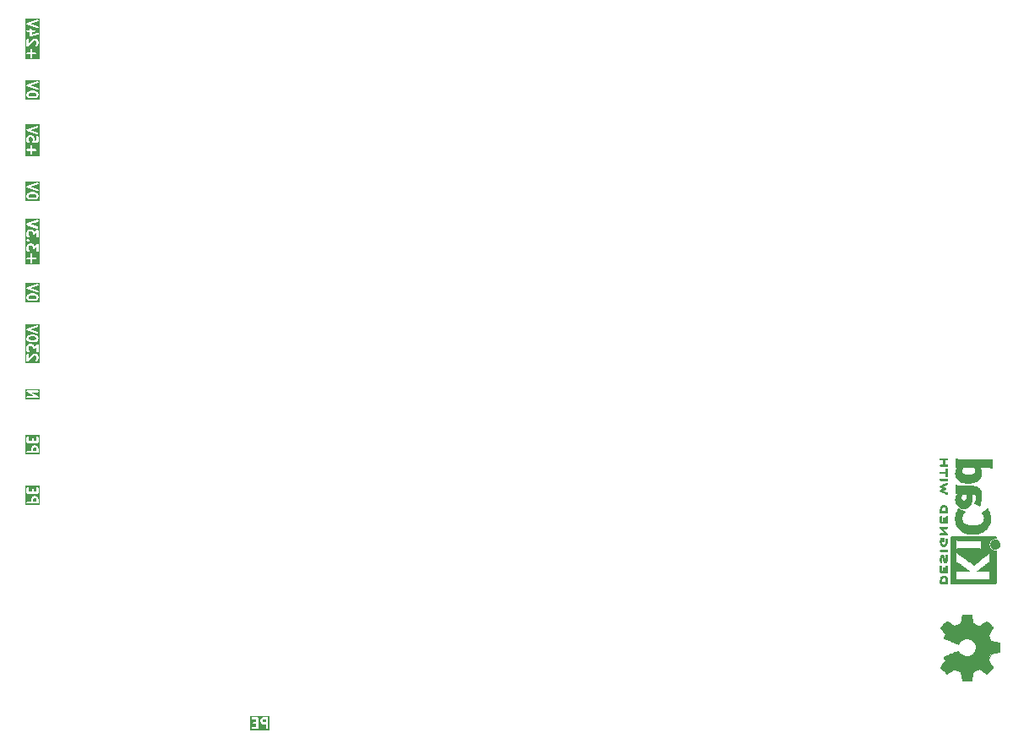
<source format=gbr>
%TF.GenerationSoftware,KiCad,Pcbnew,8.0.3-8.0.3-0~ubuntu22.04.1*%
%TF.CreationDate,2024-08-09T14:04:43+03:00*%
%TF.ProjectId,PM-PS,504d2d50-532e-46b6-9963-61645f706362,rev?*%
%TF.SameCoordinates,Original*%
%TF.FileFunction,Legend,Bot*%
%TF.FilePolarity,Positive*%
%FSLAX46Y46*%
G04 Gerber Fmt 4.6, Leading zero omitted, Abs format (unit mm)*
G04 Created by KiCad (PCBNEW 8.0.3-8.0.3-0~ubuntu22.04.1) date 2024-08-09 14:04:43*
%MOMM*%
%LPD*%
G01*
G04 APERTURE LIST*
%ADD10C,0.200000*%
%ADD11C,0.010000*%
%ADD12C,1.950000*%
%ADD13C,3.200000*%
%ADD14C,1.803400*%
%ADD15C,2.650000*%
%ADD16C,2.350000*%
%ADD17R,1.700000X1.700000*%
%ADD18O,1.700000X1.700000*%
%ADD19R,3.500000X3.500000*%
%ADD20C,3.500000*%
%ADD21O,6.350000X6.350000*%
G04 APERTURE END LIST*
D10*
G36*
X27428647Y-113526824D02*
G01*
X26006913Y-113526824D01*
X26006913Y-112751270D01*
X26118024Y-112751270D01*
X26119701Y-112757418D01*
X26119701Y-112763794D01*
X26124792Y-112776084D01*
X26128291Y-112788913D01*
X26132193Y-112793951D01*
X26134633Y-112799842D01*
X26144038Y-112809247D01*
X26152181Y-112819762D01*
X26160356Y-112825565D01*
X26162223Y-112827432D01*
X26164055Y-112828190D01*
X26168166Y-112831109D01*
X26845026Y-113216415D01*
X26198271Y-113217634D01*
X26162223Y-113232566D01*
X26134633Y-113260156D01*
X26119701Y-113296204D01*
X26119701Y-113335222D01*
X26134633Y-113371270D01*
X26162223Y-113398860D01*
X26198271Y-113413792D01*
X26217780Y-113415713D01*
X27211947Y-113413839D01*
X27224765Y-113415469D01*
X27230869Y-113413804D01*
X27237289Y-113413792D01*
X27249575Y-113408702D01*
X27262408Y-113405203D01*
X27267449Y-113401298D01*
X27273337Y-113398860D01*
X27282740Y-113389456D01*
X27293257Y-113381312D01*
X27296419Y-113375777D01*
X27300927Y-113371270D01*
X27306015Y-113358984D01*
X27312616Y-113347435D01*
X27313419Y-113341110D01*
X27315859Y-113335222D01*
X27315859Y-113321922D01*
X27317536Y-113308729D01*
X27315859Y-113302579D01*
X27315859Y-113296204D01*
X27310769Y-113283917D01*
X27307270Y-113271085D01*
X27303365Y-113266043D01*
X27300927Y-113260156D01*
X27291523Y-113250752D01*
X27283379Y-113240236D01*
X27275203Y-113234432D01*
X27273337Y-113232566D01*
X27271504Y-113231807D01*
X27267394Y-113228889D01*
X26590533Y-112843582D01*
X27237289Y-112842364D01*
X27273337Y-112827432D01*
X27300927Y-112799842D01*
X27315859Y-112763794D01*
X27315859Y-112724776D01*
X27300927Y-112688728D01*
X27273337Y-112661138D01*
X27237289Y-112646206D01*
X27217780Y-112644285D01*
X26223612Y-112646158D01*
X26210795Y-112644529D01*
X26204690Y-112646193D01*
X26198271Y-112646206D01*
X26185980Y-112651297D01*
X26173152Y-112654796D01*
X26168113Y-112658698D01*
X26162223Y-112661138D01*
X26152817Y-112670543D01*
X26142303Y-112678686D01*
X26139140Y-112684220D01*
X26134633Y-112688728D01*
X26129544Y-112701013D01*
X26122944Y-112712563D01*
X26122140Y-112718887D01*
X26119701Y-112724776D01*
X26119701Y-112738076D01*
X26118024Y-112751270D01*
X26006913Y-112751270D01*
X26006913Y-112533174D01*
X27428647Y-112533174D01*
X27428647Y-113526824D01*
G37*
G36*
X26986117Y-103151619D02*
G01*
X27061138Y-103187710D01*
X27086915Y-103212372D01*
X27118140Y-103272511D01*
X27118952Y-103320976D01*
X27090544Y-103380026D01*
X27065886Y-103405799D01*
X26998326Y-103440877D01*
X26830867Y-103484329D01*
X26617376Y-103485921D01*
X26449443Y-103445522D01*
X26374420Y-103409430D01*
X26348644Y-103384770D01*
X26317419Y-103324630D01*
X26316607Y-103276165D01*
X26345014Y-103217118D01*
X26369677Y-103191340D01*
X26437232Y-103156264D01*
X26604693Y-103112812D01*
X26818183Y-103111220D01*
X26986117Y-103151619D01*
G37*
G36*
X27428891Y-103795396D02*
G01*
X26006669Y-103795396D01*
X26006669Y-103250952D01*
X26117780Y-103250952D01*
X26119136Y-103331969D01*
X26118565Y-103333684D01*
X26119349Y-103344728D01*
X26119701Y-103365699D01*
X26121076Y-103369018D01*
X26121331Y-103372604D01*
X26128338Y-103390912D01*
X26177678Y-103485941D01*
X26182253Y-103496985D01*
X26185409Y-103500831D01*
X26186401Y-103502741D01*
X26188397Y-103504472D01*
X26194689Y-103512139D01*
X26244791Y-103560072D01*
X26251707Y-103568047D01*
X26255856Y-103570658D01*
X26257461Y-103572194D01*
X26259901Y-103573204D01*
X26268298Y-103578490D01*
X26358569Y-103621918D01*
X26365543Y-103627085D01*
X26380177Y-103632313D01*
X26381844Y-103633115D01*
X26382564Y-103633166D01*
X26384003Y-103633680D01*
X26569315Y-103678259D01*
X26579224Y-103682364D01*
X26591333Y-103683556D01*
X26593872Y-103684167D01*
X26595330Y-103683949D01*
X26598733Y-103684285D01*
X26830850Y-103682554D01*
X26841689Y-103684167D01*
X26853750Y-103682383D01*
X26856337Y-103682364D01*
X26857700Y-103681799D01*
X26861082Y-103681299D01*
X27044161Y-103633794D01*
X27053717Y-103633115D01*
X27068329Y-103627523D01*
X27070018Y-103627085D01*
X27070598Y-103626654D01*
X27072025Y-103626109D01*
X27167054Y-103576768D01*
X27178099Y-103572194D01*
X27181945Y-103569037D01*
X27183853Y-103568047D01*
X27185582Y-103566052D01*
X27193253Y-103559758D01*
X27241186Y-103509655D01*
X27249161Y-103502740D01*
X27251772Y-103498590D01*
X27253308Y-103496986D01*
X27254318Y-103494545D01*
X27259604Y-103486149D01*
X27299542Y-103403131D01*
X27300927Y-103401747D01*
X27305379Y-103390997D01*
X27314229Y-103372603D01*
X27314483Y-103369019D01*
X27315859Y-103365699D01*
X27317780Y-103346190D01*
X27316423Y-103265172D01*
X27316995Y-103263459D01*
X27316210Y-103252414D01*
X27315859Y-103231443D01*
X27314483Y-103228122D01*
X27314229Y-103224539D01*
X27307223Y-103206230D01*
X27257880Y-103111196D01*
X27253308Y-103100156D01*
X27250152Y-103096310D01*
X27249161Y-103094402D01*
X27247163Y-103092669D01*
X27240871Y-103085003D01*
X27190770Y-103037071D01*
X27183853Y-103029095D01*
X27179703Y-103026482D01*
X27178099Y-103024948D01*
X27175659Y-103023937D01*
X27167263Y-103018652D01*
X27076991Y-102975223D01*
X27070018Y-102970057D01*
X27055385Y-102964829D01*
X27053717Y-102964027D01*
X27052994Y-102963975D01*
X27051557Y-102963462D01*
X26866246Y-102918882D01*
X26856337Y-102914778D01*
X26844227Y-102913585D01*
X26841689Y-102912975D01*
X26840230Y-102913192D01*
X26836828Y-102912857D01*
X26604710Y-102914587D01*
X26593872Y-102912975D01*
X26581810Y-102914758D01*
X26579224Y-102914778D01*
X26577860Y-102915342D01*
X26574479Y-102915843D01*
X26391399Y-102963347D01*
X26381844Y-102964027D01*
X26367228Y-102969619D01*
X26365543Y-102970057D01*
X26364963Y-102970486D01*
X26363535Y-102971033D01*
X26268501Y-103020375D01*
X26257461Y-103024948D01*
X26253615Y-103028103D01*
X26251707Y-103029095D01*
X26249974Y-103031092D01*
X26242308Y-103037385D01*
X26194380Y-103087480D01*
X26186401Y-103094401D01*
X26183787Y-103098552D01*
X26182253Y-103100157D01*
X26181242Y-103102596D01*
X26175958Y-103110992D01*
X26136018Y-103194009D01*
X26134633Y-103195395D01*
X26130181Y-103206141D01*
X26121331Y-103224538D01*
X26121076Y-103228123D01*
X26119701Y-103231443D01*
X26117780Y-103250952D01*
X26006669Y-103250952D01*
X26006669Y-102381302D01*
X26118565Y-102381302D01*
X26119453Y-102393809D01*
X26118565Y-102406316D01*
X26120824Y-102413094D01*
X26121331Y-102420222D01*
X26126937Y-102431434D01*
X26130903Y-102443332D01*
X26135586Y-102448731D01*
X26138781Y-102455121D01*
X26148252Y-102463336D01*
X26156468Y-102472808D01*
X26162857Y-102476002D01*
X26168257Y-102480686D01*
X26186157Y-102488677D01*
X27205272Y-102826357D01*
X27244192Y-102823591D01*
X27279091Y-102806141D01*
X27304656Y-102776665D01*
X27316995Y-102739649D01*
X27314228Y-102700729D01*
X27296779Y-102665830D01*
X27267303Y-102640265D01*
X27249402Y-102632274D01*
X26531025Y-102394242D01*
X27267303Y-102147353D01*
X27296779Y-102121788D01*
X27314228Y-102086889D01*
X27316995Y-102047969D01*
X27304656Y-102010953D01*
X27279091Y-101981477D01*
X27244192Y-101964027D01*
X27205272Y-101961261D01*
X27186157Y-101965608D01*
X26198264Y-102296869D01*
X26191367Y-102297360D01*
X26180299Y-102302893D01*
X26168257Y-102306932D01*
X26162857Y-102311615D01*
X26156468Y-102314810D01*
X26148252Y-102324281D01*
X26138781Y-102332497D01*
X26135586Y-102338886D01*
X26130903Y-102344286D01*
X26126937Y-102356183D01*
X26121331Y-102367396D01*
X26120824Y-102374523D01*
X26118565Y-102381302D01*
X26006669Y-102381302D01*
X26006669Y-101850150D01*
X27428891Y-101850150D01*
X27428891Y-103795396D01*
G37*
G36*
X50145084Y-145926503D02*
G01*
X49889645Y-145927729D01*
X49829496Y-145898792D01*
X49803723Y-145874134D01*
X49772604Y-145814199D01*
X49771470Y-145718353D01*
X49800091Y-145658860D01*
X49824753Y-145633083D01*
X49884392Y-145602117D01*
X50144470Y-145600870D01*
X50145084Y-145926503D01*
G37*
G36*
X50455396Y-146713330D02*
G01*
X48558905Y-146713330D01*
X48558905Y-145482710D01*
X48670016Y-145482710D01*
X48670016Y-145521728D01*
X48684948Y-145557776D01*
X48712538Y-145585366D01*
X48748586Y-145600298D01*
X48768095Y-145602219D01*
X49144470Y-145600760D01*
X49144994Y-145878949D01*
X48891443Y-145880330D01*
X48855395Y-145895262D01*
X48827805Y-145922852D01*
X48812873Y-145958900D01*
X48812873Y-145997918D01*
X48827805Y-146033966D01*
X48855395Y-146061556D01*
X48891443Y-146076488D01*
X48910952Y-146078409D01*
X49145368Y-146077132D01*
X49145981Y-146402599D01*
X48748586Y-146404140D01*
X48712538Y-146419072D01*
X48684948Y-146446662D01*
X48670016Y-146482710D01*
X48670016Y-146521728D01*
X48684948Y-146557776D01*
X48712538Y-146585366D01*
X48748586Y-146600298D01*
X48768095Y-146602219D01*
X49263794Y-146600298D01*
X49299842Y-146585366D01*
X49327432Y-146557776D01*
X49342364Y-146521728D01*
X49344285Y-146502219D01*
X49342760Y-145692695D01*
X49572857Y-145692695D01*
X49574373Y-145820851D01*
X49573642Y-145823045D01*
X49574550Y-145835827D01*
X49574778Y-145855061D01*
X49576153Y-145858381D01*
X49576408Y-145861965D01*
X49583414Y-145880273D01*
X49632754Y-145975302D01*
X49637329Y-145986347D01*
X49640485Y-145990193D01*
X49641476Y-145992101D01*
X49643470Y-145993830D01*
X49649765Y-146001501D01*
X49699867Y-146049434D01*
X49706783Y-146057409D01*
X49710932Y-146060020D01*
X49712537Y-146061556D01*
X49714977Y-146062566D01*
X49723374Y-146067852D01*
X49806391Y-146107790D01*
X49807776Y-146109175D01*
X49818525Y-146113627D01*
X49836920Y-146122477D01*
X49840503Y-146122731D01*
X49843824Y-146124107D01*
X49863333Y-146126028D01*
X50145457Y-146124674D01*
X50146206Y-146521728D01*
X50161138Y-146557776D01*
X50188728Y-146585366D01*
X50224776Y-146600298D01*
X50263794Y-146600298D01*
X50299842Y-146585366D01*
X50327432Y-146557776D01*
X50342364Y-146521728D01*
X50344285Y-146502219D01*
X50342364Y-145482710D01*
X50327432Y-145446662D01*
X50299842Y-145419072D01*
X50263794Y-145404140D01*
X50244285Y-145402219D01*
X49878745Y-145403972D01*
X49875840Y-145403004D01*
X49861015Y-145404057D01*
X49843824Y-145404140D01*
X49840503Y-145405515D01*
X49836920Y-145405770D01*
X49818611Y-145412776D01*
X49723577Y-145462118D01*
X49712537Y-145466691D01*
X49708691Y-145469846D01*
X49706783Y-145470838D01*
X49705050Y-145472835D01*
X49697384Y-145479128D01*
X49649452Y-145529228D01*
X49641476Y-145536146D01*
X49638863Y-145540295D01*
X49637329Y-145541900D01*
X49636318Y-145544339D01*
X49631033Y-145552736D01*
X49591094Y-145635753D01*
X49589710Y-145637138D01*
X49585257Y-145647887D01*
X49576408Y-145666282D01*
X49576153Y-145669865D01*
X49574778Y-145673186D01*
X49572857Y-145692695D01*
X49342760Y-145692695D01*
X49342364Y-145482710D01*
X49327432Y-145446662D01*
X49299842Y-145419072D01*
X49263794Y-145404140D01*
X49244285Y-145402219D01*
X48748586Y-145404140D01*
X48712538Y-145419072D01*
X48684948Y-145446662D01*
X48670016Y-145482710D01*
X48558905Y-145482710D01*
X48558905Y-145291108D01*
X50455396Y-145291108D01*
X50455396Y-146713330D01*
G37*
G36*
X26986117Y-92991619D02*
G01*
X27061138Y-93027710D01*
X27086915Y-93052372D01*
X27118140Y-93112511D01*
X27118952Y-93160976D01*
X27090544Y-93220026D01*
X27065886Y-93245799D01*
X26998326Y-93280877D01*
X26830867Y-93324329D01*
X26617376Y-93325921D01*
X26449443Y-93285522D01*
X26374420Y-93249430D01*
X26348644Y-93224770D01*
X26317419Y-93164630D01*
X26316607Y-93116165D01*
X26345014Y-93057118D01*
X26369677Y-93031340D01*
X26437232Y-92996264D01*
X26604693Y-92952812D01*
X26818183Y-92951220D01*
X26986117Y-92991619D01*
G37*
G36*
X27428891Y-93635396D02*
G01*
X26006669Y-93635396D01*
X26006669Y-93090952D01*
X26117780Y-93090952D01*
X26119136Y-93171969D01*
X26118565Y-93173684D01*
X26119349Y-93184728D01*
X26119701Y-93205699D01*
X26121076Y-93209018D01*
X26121331Y-93212604D01*
X26128338Y-93230912D01*
X26177678Y-93325941D01*
X26182253Y-93336985D01*
X26185409Y-93340831D01*
X26186401Y-93342741D01*
X26188397Y-93344472D01*
X26194689Y-93352139D01*
X26244791Y-93400072D01*
X26251707Y-93408047D01*
X26255856Y-93410658D01*
X26257461Y-93412194D01*
X26259901Y-93413204D01*
X26268298Y-93418490D01*
X26358569Y-93461918D01*
X26365543Y-93467085D01*
X26380177Y-93472313D01*
X26381844Y-93473115D01*
X26382564Y-93473166D01*
X26384003Y-93473680D01*
X26569315Y-93518259D01*
X26579224Y-93522364D01*
X26591333Y-93523556D01*
X26593872Y-93524167D01*
X26595330Y-93523949D01*
X26598733Y-93524285D01*
X26830850Y-93522554D01*
X26841689Y-93524167D01*
X26853750Y-93522383D01*
X26856337Y-93522364D01*
X26857700Y-93521799D01*
X26861082Y-93521299D01*
X27044161Y-93473794D01*
X27053717Y-93473115D01*
X27068329Y-93467523D01*
X27070018Y-93467085D01*
X27070598Y-93466654D01*
X27072025Y-93466109D01*
X27167054Y-93416768D01*
X27178099Y-93412194D01*
X27181945Y-93409037D01*
X27183853Y-93408047D01*
X27185582Y-93406052D01*
X27193253Y-93399758D01*
X27241186Y-93349655D01*
X27249161Y-93342740D01*
X27251772Y-93338590D01*
X27253308Y-93336986D01*
X27254318Y-93334545D01*
X27259604Y-93326149D01*
X27299542Y-93243131D01*
X27300927Y-93241747D01*
X27305379Y-93230997D01*
X27314229Y-93212603D01*
X27314483Y-93209019D01*
X27315859Y-93205699D01*
X27317780Y-93186190D01*
X27316423Y-93105172D01*
X27316995Y-93103459D01*
X27316210Y-93092414D01*
X27315859Y-93071443D01*
X27314483Y-93068122D01*
X27314229Y-93064539D01*
X27307223Y-93046230D01*
X27257880Y-92951196D01*
X27253308Y-92940156D01*
X27250152Y-92936310D01*
X27249161Y-92934402D01*
X27247163Y-92932669D01*
X27240871Y-92925003D01*
X27190770Y-92877071D01*
X27183853Y-92869095D01*
X27179703Y-92866482D01*
X27178099Y-92864948D01*
X27175659Y-92863937D01*
X27167263Y-92858652D01*
X27076991Y-92815223D01*
X27070018Y-92810057D01*
X27055385Y-92804829D01*
X27053717Y-92804027D01*
X27052994Y-92803975D01*
X27051557Y-92803462D01*
X26866246Y-92758882D01*
X26856337Y-92754778D01*
X26844227Y-92753585D01*
X26841689Y-92752975D01*
X26840230Y-92753192D01*
X26836828Y-92752857D01*
X26604710Y-92754587D01*
X26593872Y-92752975D01*
X26581810Y-92754758D01*
X26579224Y-92754778D01*
X26577860Y-92755342D01*
X26574479Y-92755843D01*
X26391399Y-92803347D01*
X26381844Y-92804027D01*
X26367228Y-92809619D01*
X26365543Y-92810057D01*
X26364963Y-92810486D01*
X26363535Y-92811033D01*
X26268501Y-92860375D01*
X26257461Y-92864948D01*
X26253615Y-92868103D01*
X26251707Y-92869095D01*
X26249974Y-92871092D01*
X26242308Y-92877385D01*
X26194380Y-92927480D01*
X26186401Y-92934401D01*
X26183787Y-92938552D01*
X26182253Y-92940157D01*
X26181242Y-92942596D01*
X26175958Y-92950992D01*
X26136018Y-93034009D01*
X26134633Y-93035395D01*
X26130181Y-93046141D01*
X26121331Y-93064538D01*
X26121076Y-93068123D01*
X26119701Y-93071443D01*
X26117780Y-93090952D01*
X26006669Y-93090952D01*
X26006669Y-92221302D01*
X26118565Y-92221302D01*
X26119453Y-92233809D01*
X26118565Y-92246316D01*
X26120824Y-92253094D01*
X26121331Y-92260222D01*
X26126937Y-92271434D01*
X26130903Y-92283332D01*
X26135586Y-92288731D01*
X26138781Y-92295121D01*
X26148252Y-92303336D01*
X26156468Y-92312808D01*
X26162857Y-92316002D01*
X26168257Y-92320686D01*
X26186157Y-92328677D01*
X27205272Y-92666357D01*
X27244192Y-92663591D01*
X27279091Y-92646141D01*
X27304656Y-92616665D01*
X27316995Y-92579649D01*
X27314228Y-92540729D01*
X27296779Y-92505830D01*
X27267303Y-92480265D01*
X27249402Y-92472274D01*
X26531025Y-92234242D01*
X27267303Y-91987353D01*
X27296779Y-91961788D01*
X27314228Y-91926889D01*
X27316995Y-91887969D01*
X27304656Y-91850953D01*
X27279091Y-91821477D01*
X27244192Y-91804027D01*
X27205272Y-91801261D01*
X27186157Y-91805608D01*
X26198264Y-92136869D01*
X26191367Y-92137360D01*
X26180299Y-92142893D01*
X26168257Y-92146932D01*
X26162857Y-92151615D01*
X26156468Y-92154810D01*
X26148252Y-92164281D01*
X26138781Y-92172497D01*
X26135586Y-92178886D01*
X26130903Y-92184286D01*
X26126937Y-92196183D01*
X26121331Y-92207396D01*
X26120824Y-92214523D01*
X26118565Y-92221302D01*
X26006669Y-92221302D01*
X26006669Y-91690150D01*
X27428891Y-91690150D01*
X27428891Y-93635396D01*
G37*
G36*
X27475726Y-79441094D02*
G01*
X26006669Y-79441094D01*
X26006669Y-78831443D01*
X26119701Y-78831443D01*
X26119701Y-78870461D01*
X26134633Y-78906509D01*
X26162223Y-78934099D01*
X26198271Y-78949031D01*
X26217780Y-78950952D01*
X26499913Y-78950258D01*
X26500654Y-79251413D01*
X26515586Y-79287461D01*
X26543176Y-79315051D01*
X26579224Y-79329983D01*
X26618242Y-79329983D01*
X26654290Y-79315051D01*
X26681880Y-79287461D01*
X26696812Y-79251413D01*
X26698733Y-79231904D01*
X26698039Y-78949771D01*
X26999194Y-78949031D01*
X27035242Y-78934099D01*
X27062832Y-78906509D01*
X27077764Y-78870461D01*
X27077764Y-78831443D01*
X27062832Y-78795395D01*
X27035242Y-78767805D01*
X26999194Y-78752873D01*
X26979685Y-78750952D01*
X26697552Y-78751645D01*
X26696812Y-78450491D01*
X26681880Y-78414443D01*
X26654290Y-78386853D01*
X26618242Y-78371921D01*
X26579224Y-78371921D01*
X26543176Y-78386853D01*
X26515586Y-78414443D01*
X26500654Y-78450491D01*
X26498733Y-78470000D01*
X26499426Y-78752132D01*
X26198271Y-78752873D01*
X26162223Y-78767805D01*
X26134633Y-78795395D01*
X26119701Y-78831443D01*
X26006669Y-78831443D01*
X26006669Y-77470000D01*
X26117780Y-77470000D01*
X26119701Y-78108556D01*
X26134633Y-78144604D01*
X26162223Y-78172194D01*
X26198271Y-78187126D01*
X26237289Y-78187126D01*
X26273337Y-78172194D01*
X26288491Y-78159758D01*
X26839736Y-77605947D01*
X26944242Y-77569796D01*
X27002090Y-77568827D01*
X27061138Y-77597234D01*
X27086915Y-77621896D01*
X27117937Y-77681644D01*
X27119361Y-77872507D01*
X27090544Y-77932407D01*
X27039395Y-77985871D01*
X27024463Y-78021919D01*
X27024463Y-78060937D01*
X27039395Y-78096985D01*
X27066985Y-78124575D01*
X27103033Y-78139507D01*
X27142051Y-78139507D01*
X27178099Y-78124575D01*
X27193253Y-78112139D01*
X27241186Y-78062036D01*
X27249161Y-78055121D01*
X27251772Y-78050971D01*
X27253308Y-78049367D01*
X27254318Y-78046926D01*
X27259604Y-78038530D01*
X27299542Y-77955512D01*
X27300927Y-77954128D01*
X27305379Y-77943378D01*
X27314229Y-77924984D01*
X27314483Y-77921400D01*
X27315859Y-77918080D01*
X27317780Y-77898571D01*
X27316117Y-77675615D01*
X27316995Y-77672983D01*
X27315992Y-77658877D01*
X27315859Y-77640967D01*
X27314483Y-77637646D01*
X27314229Y-77634063D01*
X27307223Y-77615754D01*
X27257880Y-77520720D01*
X27253308Y-77509680D01*
X27250152Y-77505834D01*
X27249161Y-77503926D01*
X27247163Y-77502193D01*
X27240871Y-77494527D01*
X27190770Y-77446595D01*
X27183853Y-77438619D01*
X27179703Y-77436006D01*
X27178099Y-77434472D01*
X27175659Y-77433461D01*
X27167263Y-77428176D01*
X27084245Y-77388237D01*
X27082861Y-77386853D01*
X27072111Y-77382400D01*
X27053717Y-77373551D01*
X27050133Y-77373296D01*
X27046813Y-77371921D01*
X27027304Y-77370000D01*
X26931160Y-77371609D01*
X26919558Y-77370785D01*
X26914722Y-77371884D01*
X26912557Y-77371921D01*
X26910115Y-77372932D01*
X26900443Y-77375132D01*
X26772069Y-77419540D01*
X26769700Y-77419540D01*
X26757703Y-77424509D01*
X26739686Y-77430742D01*
X26736970Y-77433097D01*
X26733652Y-77434472D01*
X26718498Y-77446908D01*
X26317061Y-77850212D01*
X26315859Y-77450491D01*
X26300927Y-77414443D01*
X26273337Y-77386853D01*
X26237289Y-77371921D01*
X26198271Y-77371921D01*
X26162223Y-77386853D01*
X26134633Y-77414443D01*
X26119701Y-77450491D01*
X26117780Y-77470000D01*
X26006669Y-77470000D01*
X26006669Y-76593348D01*
X26119701Y-76593348D01*
X26119701Y-76632366D01*
X26134633Y-76668414D01*
X26162223Y-76696004D01*
X26198271Y-76710936D01*
X26217780Y-76712857D01*
X26451842Y-76712201D01*
X26452968Y-77086503D01*
X26451899Y-77101554D01*
X26453024Y-77104929D01*
X26453035Y-77108556D01*
X26459167Y-77123360D01*
X26464237Y-77138570D01*
X26466592Y-77141285D01*
X26467967Y-77144604D01*
X26479297Y-77155934D01*
X26489802Y-77168046D01*
X26493016Y-77169653D01*
X26495557Y-77172194D01*
X26510365Y-77178328D01*
X26524701Y-77185496D01*
X26528284Y-77185750D01*
X26531605Y-77187126D01*
X26547637Y-77187126D01*
X26563621Y-77188262D01*
X26568617Y-77187126D01*
X26570623Y-77187126D01*
X26573065Y-77186114D01*
X26582737Y-77183915D01*
X27314923Y-76937829D01*
X27344399Y-76912264D01*
X27361848Y-76877365D01*
X27364615Y-76838445D01*
X27352276Y-76801429D01*
X27326711Y-76771953D01*
X27291812Y-76754503D01*
X27252892Y-76751737D01*
X27233777Y-76756084D01*
X26650701Y-76952054D01*
X26649978Y-76711647D01*
X26903956Y-76710936D01*
X26940004Y-76696004D01*
X26967594Y-76668414D01*
X26982526Y-76632366D01*
X26982526Y-76593348D01*
X26967594Y-76557300D01*
X26940004Y-76529710D01*
X26903956Y-76514778D01*
X26884447Y-76512857D01*
X26649382Y-76513515D01*
X26649193Y-76450491D01*
X26634261Y-76414443D01*
X26606671Y-76386853D01*
X26570623Y-76371921D01*
X26531605Y-76371921D01*
X26495557Y-76386853D01*
X26467967Y-76414443D01*
X26453035Y-76450491D01*
X26451114Y-76470000D01*
X26451246Y-76514069D01*
X26198271Y-76514778D01*
X26162223Y-76529710D01*
X26134633Y-76557300D01*
X26119701Y-76593348D01*
X26006669Y-76593348D01*
X26006669Y-75886064D01*
X26118565Y-75886064D01*
X26119453Y-75898571D01*
X26118565Y-75911078D01*
X26120824Y-75917856D01*
X26121331Y-75924984D01*
X26126937Y-75936196D01*
X26130903Y-75948094D01*
X26135586Y-75953493D01*
X26138781Y-75959883D01*
X26148252Y-75968098D01*
X26156468Y-75977570D01*
X26162857Y-75980764D01*
X26168257Y-75985448D01*
X26186157Y-75993439D01*
X27205272Y-76331119D01*
X27244192Y-76328353D01*
X27279091Y-76310903D01*
X27304656Y-76281427D01*
X27316995Y-76244411D01*
X27314228Y-76205491D01*
X27296779Y-76170592D01*
X27267303Y-76145027D01*
X27249402Y-76137036D01*
X26531025Y-75899004D01*
X27267303Y-75652115D01*
X27296779Y-75626550D01*
X27314228Y-75591651D01*
X27316995Y-75552731D01*
X27304656Y-75515715D01*
X27279091Y-75486239D01*
X27244192Y-75468789D01*
X27205272Y-75466023D01*
X27186157Y-75470370D01*
X26198264Y-75801631D01*
X26191367Y-75802122D01*
X26180299Y-75807655D01*
X26168257Y-75811694D01*
X26162857Y-75816377D01*
X26156468Y-75819572D01*
X26148252Y-75829043D01*
X26138781Y-75837259D01*
X26135586Y-75843648D01*
X26130903Y-75849048D01*
X26126937Y-75860945D01*
X26121331Y-75872158D01*
X26120824Y-75879285D01*
X26118565Y-75886064D01*
X26006669Y-75886064D01*
X26006669Y-75354912D01*
X27475726Y-75354912D01*
X27475726Y-79441094D01*
G37*
G36*
X27061138Y-118380091D02*
G01*
X27086915Y-118404753D01*
X27117881Y-118464392D01*
X27119128Y-118724470D01*
X26793495Y-118725084D01*
X26792269Y-118469645D01*
X26821205Y-118409498D01*
X26845867Y-118383721D01*
X26905798Y-118352604D01*
X27001645Y-118351470D01*
X27061138Y-118380091D01*
G37*
G36*
X27428891Y-119035396D02*
G01*
X26006669Y-119035396D01*
X26006669Y-118804776D01*
X26119701Y-118804776D01*
X26119701Y-118843794D01*
X26134633Y-118879842D01*
X26162223Y-118907432D01*
X26198271Y-118922364D01*
X26217780Y-118924285D01*
X27237289Y-118922364D01*
X27273337Y-118907432D01*
X27300927Y-118879842D01*
X27315859Y-118843794D01*
X27317780Y-118824285D01*
X27316026Y-118458745D01*
X27316995Y-118455840D01*
X27315941Y-118441015D01*
X27315859Y-118423824D01*
X27314483Y-118420503D01*
X27314229Y-118416920D01*
X27307223Y-118398611D01*
X27257880Y-118303577D01*
X27253308Y-118292537D01*
X27250152Y-118288691D01*
X27249161Y-118286783D01*
X27247163Y-118285050D01*
X27240871Y-118277384D01*
X27190770Y-118229452D01*
X27183853Y-118221476D01*
X27179703Y-118218863D01*
X27178099Y-118217329D01*
X27175659Y-118216318D01*
X27167263Y-118211033D01*
X27084245Y-118171094D01*
X27082861Y-118169710D01*
X27072111Y-118165257D01*
X27053717Y-118156408D01*
X27050133Y-118156153D01*
X27046813Y-118154778D01*
X27027304Y-118152857D01*
X26899147Y-118154373D01*
X26896954Y-118153642D01*
X26884171Y-118154550D01*
X26864938Y-118154778D01*
X26861617Y-118156153D01*
X26858034Y-118156408D01*
X26839725Y-118163414D01*
X26744691Y-118212756D01*
X26733651Y-118217329D01*
X26729805Y-118220484D01*
X26727897Y-118221476D01*
X26726164Y-118223473D01*
X26718498Y-118229766D01*
X26670566Y-118279866D01*
X26662590Y-118286784D01*
X26659977Y-118290933D01*
X26658443Y-118292538D01*
X26657432Y-118294977D01*
X26652147Y-118303374D01*
X26612208Y-118386391D01*
X26610824Y-118387776D01*
X26606371Y-118398525D01*
X26597522Y-118416920D01*
X26597267Y-118420503D01*
X26595892Y-118423824D01*
X26593971Y-118443333D01*
X26595324Y-118725457D01*
X26198271Y-118726206D01*
X26162223Y-118741138D01*
X26134633Y-118768728D01*
X26119701Y-118804776D01*
X26006669Y-118804776D01*
X26006669Y-117348095D01*
X26117780Y-117348095D01*
X26119701Y-117843794D01*
X26134633Y-117879842D01*
X26162223Y-117907432D01*
X26198271Y-117922364D01*
X26217780Y-117924285D01*
X27237289Y-117922364D01*
X27273337Y-117907432D01*
X27300927Y-117879842D01*
X27315859Y-117843794D01*
X27317780Y-117824285D01*
X27315859Y-117328586D01*
X27300927Y-117292538D01*
X27273337Y-117264948D01*
X27237289Y-117250016D01*
X27198271Y-117250016D01*
X27162223Y-117264948D01*
X27134633Y-117292538D01*
X27119701Y-117328586D01*
X27117780Y-117348095D01*
X27119238Y-117724470D01*
X26841049Y-117724994D01*
X26839669Y-117471443D01*
X26824737Y-117435395D01*
X26797147Y-117407805D01*
X26761099Y-117392873D01*
X26722081Y-117392873D01*
X26686033Y-117407805D01*
X26658443Y-117435395D01*
X26643511Y-117471443D01*
X26641590Y-117490952D01*
X26642866Y-117725368D01*
X26317399Y-117725981D01*
X26315859Y-117328586D01*
X26300927Y-117292538D01*
X26273337Y-117264948D01*
X26237289Y-117250016D01*
X26198271Y-117250016D01*
X26162223Y-117264948D01*
X26134633Y-117292538D01*
X26119701Y-117328586D01*
X26117780Y-117348095D01*
X26006669Y-117348095D01*
X26006669Y-117138905D01*
X27428891Y-117138905D01*
X27428891Y-119035396D01*
G37*
G36*
X26986117Y-82831619D02*
G01*
X27061138Y-82867710D01*
X27086915Y-82892372D01*
X27118140Y-82952511D01*
X27118952Y-83000976D01*
X27090544Y-83060026D01*
X27065886Y-83085799D01*
X26998326Y-83120877D01*
X26830867Y-83164329D01*
X26617376Y-83165921D01*
X26449443Y-83125522D01*
X26374420Y-83089430D01*
X26348644Y-83064770D01*
X26317419Y-83004630D01*
X26316607Y-82956165D01*
X26345014Y-82897118D01*
X26369677Y-82871340D01*
X26437232Y-82836264D01*
X26604693Y-82792812D01*
X26818183Y-82791220D01*
X26986117Y-82831619D01*
G37*
G36*
X27428891Y-83475396D02*
G01*
X26006669Y-83475396D01*
X26006669Y-82930952D01*
X26117780Y-82930952D01*
X26119136Y-83011969D01*
X26118565Y-83013684D01*
X26119349Y-83024728D01*
X26119701Y-83045699D01*
X26121076Y-83049018D01*
X26121331Y-83052604D01*
X26128338Y-83070912D01*
X26177678Y-83165941D01*
X26182253Y-83176985D01*
X26185409Y-83180831D01*
X26186401Y-83182741D01*
X26188397Y-83184472D01*
X26194689Y-83192139D01*
X26244791Y-83240072D01*
X26251707Y-83248047D01*
X26255856Y-83250658D01*
X26257461Y-83252194D01*
X26259901Y-83253204D01*
X26268298Y-83258490D01*
X26358569Y-83301918D01*
X26365543Y-83307085D01*
X26380177Y-83312313D01*
X26381844Y-83313115D01*
X26382564Y-83313166D01*
X26384003Y-83313680D01*
X26569315Y-83358259D01*
X26579224Y-83362364D01*
X26591333Y-83363556D01*
X26593872Y-83364167D01*
X26595330Y-83363949D01*
X26598733Y-83364285D01*
X26830850Y-83362554D01*
X26841689Y-83364167D01*
X26853750Y-83362383D01*
X26856337Y-83362364D01*
X26857700Y-83361799D01*
X26861082Y-83361299D01*
X27044161Y-83313794D01*
X27053717Y-83313115D01*
X27068329Y-83307523D01*
X27070018Y-83307085D01*
X27070598Y-83306654D01*
X27072025Y-83306109D01*
X27167054Y-83256768D01*
X27178099Y-83252194D01*
X27181945Y-83249037D01*
X27183853Y-83248047D01*
X27185582Y-83246052D01*
X27193253Y-83239758D01*
X27241186Y-83189655D01*
X27249161Y-83182740D01*
X27251772Y-83178590D01*
X27253308Y-83176986D01*
X27254318Y-83174545D01*
X27259604Y-83166149D01*
X27299542Y-83083131D01*
X27300927Y-83081747D01*
X27305379Y-83070997D01*
X27314229Y-83052603D01*
X27314483Y-83049019D01*
X27315859Y-83045699D01*
X27317780Y-83026190D01*
X27316423Y-82945172D01*
X27316995Y-82943459D01*
X27316210Y-82932414D01*
X27315859Y-82911443D01*
X27314483Y-82908122D01*
X27314229Y-82904539D01*
X27307223Y-82886230D01*
X27257880Y-82791196D01*
X27253308Y-82780156D01*
X27250152Y-82776310D01*
X27249161Y-82774402D01*
X27247163Y-82772669D01*
X27240871Y-82765003D01*
X27190770Y-82717071D01*
X27183853Y-82709095D01*
X27179703Y-82706482D01*
X27178099Y-82704948D01*
X27175659Y-82703937D01*
X27167263Y-82698652D01*
X27076991Y-82655223D01*
X27070018Y-82650057D01*
X27055385Y-82644829D01*
X27053717Y-82644027D01*
X27052994Y-82643975D01*
X27051557Y-82643462D01*
X26866246Y-82598882D01*
X26856337Y-82594778D01*
X26844227Y-82593585D01*
X26841689Y-82592975D01*
X26840230Y-82593192D01*
X26836828Y-82592857D01*
X26604710Y-82594587D01*
X26593872Y-82592975D01*
X26581810Y-82594758D01*
X26579224Y-82594778D01*
X26577860Y-82595342D01*
X26574479Y-82595843D01*
X26391399Y-82643347D01*
X26381844Y-82644027D01*
X26367228Y-82649619D01*
X26365543Y-82650057D01*
X26364963Y-82650486D01*
X26363535Y-82651033D01*
X26268501Y-82700375D01*
X26257461Y-82704948D01*
X26253615Y-82708103D01*
X26251707Y-82709095D01*
X26249974Y-82711092D01*
X26242308Y-82717385D01*
X26194380Y-82767480D01*
X26186401Y-82774401D01*
X26183787Y-82778552D01*
X26182253Y-82780157D01*
X26181242Y-82782596D01*
X26175958Y-82790992D01*
X26136018Y-82874009D01*
X26134633Y-82875395D01*
X26130181Y-82886141D01*
X26121331Y-82904538D01*
X26121076Y-82908123D01*
X26119701Y-82911443D01*
X26117780Y-82930952D01*
X26006669Y-82930952D01*
X26006669Y-82061302D01*
X26118565Y-82061302D01*
X26119453Y-82073809D01*
X26118565Y-82086316D01*
X26120824Y-82093094D01*
X26121331Y-82100222D01*
X26126937Y-82111434D01*
X26130903Y-82123332D01*
X26135586Y-82128731D01*
X26138781Y-82135121D01*
X26148252Y-82143336D01*
X26156468Y-82152808D01*
X26162857Y-82156002D01*
X26168257Y-82160686D01*
X26186157Y-82168677D01*
X27205272Y-82506357D01*
X27244192Y-82503591D01*
X27279091Y-82486141D01*
X27304656Y-82456665D01*
X27316995Y-82419649D01*
X27314228Y-82380729D01*
X27296779Y-82345830D01*
X27267303Y-82320265D01*
X27249402Y-82312274D01*
X26531025Y-82074242D01*
X27267303Y-81827353D01*
X27296779Y-81801788D01*
X27314228Y-81766889D01*
X27316995Y-81727969D01*
X27304656Y-81690953D01*
X27279091Y-81661477D01*
X27244192Y-81644027D01*
X27205272Y-81641261D01*
X27186157Y-81645608D01*
X26198264Y-81976869D01*
X26191367Y-81977360D01*
X26180299Y-81982893D01*
X26168257Y-81986932D01*
X26162857Y-81991615D01*
X26156468Y-81994810D01*
X26148252Y-82004281D01*
X26138781Y-82012497D01*
X26135586Y-82018886D01*
X26130903Y-82024286D01*
X26126937Y-82036183D01*
X26121331Y-82047396D01*
X26120824Y-82054523D01*
X26118565Y-82061302D01*
X26006669Y-82061302D01*
X26006669Y-81530150D01*
X27428891Y-81530150D01*
X27428891Y-83475396D01*
G37*
G36*
X27428891Y-89124903D02*
G01*
X26006669Y-89124903D01*
X26006669Y-88515252D01*
X26119701Y-88515252D01*
X26119701Y-88554270D01*
X26134633Y-88590318D01*
X26162223Y-88617908D01*
X26198271Y-88632840D01*
X26217780Y-88634761D01*
X26499913Y-88634067D01*
X26500654Y-88935222D01*
X26515586Y-88971270D01*
X26543176Y-88998860D01*
X26579224Y-89013792D01*
X26618242Y-89013792D01*
X26654290Y-88998860D01*
X26681880Y-88971270D01*
X26696812Y-88935222D01*
X26698733Y-88915713D01*
X26698039Y-88633580D01*
X26999194Y-88632840D01*
X27035242Y-88617908D01*
X27062832Y-88590318D01*
X27077764Y-88554270D01*
X27077764Y-88515252D01*
X27062832Y-88479204D01*
X27035242Y-88451614D01*
X26999194Y-88436682D01*
X26979685Y-88434761D01*
X26697552Y-88435454D01*
X26696812Y-88134300D01*
X26681880Y-88098252D01*
X26654290Y-88070662D01*
X26618242Y-88055730D01*
X26579224Y-88055730D01*
X26543176Y-88070662D01*
X26515586Y-88098252D01*
X26500654Y-88134300D01*
X26498733Y-88153809D01*
X26499426Y-88435941D01*
X26198271Y-88436682D01*
X26162223Y-88451614D01*
X26134633Y-88479204D01*
X26119701Y-88515252D01*
X26006669Y-88515252D01*
X26006669Y-87344285D01*
X26117780Y-87344285D01*
X26119442Y-87567240D01*
X26118565Y-87569874D01*
X26119567Y-87583979D01*
X26119701Y-87601889D01*
X26121076Y-87605208D01*
X26121331Y-87608794D01*
X26128338Y-87627102D01*
X26177678Y-87722131D01*
X26182253Y-87733175D01*
X26185409Y-87737021D01*
X26186401Y-87738931D01*
X26188397Y-87740662D01*
X26194689Y-87748329D01*
X26257461Y-87808384D01*
X26293510Y-87823315D01*
X26332528Y-87823315D01*
X26368576Y-87808384D01*
X26396166Y-87780794D01*
X26411097Y-87744746D01*
X26411097Y-87705728D01*
X26396166Y-87669679D01*
X26383729Y-87654526D01*
X26348644Y-87620960D01*
X26317622Y-87561211D01*
X26316198Y-87370347D01*
X26345014Y-87310451D01*
X26369677Y-87284673D01*
X26429425Y-87253651D01*
X26620288Y-87252227D01*
X26680186Y-87281043D01*
X26705963Y-87305705D01*
X26736985Y-87365453D01*
X26738409Y-87556316D01*
X26709592Y-87616216D01*
X26680335Y-87646796D01*
X26678035Y-87648031D01*
X26671421Y-87656114D01*
X26658443Y-87669680D01*
X26656515Y-87674332D01*
X26653328Y-87678229D01*
X26649107Y-87692218D01*
X26643511Y-87705728D01*
X26643511Y-87710765D01*
X26642057Y-87715584D01*
X26643511Y-87730125D01*
X26643511Y-87744746D01*
X26645438Y-87749398D01*
X26645939Y-87754408D01*
X26652848Y-87767288D01*
X26658443Y-87780794D01*
X26662003Y-87784354D01*
X26664384Y-87788792D01*
X26675696Y-87798047D01*
X26686033Y-87808384D01*
X26690685Y-87810311D01*
X26694582Y-87813499D01*
X26708571Y-87817719D01*
X26722081Y-87823316D01*
X26727118Y-87823316D01*
X26731937Y-87824770D01*
X26751540Y-87824741D01*
X27223582Y-87775697D01*
X27237289Y-87775697D01*
X27241878Y-87773796D01*
X27246951Y-87773269D01*
X27259831Y-87766359D01*
X27273337Y-87760765D01*
X27276897Y-87757204D01*
X27281335Y-87754824D01*
X27290590Y-87743511D01*
X27300927Y-87733175D01*
X27302854Y-87728522D01*
X27306042Y-87724626D01*
X27310262Y-87710636D01*
X27315859Y-87697127D01*
X27316595Y-87689649D01*
X27317313Y-87687271D01*
X27317069Y-87684834D01*
X27317780Y-87677618D01*
X27315859Y-87181919D01*
X27300927Y-87145871D01*
X27273337Y-87118281D01*
X27237289Y-87103349D01*
X27198271Y-87103349D01*
X27162223Y-87118281D01*
X27134633Y-87145871D01*
X27119701Y-87181919D01*
X27117780Y-87201428D01*
X27119275Y-87587314D01*
X26933431Y-87606623D01*
X26933531Y-87605209D01*
X26934907Y-87601889D01*
X26936828Y-87582380D01*
X26935165Y-87359424D01*
X26936043Y-87356792D01*
X26935040Y-87342686D01*
X26934907Y-87324776D01*
X26933531Y-87321455D01*
X26933277Y-87317872D01*
X26926271Y-87299563D01*
X26876928Y-87204529D01*
X26872356Y-87193489D01*
X26869200Y-87189643D01*
X26868209Y-87187735D01*
X26866211Y-87186002D01*
X26859919Y-87178336D01*
X26809818Y-87130404D01*
X26802901Y-87122428D01*
X26798751Y-87119815D01*
X26797147Y-87118281D01*
X26794707Y-87117270D01*
X26786311Y-87111985D01*
X26703293Y-87072046D01*
X26701909Y-87070662D01*
X26691159Y-87066209D01*
X26672765Y-87057360D01*
X26669181Y-87057105D01*
X26665861Y-87055730D01*
X26646352Y-87053809D01*
X26423396Y-87055471D01*
X26420764Y-87054594D01*
X26406658Y-87055596D01*
X26388748Y-87055730D01*
X26385427Y-87057105D01*
X26381844Y-87057360D01*
X26363535Y-87064366D01*
X26268501Y-87113708D01*
X26257461Y-87118281D01*
X26253615Y-87121436D01*
X26251707Y-87122428D01*
X26249974Y-87124425D01*
X26242308Y-87130718D01*
X26194380Y-87180813D01*
X26186401Y-87187734D01*
X26183787Y-87191885D01*
X26182253Y-87193490D01*
X26181242Y-87195929D01*
X26175958Y-87204325D01*
X26136018Y-87287342D01*
X26134633Y-87288728D01*
X26130181Y-87299474D01*
X26121331Y-87317871D01*
X26121076Y-87321456D01*
X26119701Y-87324776D01*
X26117780Y-87344285D01*
X26006669Y-87344285D01*
X26006669Y-86522254D01*
X26118565Y-86522254D01*
X26119453Y-86534761D01*
X26118565Y-86547268D01*
X26120824Y-86554046D01*
X26121331Y-86561174D01*
X26126937Y-86572386D01*
X26130903Y-86584284D01*
X26135586Y-86589683D01*
X26138781Y-86596073D01*
X26148252Y-86604288D01*
X26156468Y-86613760D01*
X26162857Y-86616954D01*
X26168257Y-86621638D01*
X26186157Y-86629629D01*
X27205272Y-86967309D01*
X27244192Y-86964543D01*
X27279091Y-86947093D01*
X27304656Y-86917617D01*
X27316995Y-86880601D01*
X27314228Y-86841681D01*
X27296779Y-86806782D01*
X27267303Y-86781217D01*
X27249402Y-86773226D01*
X26531025Y-86535194D01*
X27267303Y-86288305D01*
X27296779Y-86262740D01*
X27314228Y-86227841D01*
X27316995Y-86188921D01*
X27304656Y-86151905D01*
X27279091Y-86122429D01*
X27244192Y-86104979D01*
X27205272Y-86102213D01*
X27186157Y-86106560D01*
X26198264Y-86437821D01*
X26191367Y-86438312D01*
X26180299Y-86443845D01*
X26168257Y-86447884D01*
X26162857Y-86452567D01*
X26156468Y-86455762D01*
X26148252Y-86465233D01*
X26138781Y-86473449D01*
X26135586Y-86479838D01*
X26130903Y-86485238D01*
X26126937Y-86497135D01*
X26121331Y-86508348D01*
X26120824Y-86515475D01*
X26118565Y-86522254D01*
X26006669Y-86522254D01*
X26006669Y-85991102D01*
X27428891Y-85991102D01*
X27428891Y-89124903D01*
G37*
G36*
X27428891Y-99999189D02*
G01*
X26006669Y-99999189D01*
X26006669Y-99389538D01*
X26119701Y-99389538D01*
X26119701Y-99428556D01*
X26134633Y-99464604D01*
X26162223Y-99492194D01*
X26198271Y-99507126D01*
X26217780Y-99509047D01*
X26499913Y-99508353D01*
X26500654Y-99809508D01*
X26515586Y-99845556D01*
X26543176Y-99873146D01*
X26579224Y-99888078D01*
X26618242Y-99888078D01*
X26654290Y-99873146D01*
X26681880Y-99845556D01*
X26696812Y-99809508D01*
X26698733Y-99789999D01*
X26698039Y-99507866D01*
X26999194Y-99507126D01*
X27035242Y-99492194D01*
X27062832Y-99464604D01*
X27077764Y-99428556D01*
X27077764Y-99389538D01*
X27062832Y-99353490D01*
X27035242Y-99325900D01*
X26999194Y-99310968D01*
X26979685Y-99309047D01*
X26697552Y-99309740D01*
X26696812Y-99008586D01*
X26681880Y-98972538D01*
X26654290Y-98944948D01*
X26618242Y-98930016D01*
X26579224Y-98930016D01*
X26543176Y-98944948D01*
X26515586Y-98972538D01*
X26500654Y-99008586D01*
X26498733Y-99028095D01*
X26499426Y-99310227D01*
X26198271Y-99310968D01*
X26162223Y-99325900D01*
X26134633Y-99353490D01*
X26119701Y-99389538D01*
X26006669Y-99389538D01*
X26006669Y-98218571D01*
X26117780Y-98218571D01*
X26119482Y-98489027D01*
X26118565Y-98491779D01*
X26119590Y-98506205D01*
X26119701Y-98523794D01*
X26121076Y-98527113D01*
X26121331Y-98530699D01*
X26128338Y-98549007D01*
X26177678Y-98644036D01*
X26182253Y-98655080D01*
X26185409Y-98658926D01*
X26186401Y-98660836D01*
X26188397Y-98662567D01*
X26194689Y-98670234D01*
X26257461Y-98730289D01*
X26293510Y-98745220D01*
X26332528Y-98745220D01*
X26368576Y-98730289D01*
X26396166Y-98702699D01*
X26411097Y-98666651D01*
X26411097Y-98627633D01*
X26396166Y-98591584D01*
X26383729Y-98576431D01*
X26348644Y-98542865D01*
X26317647Y-98483164D01*
X26316146Y-98244742D01*
X26345014Y-98184737D01*
X26369677Y-98158959D01*
X26429425Y-98127937D01*
X26620288Y-98126513D01*
X26680186Y-98155329D01*
X26705963Y-98179991D01*
X26737080Y-98239922D01*
X26738520Y-98361599D01*
X26737669Y-98374370D01*
X26738707Y-98377441D01*
X26738749Y-98380937D01*
X26744964Y-98395942D01*
X26750169Y-98411331D01*
X26752390Y-98413870D01*
X26753681Y-98416985D01*
X26765165Y-98428469D01*
X26775863Y-98440695D01*
X26778886Y-98442190D01*
X26781271Y-98444575D01*
X26796277Y-98450791D01*
X26810838Y-98457992D01*
X26814203Y-98458216D01*
X26817319Y-98459507D01*
X26833567Y-98459507D01*
X26849770Y-98460587D01*
X26852963Y-98459507D01*
X26856337Y-98459507D01*
X26871342Y-98453291D01*
X26886731Y-98448087D01*
X26890621Y-98445305D01*
X26892385Y-98444575D01*
X26894244Y-98442715D01*
X26902678Y-98436686D01*
X27118437Y-98246500D01*
X27119701Y-98666651D01*
X27134633Y-98702699D01*
X27162223Y-98730289D01*
X27198271Y-98745221D01*
X27237289Y-98745221D01*
X27273337Y-98730289D01*
X27300927Y-98702699D01*
X27315859Y-98666651D01*
X27317780Y-98647142D01*
X27315924Y-98030372D01*
X27316939Y-98015153D01*
X27315869Y-98011989D01*
X27315859Y-98008586D01*
X27309644Y-97993582D01*
X27304439Y-97978191D01*
X27302216Y-97975651D01*
X27300927Y-97972538D01*
X27289449Y-97961060D01*
X27278745Y-97948827D01*
X27275720Y-97947331D01*
X27273337Y-97944948D01*
X27258335Y-97938733D01*
X27243770Y-97931531D01*
X27240404Y-97931306D01*
X27237289Y-97930016D01*
X27221041Y-97930016D01*
X27204838Y-97928936D01*
X27201645Y-97930016D01*
X27198271Y-97930016D01*
X27183265Y-97936231D01*
X27167877Y-97941436D01*
X27163986Y-97944217D01*
X27162223Y-97944948D01*
X27160363Y-97946807D01*
X27151930Y-97952837D01*
X26918399Y-98158688D01*
X26876928Y-98078815D01*
X26872356Y-98067775D01*
X26869200Y-98063929D01*
X26868209Y-98062021D01*
X26866211Y-98060288D01*
X26859919Y-98052622D01*
X26809818Y-98004690D01*
X26802901Y-97996714D01*
X26798751Y-97994101D01*
X26797147Y-97992567D01*
X26794707Y-97991556D01*
X26786311Y-97986271D01*
X26703293Y-97946332D01*
X26701909Y-97944948D01*
X26691159Y-97940495D01*
X26672765Y-97931646D01*
X26669181Y-97931391D01*
X26665861Y-97930016D01*
X26646352Y-97928095D01*
X26423396Y-97929757D01*
X26420764Y-97928880D01*
X26406658Y-97929882D01*
X26388748Y-97930016D01*
X26385427Y-97931391D01*
X26381844Y-97931646D01*
X26363535Y-97938652D01*
X26268501Y-97987994D01*
X26257461Y-97992567D01*
X26253615Y-97995722D01*
X26251707Y-97996714D01*
X26249974Y-97998711D01*
X26242308Y-98005004D01*
X26194380Y-98055099D01*
X26186401Y-98062020D01*
X26183787Y-98066171D01*
X26182253Y-98067776D01*
X26181242Y-98070215D01*
X26175958Y-98078611D01*
X26136018Y-98161628D01*
X26134633Y-98163014D01*
X26130181Y-98173760D01*
X26121331Y-98192157D01*
X26121076Y-98195742D01*
X26119701Y-98199062D01*
X26117780Y-98218571D01*
X26006669Y-98218571D01*
X26006669Y-97580014D01*
X26119701Y-97580014D01*
X26119701Y-97619032D01*
X26121185Y-97622615D01*
X26134632Y-97655080D01*
X26134633Y-97655081D01*
X26147070Y-97670234D01*
X26209843Y-97730290D01*
X26235333Y-97740847D01*
X26245891Y-97745221D01*
X26245892Y-97745221D01*
X26284909Y-97745221D01*
X26306026Y-97736473D01*
X26320958Y-97730289D01*
X26320962Y-97730284D01*
X26336111Y-97717853D01*
X26396166Y-97655081D01*
X26407535Y-97627633D01*
X26411098Y-97619032D01*
X26411098Y-97580014D01*
X26396166Y-97543966D01*
X26396166Y-97543965D01*
X26383729Y-97528812D01*
X26320980Y-97468779D01*
X26320958Y-97468757D01*
X26306026Y-97462572D01*
X26284909Y-97453825D01*
X26245891Y-97453825D01*
X26235333Y-97458198D01*
X26209843Y-97468756D01*
X26194690Y-97481193D01*
X26134633Y-97543965D01*
X26134632Y-97543966D01*
X26124074Y-97569456D01*
X26119701Y-97580014D01*
X26006669Y-97580014D01*
X26006669Y-96790000D01*
X26117780Y-96790000D01*
X26119482Y-97060456D01*
X26118565Y-97063208D01*
X26119590Y-97077634D01*
X26119701Y-97095223D01*
X26121076Y-97098542D01*
X26121331Y-97102128D01*
X26128338Y-97120436D01*
X26177678Y-97215465D01*
X26182253Y-97226509D01*
X26185409Y-97230355D01*
X26186401Y-97232265D01*
X26188397Y-97233996D01*
X26194689Y-97241663D01*
X26257461Y-97301718D01*
X26293510Y-97316649D01*
X26332528Y-97316649D01*
X26368576Y-97301718D01*
X26396166Y-97274128D01*
X26411097Y-97238080D01*
X26411097Y-97199062D01*
X26396166Y-97163013D01*
X26383729Y-97147860D01*
X26348644Y-97114294D01*
X26317647Y-97054593D01*
X26316146Y-96816171D01*
X26345014Y-96756166D01*
X26369677Y-96730388D01*
X26429425Y-96699366D01*
X26620288Y-96697942D01*
X26680186Y-96726758D01*
X26705963Y-96751420D01*
X26737080Y-96811351D01*
X26738520Y-96933028D01*
X26737669Y-96945799D01*
X26738707Y-96948870D01*
X26738749Y-96952366D01*
X26744964Y-96967371D01*
X26750169Y-96982760D01*
X26752390Y-96985299D01*
X26753681Y-96988414D01*
X26765165Y-96999898D01*
X26775863Y-97012124D01*
X26778886Y-97013619D01*
X26781271Y-97016004D01*
X26796277Y-97022220D01*
X26810838Y-97029421D01*
X26814203Y-97029645D01*
X26817319Y-97030936D01*
X26833567Y-97030936D01*
X26849770Y-97032016D01*
X26852963Y-97030936D01*
X26856337Y-97030936D01*
X26871342Y-97024720D01*
X26886731Y-97019516D01*
X26890621Y-97016734D01*
X26892385Y-97016004D01*
X26894244Y-97014144D01*
X26902678Y-97008115D01*
X27118437Y-96817929D01*
X27119701Y-97238080D01*
X27134633Y-97274128D01*
X27162223Y-97301718D01*
X27198271Y-97316650D01*
X27237289Y-97316650D01*
X27273337Y-97301718D01*
X27300927Y-97274128D01*
X27315859Y-97238080D01*
X27317780Y-97218571D01*
X27315924Y-96601801D01*
X27316939Y-96586582D01*
X27315869Y-96583418D01*
X27315859Y-96580015D01*
X27309644Y-96565011D01*
X27304439Y-96549620D01*
X27302216Y-96547080D01*
X27300927Y-96543967D01*
X27289449Y-96532489D01*
X27278745Y-96520256D01*
X27275720Y-96518760D01*
X27273337Y-96516377D01*
X27258335Y-96510162D01*
X27243770Y-96502960D01*
X27240404Y-96502735D01*
X27237289Y-96501445D01*
X27221041Y-96501445D01*
X27204838Y-96500365D01*
X27201645Y-96501445D01*
X27198271Y-96501445D01*
X27183265Y-96507660D01*
X27167877Y-96512865D01*
X27163986Y-96515646D01*
X27162223Y-96516377D01*
X27160363Y-96518236D01*
X27151930Y-96524266D01*
X26918399Y-96730117D01*
X26876928Y-96650244D01*
X26872356Y-96639204D01*
X26869200Y-96635358D01*
X26868209Y-96633450D01*
X26866211Y-96631717D01*
X26859919Y-96624051D01*
X26809818Y-96576119D01*
X26802901Y-96568143D01*
X26798751Y-96565530D01*
X26797147Y-96563996D01*
X26794707Y-96562985D01*
X26786311Y-96557700D01*
X26703293Y-96517761D01*
X26701909Y-96516377D01*
X26691159Y-96511924D01*
X26672765Y-96503075D01*
X26669181Y-96502820D01*
X26665861Y-96501445D01*
X26646352Y-96499524D01*
X26423396Y-96501186D01*
X26420764Y-96500309D01*
X26406658Y-96501311D01*
X26388748Y-96501445D01*
X26385427Y-96502820D01*
X26381844Y-96503075D01*
X26363535Y-96510081D01*
X26268501Y-96559423D01*
X26257461Y-96563996D01*
X26253615Y-96567151D01*
X26251707Y-96568143D01*
X26249974Y-96570140D01*
X26242308Y-96576433D01*
X26194380Y-96626528D01*
X26186401Y-96633449D01*
X26183787Y-96637600D01*
X26182253Y-96639205D01*
X26181242Y-96641644D01*
X26175958Y-96650040D01*
X26136018Y-96733057D01*
X26134633Y-96734443D01*
X26130181Y-96745189D01*
X26121331Y-96763586D01*
X26121076Y-96767171D01*
X26119701Y-96770491D01*
X26117780Y-96790000D01*
X26006669Y-96790000D01*
X26006669Y-95967969D01*
X26118565Y-95967969D01*
X26119453Y-95980476D01*
X26118565Y-95992983D01*
X26120824Y-95999761D01*
X26121331Y-96006889D01*
X26126937Y-96018101D01*
X26130903Y-96029999D01*
X26135586Y-96035398D01*
X26138781Y-96041788D01*
X26148252Y-96050003D01*
X26156468Y-96059475D01*
X26162857Y-96062669D01*
X26168257Y-96067353D01*
X26186157Y-96075344D01*
X27205272Y-96413024D01*
X27244192Y-96410258D01*
X27279091Y-96392808D01*
X27304656Y-96363332D01*
X27316995Y-96326316D01*
X27314228Y-96287396D01*
X27296779Y-96252497D01*
X27267303Y-96226932D01*
X27249402Y-96218941D01*
X26531025Y-95980909D01*
X27267303Y-95734020D01*
X27296779Y-95708455D01*
X27314228Y-95673556D01*
X27316995Y-95634636D01*
X27304656Y-95597620D01*
X27279091Y-95568144D01*
X27244192Y-95550694D01*
X27205272Y-95547928D01*
X27186157Y-95552275D01*
X26198264Y-95883536D01*
X26191367Y-95884027D01*
X26180299Y-95889560D01*
X26168257Y-95893599D01*
X26162857Y-95898282D01*
X26156468Y-95901477D01*
X26148252Y-95910948D01*
X26138781Y-95919164D01*
X26135586Y-95925553D01*
X26130903Y-95930953D01*
X26126937Y-95942850D01*
X26121331Y-95954063D01*
X26120824Y-95961190D01*
X26118565Y-95967969D01*
X26006669Y-95967969D01*
X26006669Y-95436817D01*
X27428891Y-95436817D01*
X27428891Y-99999189D01*
G37*
G36*
X27061138Y-123460091D02*
G01*
X27086915Y-123484753D01*
X27117881Y-123544392D01*
X27119128Y-123804470D01*
X26793495Y-123805084D01*
X26792269Y-123549645D01*
X26821205Y-123489498D01*
X26845867Y-123463721D01*
X26905798Y-123432604D01*
X27001645Y-123431470D01*
X27061138Y-123460091D01*
G37*
G36*
X27428891Y-124115396D02*
G01*
X26006669Y-124115396D01*
X26006669Y-123884776D01*
X26119701Y-123884776D01*
X26119701Y-123923794D01*
X26134633Y-123959842D01*
X26162223Y-123987432D01*
X26198271Y-124002364D01*
X26217780Y-124004285D01*
X27237289Y-124002364D01*
X27273337Y-123987432D01*
X27300927Y-123959842D01*
X27315859Y-123923794D01*
X27317780Y-123904285D01*
X27316026Y-123538745D01*
X27316995Y-123535840D01*
X27315941Y-123521015D01*
X27315859Y-123503824D01*
X27314483Y-123500503D01*
X27314229Y-123496920D01*
X27307223Y-123478611D01*
X27257880Y-123383577D01*
X27253308Y-123372537D01*
X27250152Y-123368691D01*
X27249161Y-123366783D01*
X27247163Y-123365050D01*
X27240871Y-123357384D01*
X27190770Y-123309452D01*
X27183853Y-123301476D01*
X27179703Y-123298863D01*
X27178099Y-123297329D01*
X27175659Y-123296318D01*
X27167263Y-123291033D01*
X27084245Y-123251094D01*
X27082861Y-123249710D01*
X27072111Y-123245257D01*
X27053717Y-123236408D01*
X27050133Y-123236153D01*
X27046813Y-123234778D01*
X27027304Y-123232857D01*
X26899147Y-123234373D01*
X26896954Y-123233642D01*
X26884171Y-123234550D01*
X26864938Y-123234778D01*
X26861617Y-123236153D01*
X26858034Y-123236408D01*
X26839725Y-123243414D01*
X26744691Y-123292756D01*
X26733651Y-123297329D01*
X26729805Y-123300484D01*
X26727897Y-123301476D01*
X26726164Y-123303473D01*
X26718498Y-123309766D01*
X26670566Y-123359866D01*
X26662590Y-123366784D01*
X26659977Y-123370933D01*
X26658443Y-123372538D01*
X26657432Y-123374977D01*
X26652147Y-123383374D01*
X26612208Y-123466391D01*
X26610824Y-123467776D01*
X26606371Y-123478525D01*
X26597522Y-123496920D01*
X26597267Y-123500503D01*
X26595892Y-123503824D01*
X26593971Y-123523333D01*
X26595324Y-123805457D01*
X26198271Y-123806206D01*
X26162223Y-123821138D01*
X26134633Y-123848728D01*
X26119701Y-123884776D01*
X26006669Y-123884776D01*
X26006669Y-122428095D01*
X26117780Y-122428095D01*
X26119701Y-122923794D01*
X26134633Y-122959842D01*
X26162223Y-122987432D01*
X26198271Y-123002364D01*
X26217780Y-123004285D01*
X27237289Y-123002364D01*
X27273337Y-122987432D01*
X27300927Y-122959842D01*
X27315859Y-122923794D01*
X27317780Y-122904285D01*
X27315859Y-122408586D01*
X27300927Y-122372538D01*
X27273337Y-122344948D01*
X27237289Y-122330016D01*
X27198271Y-122330016D01*
X27162223Y-122344948D01*
X27134633Y-122372538D01*
X27119701Y-122408586D01*
X27117780Y-122428095D01*
X27119238Y-122804470D01*
X26841049Y-122804994D01*
X26839669Y-122551443D01*
X26824737Y-122515395D01*
X26797147Y-122487805D01*
X26761099Y-122472873D01*
X26722081Y-122472873D01*
X26686033Y-122487805D01*
X26658443Y-122515395D01*
X26643511Y-122551443D01*
X26641590Y-122570952D01*
X26642866Y-122805368D01*
X26317399Y-122805981D01*
X26315859Y-122408586D01*
X26300927Y-122372538D01*
X26273337Y-122344948D01*
X26237289Y-122330016D01*
X26198271Y-122330016D01*
X26162223Y-122344948D01*
X26134633Y-122372538D01*
X26119701Y-122408586D01*
X26117780Y-122428095D01*
X26006669Y-122428095D01*
X26006669Y-122218905D01*
X27428891Y-122218905D01*
X27428891Y-124115396D01*
G37*
G36*
X26986117Y-107279238D02*
G01*
X27061138Y-107315329D01*
X27086915Y-107339991D01*
X27118140Y-107400130D01*
X27118952Y-107448595D01*
X27090544Y-107507645D01*
X27065886Y-107533418D01*
X26998326Y-107568496D01*
X26830867Y-107611948D01*
X26617376Y-107613540D01*
X26449443Y-107573141D01*
X26374420Y-107537049D01*
X26348644Y-107512389D01*
X26317419Y-107452249D01*
X26316607Y-107403784D01*
X26345014Y-107344737D01*
X26369677Y-107318959D01*
X26437232Y-107283883D01*
X26604693Y-107240431D01*
X26818183Y-107238839D01*
X26986117Y-107279238D01*
G37*
G36*
X27428891Y-109873475D02*
G01*
X26006669Y-109873475D01*
X26006669Y-109045238D01*
X26117780Y-109045238D01*
X26119701Y-109683794D01*
X26134633Y-109719842D01*
X26162223Y-109747432D01*
X26198271Y-109762364D01*
X26237289Y-109762364D01*
X26273337Y-109747432D01*
X26288491Y-109734996D01*
X26839736Y-109181185D01*
X26944242Y-109145034D01*
X27002090Y-109144065D01*
X27061138Y-109172472D01*
X27086915Y-109197134D01*
X27117937Y-109256882D01*
X27119361Y-109447745D01*
X27090544Y-109507645D01*
X27039395Y-109561109D01*
X27024463Y-109597157D01*
X27024463Y-109636175D01*
X27039395Y-109672223D01*
X27066985Y-109699813D01*
X27103033Y-109714745D01*
X27142051Y-109714745D01*
X27178099Y-109699813D01*
X27193253Y-109687377D01*
X27241186Y-109637274D01*
X27249161Y-109630359D01*
X27251772Y-109626209D01*
X27253308Y-109624605D01*
X27254318Y-109622164D01*
X27259604Y-109613768D01*
X27299542Y-109530750D01*
X27300927Y-109529366D01*
X27305379Y-109518616D01*
X27314229Y-109500222D01*
X27314483Y-109496638D01*
X27315859Y-109493318D01*
X27317780Y-109473809D01*
X27316117Y-109250853D01*
X27316995Y-109248221D01*
X27315992Y-109234115D01*
X27315859Y-109216205D01*
X27314483Y-109212884D01*
X27314229Y-109209301D01*
X27307223Y-109190992D01*
X27257880Y-109095958D01*
X27253308Y-109084918D01*
X27250152Y-109081072D01*
X27249161Y-109079164D01*
X27247163Y-109077431D01*
X27240871Y-109069765D01*
X27190770Y-109021833D01*
X27183853Y-109013857D01*
X27179703Y-109011244D01*
X27178099Y-109009710D01*
X27175659Y-109008699D01*
X27167263Y-109003414D01*
X27084245Y-108963475D01*
X27082861Y-108962091D01*
X27072111Y-108957638D01*
X27053717Y-108948789D01*
X27050133Y-108948534D01*
X27046813Y-108947159D01*
X27027304Y-108945238D01*
X26931160Y-108946847D01*
X26919558Y-108946023D01*
X26914722Y-108947122D01*
X26912557Y-108947159D01*
X26910115Y-108948170D01*
X26900443Y-108950370D01*
X26772069Y-108994778D01*
X26769700Y-108994778D01*
X26757703Y-108999747D01*
X26739686Y-109005980D01*
X26736970Y-109008335D01*
X26733652Y-109009710D01*
X26718498Y-109022146D01*
X26317061Y-109425450D01*
X26315859Y-109025729D01*
X26300927Y-108989681D01*
X26273337Y-108962091D01*
X26237289Y-108947159D01*
X26198271Y-108947159D01*
X26162223Y-108962091D01*
X26134633Y-108989681D01*
X26119701Y-109025729D01*
X26117780Y-109045238D01*
X26006669Y-109045238D01*
X26006669Y-108283333D01*
X26117780Y-108283333D01*
X26119482Y-108553789D01*
X26118565Y-108556541D01*
X26119590Y-108570967D01*
X26119701Y-108588556D01*
X26121076Y-108591875D01*
X26121331Y-108595461D01*
X26128338Y-108613769D01*
X26177678Y-108708798D01*
X26182253Y-108719842D01*
X26185409Y-108723688D01*
X26186401Y-108725598D01*
X26188397Y-108727329D01*
X26194689Y-108734996D01*
X26257461Y-108795051D01*
X26293510Y-108809982D01*
X26332528Y-108809982D01*
X26368576Y-108795051D01*
X26396166Y-108767461D01*
X26411097Y-108731413D01*
X26411097Y-108692395D01*
X26396166Y-108656346D01*
X26383729Y-108641193D01*
X26348644Y-108607627D01*
X26317647Y-108547926D01*
X26316146Y-108309504D01*
X26345014Y-108249499D01*
X26369677Y-108223721D01*
X26429425Y-108192699D01*
X26620288Y-108191275D01*
X26680186Y-108220091D01*
X26705963Y-108244753D01*
X26737080Y-108304684D01*
X26738520Y-108426361D01*
X26737669Y-108439132D01*
X26738707Y-108442203D01*
X26738749Y-108445699D01*
X26744964Y-108460704D01*
X26750169Y-108476093D01*
X26752390Y-108478632D01*
X26753681Y-108481747D01*
X26765165Y-108493231D01*
X26775863Y-108505457D01*
X26778886Y-108506952D01*
X26781271Y-108509337D01*
X26796277Y-108515553D01*
X26810838Y-108522754D01*
X26814203Y-108522978D01*
X26817319Y-108524269D01*
X26833567Y-108524269D01*
X26849770Y-108525349D01*
X26852963Y-108524269D01*
X26856337Y-108524269D01*
X26871342Y-108518053D01*
X26886731Y-108512849D01*
X26890621Y-108510067D01*
X26892385Y-108509337D01*
X26894244Y-108507477D01*
X26902678Y-108501448D01*
X27118437Y-108311262D01*
X27119701Y-108731413D01*
X27134633Y-108767461D01*
X27162223Y-108795051D01*
X27198271Y-108809983D01*
X27237289Y-108809983D01*
X27273337Y-108795051D01*
X27300927Y-108767461D01*
X27315859Y-108731413D01*
X27317780Y-108711904D01*
X27315924Y-108095134D01*
X27316939Y-108079915D01*
X27315869Y-108076751D01*
X27315859Y-108073348D01*
X27309644Y-108058344D01*
X27304439Y-108042953D01*
X27302216Y-108040413D01*
X27300927Y-108037300D01*
X27289449Y-108025822D01*
X27278745Y-108013589D01*
X27275720Y-108012093D01*
X27273337Y-108009710D01*
X27258335Y-108003495D01*
X27243770Y-107996293D01*
X27240404Y-107996068D01*
X27237289Y-107994778D01*
X27221041Y-107994778D01*
X27204838Y-107993698D01*
X27201645Y-107994778D01*
X27198271Y-107994778D01*
X27183265Y-108000993D01*
X27167877Y-108006198D01*
X27163986Y-108008979D01*
X27162223Y-108009710D01*
X27160363Y-108011569D01*
X27151930Y-108017599D01*
X26918399Y-108223450D01*
X26876928Y-108143577D01*
X26872356Y-108132537D01*
X26869200Y-108128691D01*
X26868209Y-108126783D01*
X26866211Y-108125050D01*
X26859919Y-108117384D01*
X26809818Y-108069452D01*
X26802901Y-108061476D01*
X26798751Y-108058863D01*
X26797147Y-108057329D01*
X26794707Y-108056318D01*
X26786311Y-108051033D01*
X26703293Y-108011094D01*
X26701909Y-108009710D01*
X26691159Y-108005257D01*
X26672765Y-107996408D01*
X26669181Y-107996153D01*
X26665861Y-107994778D01*
X26646352Y-107992857D01*
X26423396Y-107994519D01*
X26420764Y-107993642D01*
X26406658Y-107994644D01*
X26388748Y-107994778D01*
X26385427Y-107996153D01*
X26381844Y-107996408D01*
X26363535Y-108003414D01*
X26268501Y-108052756D01*
X26257461Y-108057329D01*
X26253615Y-108060484D01*
X26251707Y-108061476D01*
X26249974Y-108063473D01*
X26242308Y-108069766D01*
X26194380Y-108119861D01*
X26186401Y-108126782D01*
X26183787Y-108130933D01*
X26182253Y-108132538D01*
X26181242Y-108134977D01*
X26175958Y-108143373D01*
X26136018Y-108226390D01*
X26134633Y-108227776D01*
X26130181Y-108238522D01*
X26121331Y-108256919D01*
X26121076Y-108260504D01*
X26119701Y-108263824D01*
X26117780Y-108283333D01*
X26006669Y-108283333D01*
X26006669Y-107378571D01*
X26117780Y-107378571D01*
X26119136Y-107459588D01*
X26118565Y-107461303D01*
X26119349Y-107472347D01*
X26119701Y-107493318D01*
X26121076Y-107496637D01*
X26121331Y-107500223D01*
X26128338Y-107518531D01*
X26177678Y-107613560D01*
X26182253Y-107624604D01*
X26185409Y-107628450D01*
X26186401Y-107630360D01*
X26188397Y-107632091D01*
X26194689Y-107639758D01*
X26244791Y-107687691D01*
X26251707Y-107695666D01*
X26255856Y-107698277D01*
X26257461Y-107699813D01*
X26259901Y-107700823D01*
X26268298Y-107706109D01*
X26358569Y-107749537D01*
X26365543Y-107754704D01*
X26380177Y-107759932D01*
X26381844Y-107760734D01*
X26382564Y-107760785D01*
X26384003Y-107761299D01*
X26569315Y-107805878D01*
X26579224Y-107809983D01*
X26591333Y-107811175D01*
X26593872Y-107811786D01*
X26595330Y-107811568D01*
X26598733Y-107811904D01*
X26830850Y-107810173D01*
X26841689Y-107811786D01*
X26853750Y-107810002D01*
X26856337Y-107809983D01*
X26857700Y-107809418D01*
X26861082Y-107808918D01*
X27044161Y-107761413D01*
X27053717Y-107760734D01*
X27068329Y-107755142D01*
X27070018Y-107754704D01*
X27070598Y-107754273D01*
X27072025Y-107753728D01*
X27167054Y-107704387D01*
X27178099Y-107699813D01*
X27181945Y-107696656D01*
X27183853Y-107695666D01*
X27185582Y-107693671D01*
X27193253Y-107687377D01*
X27241186Y-107637274D01*
X27249161Y-107630359D01*
X27251772Y-107626209D01*
X27253308Y-107624605D01*
X27254318Y-107622164D01*
X27259604Y-107613768D01*
X27299542Y-107530750D01*
X27300927Y-107529366D01*
X27305379Y-107518616D01*
X27314229Y-107500222D01*
X27314483Y-107496638D01*
X27315859Y-107493318D01*
X27317780Y-107473809D01*
X27316423Y-107392791D01*
X27316995Y-107391078D01*
X27316210Y-107380033D01*
X27315859Y-107359062D01*
X27314483Y-107355741D01*
X27314229Y-107352158D01*
X27307223Y-107333849D01*
X27257880Y-107238815D01*
X27253308Y-107227775D01*
X27250152Y-107223929D01*
X27249161Y-107222021D01*
X27247163Y-107220288D01*
X27240871Y-107212622D01*
X27190770Y-107164690D01*
X27183853Y-107156714D01*
X27179703Y-107154101D01*
X27178099Y-107152567D01*
X27175659Y-107151556D01*
X27167263Y-107146271D01*
X27076991Y-107102842D01*
X27070018Y-107097676D01*
X27055385Y-107092448D01*
X27053717Y-107091646D01*
X27052994Y-107091594D01*
X27051557Y-107091081D01*
X26866246Y-107046501D01*
X26856337Y-107042397D01*
X26844227Y-107041204D01*
X26841689Y-107040594D01*
X26840230Y-107040811D01*
X26836828Y-107040476D01*
X26604710Y-107042206D01*
X26593872Y-107040594D01*
X26581810Y-107042377D01*
X26579224Y-107042397D01*
X26577860Y-107042961D01*
X26574479Y-107043462D01*
X26391399Y-107090966D01*
X26381844Y-107091646D01*
X26367228Y-107097238D01*
X26365543Y-107097676D01*
X26364963Y-107098105D01*
X26363535Y-107098652D01*
X26268501Y-107147994D01*
X26257461Y-107152567D01*
X26253615Y-107155722D01*
X26251707Y-107156714D01*
X26249974Y-107158711D01*
X26242308Y-107165004D01*
X26194380Y-107215099D01*
X26186401Y-107222020D01*
X26183787Y-107226171D01*
X26182253Y-107227776D01*
X26181242Y-107230215D01*
X26175958Y-107238611D01*
X26136018Y-107321628D01*
X26134633Y-107323014D01*
X26130181Y-107333760D01*
X26121331Y-107352157D01*
X26121076Y-107355742D01*
X26119701Y-107359062D01*
X26117780Y-107378571D01*
X26006669Y-107378571D01*
X26006669Y-106508921D01*
X26118565Y-106508921D01*
X26119453Y-106521428D01*
X26118565Y-106533935D01*
X26120824Y-106540713D01*
X26121331Y-106547841D01*
X26126937Y-106559053D01*
X26130903Y-106570951D01*
X26135586Y-106576350D01*
X26138781Y-106582740D01*
X26148252Y-106590955D01*
X26156468Y-106600427D01*
X26162857Y-106603621D01*
X26168257Y-106608305D01*
X26186157Y-106616296D01*
X27205272Y-106953976D01*
X27244192Y-106951210D01*
X27279091Y-106933760D01*
X27304656Y-106904284D01*
X27316995Y-106867268D01*
X27314228Y-106828348D01*
X27296779Y-106793449D01*
X27267303Y-106767884D01*
X27249402Y-106759893D01*
X26531025Y-106521861D01*
X27267303Y-106274972D01*
X27296779Y-106249407D01*
X27314228Y-106214508D01*
X27316995Y-106175588D01*
X27304656Y-106138572D01*
X27279091Y-106109096D01*
X27244192Y-106091646D01*
X27205272Y-106088880D01*
X27186157Y-106093227D01*
X26198264Y-106424488D01*
X26191367Y-106424979D01*
X26180299Y-106430512D01*
X26168257Y-106434551D01*
X26162857Y-106439234D01*
X26156468Y-106442429D01*
X26148252Y-106451900D01*
X26138781Y-106460116D01*
X26135586Y-106466505D01*
X26130903Y-106471905D01*
X26126937Y-106483802D01*
X26121331Y-106495015D01*
X26120824Y-106502142D01*
X26118565Y-106508921D01*
X26006669Y-106508921D01*
X26006669Y-105977769D01*
X27428891Y-105977769D01*
X27428891Y-109873475D01*
G37*
D11*
%TO.C,kicad_logo*%
X118359353Y-121517673D02*
X118374123Y-121541386D01*
X118380933Y-121564400D01*
X118375051Y-121585406D01*
X118359353Y-121611127D01*
X118337773Y-121637778D01*
X117690316Y-121637778D01*
X117668736Y-121611127D01*
X117651261Y-121579767D01*
X117650425Y-121543966D01*
X117670918Y-121512528D01*
X117675584Y-121508652D01*
X117685051Y-121503186D01*
X117698733Y-121498979D01*
X117719252Y-121495867D01*
X117749232Y-121493687D01*
X117791296Y-121492276D01*
X117848068Y-121491471D01*
X117922170Y-121491107D01*
X118016227Y-121491022D01*
X118337773Y-121491022D01*
X118359353Y-121517673D01*
G36*
X118359353Y-121517673D02*
G01*
X118374123Y-121541386D01*
X118380933Y-121564400D01*
X118375051Y-121585406D01*
X118359353Y-121611127D01*
X118337773Y-121637778D01*
X117690316Y-121637778D01*
X117668736Y-121611127D01*
X117651261Y-121579767D01*
X117650425Y-121543966D01*
X117670918Y-121512528D01*
X117675584Y-121508652D01*
X117685051Y-121503186D01*
X117698733Y-121498979D01*
X117719252Y-121495867D01*
X117749232Y-121493687D01*
X117791296Y-121492276D01*
X117848068Y-121491471D01*
X117922170Y-121491107D01*
X118016227Y-121491022D01*
X118337773Y-121491022D01*
X118359353Y-121517673D01*
G37*
X118089706Y-128631284D02*
X118167615Y-128631539D01*
X118227625Y-128632183D01*
X118272352Y-128633387D01*
X118304415Y-128635324D01*
X118326429Y-128638164D01*
X118341013Y-128642079D01*
X118350782Y-128647242D01*
X118358355Y-128653822D01*
X118377377Y-128683006D01*
X118376537Y-128716137D01*
X118353224Y-128750291D01*
X118325515Y-128778000D01*
X118012463Y-128778000D01*
X117928433Y-128777959D01*
X117854211Y-128777701D01*
X117797459Y-128777030D01*
X117755488Y-128775752D01*
X117725611Y-128773673D01*
X117705139Y-128770599D01*
X117691386Y-128766334D01*
X117681663Y-128760684D01*
X117673283Y-128753455D01*
X117651819Y-128721991D01*
X117650053Y-128686826D01*
X117669733Y-128653822D01*
X117675602Y-128648516D01*
X117684686Y-128643066D01*
X117698027Y-128638900D01*
X117718243Y-128635846D01*
X117747951Y-128633732D01*
X117789768Y-128632386D01*
X117846311Y-128631638D01*
X117920198Y-128631314D01*
X118014044Y-128631245D01*
X118089706Y-128631284D01*
G36*
X118089706Y-128631284D02*
G01*
X118167615Y-128631539D01*
X118227625Y-128632183D01*
X118272352Y-128633387D01*
X118304415Y-128635324D01*
X118326429Y-128638164D01*
X118341013Y-128642079D01*
X118350782Y-128647242D01*
X118358355Y-128653822D01*
X118377377Y-128683006D01*
X118376537Y-128716137D01*
X118353224Y-128750291D01*
X118325515Y-128778000D01*
X118012463Y-128778000D01*
X117928433Y-128777959D01*
X117854211Y-128777701D01*
X117797459Y-128777030D01*
X117755488Y-128775752D01*
X117725611Y-128773673D01*
X117705139Y-128770599D01*
X117691386Y-128766334D01*
X117681663Y-128760684D01*
X117673283Y-128753455D01*
X117651819Y-128721991D01*
X117650053Y-128686826D01*
X117669733Y-128653822D01*
X117675602Y-128648516D01*
X117684686Y-128643066D01*
X117698027Y-128638900D01*
X117718243Y-128635846D01*
X117747951Y-128633732D01*
X117789768Y-128632386D01*
X117846311Y-128631638D01*
X117920198Y-128631314D01*
X118014044Y-128631245D01*
X118089706Y-128631284D01*
G37*
X123236470Y-127613136D02*
X123332780Y-127639399D01*
X123421506Y-127684418D01*
X123496581Y-127745373D01*
X123556359Y-127820184D01*
X123599191Y-127906768D01*
X123623429Y-128003043D01*
X123627424Y-128106928D01*
X123617150Y-128184562D01*
X123589947Y-128267313D01*
X123544516Y-128342406D01*
X123478698Y-128414298D01*
X123434433Y-128452846D01*
X123376039Y-128492256D01*
X123315414Y-128517446D01*
X123246135Y-128530861D01*
X123161778Y-128534948D01*
X123115693Y-128534669D01*
X123074550Y-128532460D01*
X123042418Y-128526894D01*
X123011878Y-128516586D01*
X122975511Y-128500148D01*
X122948272Y-128486200D01*
X122862571Y-128427665D01*
X122793383Y-128355619D01*
X122742259Y-128271947D01*
X122710750Y-128178531D01*
X122703775Y-128145434D01*
X122696906Y-128104960D01*
X122695081Y-128071999D01*
X122698053Y-128037698D01*
X122705574Y-127993200D01*
X122717998Y-127941934D01*
X122755888Y-127851434D01*
X122810164Y-127772345D01*
X122878230Y-127706528D01*
X122957489Y-127655840D01*
X123045346Y-127622140D01*
X123139205Y-127607286D01*
X123236470Y-127613136D01*
G36*
X123236470Y-127613136D02*
G01*
X123332780Y-127639399D01*
X123421506Y-127684418D01*
X123496581Y-127745373D01*
X123556359Y-127820184D01*
X123599191Y-127906768D01*
X123623429Y-128003043D01*
X123627424Y-128106928D01*
X123617150Y-128184562D01*
X123589947Y-128267313D01*
X123544516Y-128342406D01*
X123478698Y-128414298D01*
X123434433Y-128452846D01*
X123376039Y-128492256D01*
X123315414Y-128517446D01*
X123246135Y-128530861D01*
X123161778Y-128534948D01*
X123115693Y-128534669D01*
X123074550Y-128532460D01*
X123042418Y-128526894D01*
X123011878Y-128516586D01*
X122975511Y-128500148D01*
X122948272Y-128486200D01*
X122862571Y-128427665D01*
X122793383Y-128355619D01*
X122742259Y-128271947D01*
X122710750Y-128178531D01*
X122703775Y-128145434D01*
X122696906Y-128104960D01*
X122695081Y-128071999D01*
X122698053Y-128037698D01*
X122705574Y-127993200D01*
X122717998Y-127941934D01*
X122755888Y-127851434D01*
X122810164Y-127772345D01*
X122878230Y-127706528D01*
X122957489Y-127655840D01*
X123045346Y-127622140D01*
X123139205Y-127607286D01*
X123236470Y-127613136D01*
G37*
X118328642Y-120468543D02*
X118361178Y-120494187D01*
X118364895Y-120499129D01*
X118369731Y-120509338D01*
X118373494Y-120524764D01*
X118376317Y-120547886D01*
X118378330Y-120581183D01*
X118379667Y-120627137D01*
X118380458Y-120688228D01*
X118380837Y-120766935D01*
X118380933Y-120865740D01*
X118380932Y-120885767D01*
X118380842Y-120979890D01*
X118380502Y-121054405D01*
X118379761Y-121111811D01*
X118378465Y-121154611D01*
X118376463Y-121185304D01*
X118373604Y-121206391D01*
X118369734Y-121220373D01*
X118364702Y-121229750D01*
X118358355Y-121237022D01*
X118325638Y-121255828D01*
X118288061Y-121257275D01*
X118254822Y-121240917D01*
X118253369Y-121239557D01*
X118245008Y-121228354D01*
X118239453Y-121211252D01*
X118236160Y-121184082D01*
X118234582Y-121142678D01*
X118234178Y-121082873D01*
X118234178Y-120943511D01*
X117970411Y-120943511D01*
X117894583Y-120943436D01*
X117827917Y-120943028D01*
X117778133Y-120942046D01*
X117742216Y-120940250D01*
X117717150Y-120937399D01*
X117699919Y-120933253D01*
X117687508Y-120927571D01*
X117676900Y-120920114D01*
X117674094Y-120917824D01*
X117651452Y-120886646D01*
X117649888Y-120852266D01*
X117669733Y-120819334D01*
X117677809Y-120812355D01*
X117688407Y-120806883D01*
X117704251Y-120802863D01*
X117728227Y-120800072D01*
X117763226Y-120798288D01*
X117812136Y-120797289D01*
X117877846Y-120796852D01*
X117963244Y-120796756D01*
X118234178Y-120796756D01*
X118234178Y-120650820D01*
X118234179Y-120639720D01*
X118234404Y-120583202D01*
X118235543Y-120544358D01*
X118238343Y-120518965D01*
X118243550Y-120502804D01*
X118251911Y-120491652D01*
X118264174Y-120481289D01*
X118294862Y-120465441D01*
X118328642Y-120468543D01*
G36*
X118328642Y-120468543D02*
G01*
X118361178Y-120494187D01*
X118364895Y-120499129D01*
X118369731Y-120509338D01*
X118373494Y-120524764D01*
X118376317Y-120547886D01*
X118378330Y-120581183D01*
X118379667Y-120627137D01*
X118380458Y-120688228D01*
X118380837Y-120766935D01*
X118380933Y-120865740D01*
X118380932Y-120885767D01*
X118380842Y-120979890D01*
X118380502Y-121054405D01*
X118379761Y-121111811D01*
X118378465Y-121154611D01*
X118376463Y-121185304D01*
X118373604Y-121206391D01*
X118369734Y-121220373D01*
X118364702Y-121229750D01*
X118358355Y-121237022D01*
X118325638Y-121255828D01*
X118288061Y-121257275D01*
X118254822Y-121240917D01*
X118253369Y-121239557D01*
X118245008Y-121228354D01*
X118239453Y-121211252D01*
X118236160Y-121184082D01*
X118234582Y-121142678D01*
X118234178Y-121082873D01*
X118234178Y-120943511D01*
X117970411Y-120943511D01*
X117894583Y-120943436D01*
X117827917Y-120943028D01*
X117778133Y-120942046D01*
X117742216Y-120940250D01*
X117717150Y-120937399D01*
X117699919Y-120933253D01*
X117687508Y-120927571D01*
X117676900Y-120920114D01*
X117674094Y-120917824D01*
X117651452Y-120886646D01*
X117649888Y-120852266D01*
X117669733Y-120819334D01*
X117677809Y-120812355D01*
X117688407Y-120806883D01*
X117704251Y-120802863D01*
X117728227Y-120800072D01*
X117763226Y-120798288D01*
X117812136Y-120797289D01*
X117877846Y-120796852D01*
X117963244Y-120796756D01*
X118234178Y-120796756D01*
X118234178Y-120650820D01*
X118234179Y-120639720D01*
X118234404Y-120583202D01*
X118235543Y-120544358D01*
X118238343Y-120518965D01*
X118243550Y-120502804D01*
X118251911Y-120491652D01*
X118264174Y-120481289D01*
X118294862Y-120465441D01*
X118328642Y-120468543D01*
G37*
X118353224Y-119469798D02*
X118375467Y-119501177D01*
X118378156Y-119534406D01*
X118358355Y-119566267D01*
X118348585Y-119574553D01*
X118332693Y-119581965D01*
X118308725Y-119586302D01*
X118271852Y-119588338D01*
X118217244Y-119588845D01*
X118098711Y-119588845D01*
X118098711Y-120085556D01*
X118214224Y-120085556D01*
X118265922Y-120085994D01*
X118300446Y-120087958D01*
X118323022Y-120092474D01*
X118338874Y-120100567D01*
X118353224Y-120113265D01*
X118375467Y-120144643D01*
X118378156Y-120177872D01*
X118358355Y-120209734D01*
X118352165Y-120215366D01*
X118343959Y-120220456D01*
X118332183Y-120224543D01*
X118314724Y-120227721D01*
X118289470Y-120230087D01*
X118254310Y-120231738D01*
X118207131Y-120232769D01*
X118145823Y-120233277D01*
X118068273Y-120233359D01*
X117972369Y-120233109D01*
X117856000Y-120232625D01*
X117841825Y-120232557D01*
X117780063Y-120231971D01*
X117736380Y-120230648D01*
X117706999Y-120228103D01*
X117688145Y-120223848D01*
X117676041Y-120217396D01*
X117666911Y-120208262D01*
X117649494Y-120174804D01*
X117652396Y-120139856D01*
X117676900Y-120108953D01*
X117690103Y-120099944D01*
X117708639Y-120092492D01*
X117734667Y-120088124D01*
X117773213Y-120086069D01*
X117829300Y-120085556D01*
X117951955Y-120085556D01*
X117951955Y-119588845D01*
X117817129Y-119588845D01*
X117781338Y-119588772D01*
X117735008Y-119588009D01*
X117704474Y-119585833D01*
X117685443Y-119581536D01*
X117673626Y-119574412D01*
X117664729Y-119563755D01*
X117649659Y-119531504D01*
X117652327Y-119496217D01*
X117676900Y-119465486D01*
X117683155Y-119460831D01*
X117693679Y-119454895D01*
X117707609Y-119450364D01*
X117727683Y-119447048D01*
X117756640Y-119444759D01*
X117797220Y-119443308D01*
X117852160Y-119442505D01*
X117924201Y-119442162D01*
X118016080Y-119442089D01*
X118325515Y-119442089D01*
X118353224Y-119469798D01*
G36*
X118353224Y-119469798D02*
G01*
X118375467Y-119501177D01*
X118378156Y-119534406D01*
X118358355Y-119566267D01*
X118348585Y-119574553D01*
X118332693Y-119581965D01*
X118308725Y-119586302D01*
X118271852Y-119588338D01*
X118217244Y-119588845D01*
X118098711Y-119588845D01*
X118098711Y-120085556D01*
X118214224Y-120085556D01*
X118265922Y-120085994D01*
X118300446Y-120087958D01*
X118323022Y-120092474D01*
X118338874Y-120100567D01*
X118353224Y-120113265D01*
X118375467Y-120144643D01*
X118378156Y-120177872D01*
X118358355Y-120209734D01*
X118352165Y-120215366D01*
X118343959Y-120220456D01*
X118332183Y-120224543D01*
X118314724Y-120227721D01*
X118289470Y-120230087D01*
X118254310Y-120231738D01*
X118207131Y-120232769D01*
X118145823Y-120233277D01*
X118068273Y-120233359D01*
X117972369Y-120233109D01*
X117856000Y-120232625D01*
X117841825Y-120232557D01*
X117780063Y-120231971D01*
X117736380Y-120230648D01*
X117706999Y-120228103D01*
X117688145Y-120223848D01*
X117676041Y-120217396D01*
X117666911Y-120208262D01*
X117649494Y-120174804D01*
X117652396Y-120139856D01*
X117676900Y-120108953D01*
X117690103Y-120099944D01*
X117708639Y-120092492D01*
X117734667Y-120088124D01*
X117773213Y-120086069D01*
X117829300Y-120085556D01*
X117951955Y-120085556D01*
X117951955Y-119588845D01*
X117817129Y-119588845D01*
X117781338Y-119588772D01*
X117735008Y-119588009D01*
X117704474Y-119585833D01*
X117685443Y-119581536D01*
X117673626Y-119574412D01*
X117664729Y-119563755D01*
X117649659Y-119531504D01*
X117652327Y-119496217D01*
X117676900Y-119465486D01*
X117683155Y-119460831D01*
X117693679Y-119454895D01*
X117707609Y-119450364D01*
X117727683Y-119447048D01*
X117756640Y-119444759D01*
X117797220Y-119443308D01*
X117852160Y-119442505D01*
X117924201Y-119442162D01*
X118016080Y-119442089D01*
X118325515Y-119442089D01*
X118353224Y-119469798D01*
G37*
X118072517Y-124125399D02*
X118134649Y-124149541D01*
X118136342Y-124150337D01*
X118205764Y-124190788D01*
X118262362Y-124241473D01*
X118306930Y-124304198D01*
X118340259Y-124380774D01*
X118363139Y-124473009D01*
X118376364Y-124582712D01*
X118380725Y-124711691D01*
X118380730Y-124715263D01*
X118380590Y-124775283D01*
X118379554Y-124817214D01*
X118376960Y-124845328D01*
X118372147Y-124863897D01*
X118364456Y-124877194D01*
X118353224Y-124889491D01*
X118325515Y-124917200D01*
X118016080Y-124917200D01*
X117954474Y-124917175D01*
X117875689Y-124916950D01*
X117814979Y-124916332D01*
X117793911Y-124915775D01*
X117769604Y-124915133D01*
X117736825Y-124913163D01*
X117713905Y-124910235D01*
X117698103Y-124906158D01*
X117686681Y-124900743D01*
X117676900Y-124893803D01*
X117647155Y-124870406D01*
X117647749Y-124704714D01*
X117648047Y-124669918D01*
X117648209Y-124665274D01*
X117793911Y-124665274D01*
X117793911Y-124759156D01*
X118234178Y-124759156D01*
X118233730Y-124671667D01*
X118231254Y-124604747D01*
X118220002Y-124512349D01*
X118200463Y-124433034D01*
X118173489Y-124371060D01*
X118152760Y-124340120D01*
X118122994Y-124312000D01*
X118080566Y-124288660D01*
X118064600Y-124281533D01*
X118032098Y-124269709D01*
X118007667Y-124267279D01*
X117982939Y-124272892D01*
X117967061Y-124278618D01*
X117907153Y-124311548D01*
X117861400Y-124358886D01*
X117828264Y-124422652D01*
X117806210Y-124504861D01*
X117805708Y-124507655D01*
X117799745Y-124553940D01*
X117795517Y-124610336D01*
X117793911Y-124665274D01*
X117648209Y-124665274D01*
X117651478Y-124571435D01*
X117659161Y-124490473D01*
X117671718Y-124423379D01*
X117689773Y-124366496D01*
X117713948Y-124316169D01*
X117715865Y-124312810D01*
X117752583Y-124254998D01*
X117789549Y-124212644D01*
X117833034Y-124179828D01*
X117889311Y-124150628D01*
X117898927Y-124146346D01*
X117962113Y-124123769D01*
X118017491Y-124116797D01*
X118072517Y-124125399D01*
G36*
X118072517Y-124125399D02*
G01*
X118134649Y-124149541D01*
X118136342Y-124150337D01*
X118205764Y-124190788D01*
X118262362Y-124241473D01*
X118306930Y-124304198D01*
X118340259Y-124380774D01*
X118363139Y-124473009D01*
X118376364Y-124582712D01*
X118380725Y-124711691D01*
X118380730Y-124715263D01*
X118380590Y-124775283D01*
X118379554Y-124817214D01*
X118376960Y-124845328D01*
X118372147Y-124863897D01*
X118364456Y-124877194D01*
X118353224Y-124889491D01*
X118325515Y-124917200D01*
X118016080Y-124917200D01*
X117954474Y-124917175D01*
X117875689Y-124916950D01*
X117814979Y-124916332D01*
X117793911Y-124915775D01*
X117769604Y-124915133D01*
X117736825Y-124913163D01*
X117713905Y-124910235D01*
X117698103Y-124906158D01*
X117686681Y-124900743D01*
X117676900Y-124893803D01*
X117647155Y-124870406D01*
X117647749Y-124704714D01*
X117648047Y-124669918D01*
X117648209Y-124665274D01*
X117793911Y-124665274D01*
X117793911Y-124759156D01*
X118234178Y-124759156D01*
X118233730Y-124671667D01*
X118231254Y-124604747D01*
X118220002Y-124512349D01*
X118200463Y-124433034D01*
X118173489Y-124371060D01*
X118152760Y-124340120D01*
X118122994Y-124312000D01*
X118080566Y-124288660D01*
X118064600Y-124281533D01*
X118032098Y-124269709D01*
X118007667Y-124267279D01*
X117982939Y-124272892D01*
X117967061Y-124278618D01*
X117907153Y-124311548D01*
X117861400Y-124358886D01*
X117828264Y-124422652D01*
X117806210Y-124504861D01*
X117805708Y-124507655D01*
X117799745Y-124553940D01*
X117795517Y-124610336D01*
X117793911Y-124665274D01*
X117648209Y-124665274D01*
X117651478Y-124571435D01*
X117659161Y-124490473D01*
X117671718Y-124423379D01*
X117689773Y-124366496D01*
X117713948Y-124316169D01*
X117715865Y-124312810D01*
X117752583Y-124254998D01*
X117789549Y-124212644D01*
X117833034Y-124179828D01*
X117889311Y-124150628D01*
X117898927Y-124146346D01*
X117962113Y-124123769D01*
X118017491Y-124116797D01*
X118072517Y-124125399D01*
G37*
X118035261Y-131217679D02*
X118092677Y-131229991D01*
X118152587Y-131252520D01*
X118206637Y-131281750D01*
X118246468Y-131314167D01*
X118263490Y-131333708D01*
X118302678Y-131388420D01*
X118332807Y-131448723D01*
X118354768Y-131517919D01*
X118369450Y-131599311D01*
X118377741Y-131696200D01*
X118380533Y-131811889D01*
X118380934Y-131851371D01*
X118381347Y-131897082D01*
X118379543Y-131932883D01*
X118373261Y-131959974D01*
X118360241Y-131979556D01*
X118338222Y-131992830D01*
X118304945Y-132000998D01*
X118258149Y-132005260D01*
X118234178Y-132005857D01*
X118195573Y-132006817D01*
X118114959Y-132006870D01*
X118014044Y-132006622D01*
X117938383Y-132006583D01*
X117860474Y-132006328D01*
X117800464Y-132005684D01*
X117755736Y-132004480D01*
X117723674Y-132002543D01*
X117701660Y-131999703D01*
X117687076Y-131995788D01*
X117677306Y-131990626D01*
X117669733Y-131984045D01*
X117663499Y-131977077D01*
X117656199Y-131964079D01*
X117651446Y-131944931D01*
X117648708Y-131915528D01*
X117647455Y-131871762D01*
X117647398Y-131859867D01*
X117793911Y-131859867D01*
X118234178Y-131859867D01*
X118234192Y-131783667D01*
X118234183Y-131780639D01*
X118232218Y-131729519D01*
X118227493Y-131669416D01*
X118220965Y-131612708D01*
X118211669Y-131562750D01*
X118185400Y-131487998D01*
X118146101Y-131430489D01*
X118093067Y-131388988D01*
X118041800Y-131367771D01*
X117993974Y-131366353D01*
X117943039Y-131384635D01*
X117897122Y-131414305D01*
X117854713Y-131461002D01*
X117824910Y-131522392D01*
X117805774Y-131601538D01*
X117805536Y-131603028D01*
X117799744Y-131651999D01*
X117795604Y-131710693D01*
X117793996Y-131766734D01*
X117793911Y-131859867D01*
X117647398Y-131859867D01*
X117647155Y-131809528D01*
X117647531Y-131760582D01*
X117651959Y-131653722D01*
X117662047Y-131564494D01*
X117678635Y-131489696D01*
X117702565Y-131426125D01*
X117734679Y-131370579D01*
X117775818Y-131319854D01*
X117781670Y-131313866D01*
X117830179Y-131276999D01*
X117890987Y-131245899D01*
X117955231Y-131224417D01*
X118014044Y-131216400D01*
X118035261Y-131217679D01*
G36*
X118035261Y-131217679D02*
G01*
X118092677Y-131229991D01*
X118152587Y-131252520D01*
X118206637Y-131281750D01*
X118246468Y-131314167D01*
X118263490Y-131333708D01*
X118302678Y-131388420D01*
X118332807Y-131448723D01*
X118354768Y-131517919D01*
X118369450Y-131599311D01*
X118377741Y-131696200D01*
X118380533Y-131811889D01*
X118380934Y-131851371D01*
X118381347Y-131897082D01*
X118379543Y-131932883D01*
X118373261Y-131959974D01*
X118360241Y-131979556D01*
X118338222Y-131992830D01*
X118304945Y-132000998D01*
X118258149Y-132005260D01*
X118234178Y-132005857D01*
X118195573Y-132006817D01*
X118114959Y-132006870D01*
X118014044Y-132006622D01*
X117938383Y-132006583D01*
X117860474Y-132006328D01*
X117800464Y-132005684D01*
X117755736Y-132004480D01*
X117723674Y-132002543D01*
X117701660Y-131999703D01*
X117687076Y-131995788D01*
X117677306Y-131990626D01*
X117669733Y-131984045D01*
X117663499Y-131977077D01*
X117656199Y-131964079D01*
X117651446Y-131944931D01*
X117648708Y-131915528D01*
X117647455Y-131871762D01*
X117647398Y-131859867D01*
X117793911Y-131859867D01*
X118234178Y-131859867D01*
X118234192Y-131783667D01*
X118234183Y-131780639D01*
X118232218Y-131729519D01*
X118227493Y-131669416D01*
X118220965Y-131612708D01*
X118211669Y-131562750D01*
X118185400Y-131487998D01*
X118146101Y-131430489D01*
X118093067Y-131388988D01*
X118041800Y-131367771D01*
X117993974Y-131366353D01*
X117943039Y-131384635D01*
X117897122Y-131414305D01*
X117854713Y-131461002D01*
X117824910Y-131522392D01*
X117805774Y-131601538D01*
X117805536Y-131603028D01*
X117799744Y-131651999D01*
X117795604Y-131710693D01*
X117793996Y-131766734D01*
X117793911Y-131859867D01*
X117647398Y-131859867D01*
X117647155Y-131809528D01*
X117647531Y-131760582D01*
X117651959Y-131653722D01*
X117662047Y-131564494D01*
X117678635Y-131489696D01*
X117702565Y-131426125D01*
X117734679Y-131370579D01*
X117775818Y-131319854D01*
X117781670Y-131313866D01*
X117830179Y-131276999D01*
X117890987Y-131245899D01*
X117955231Y-131224417D01*
X118014044Y-131216400D01*
X118035261Y-131217679D01*
G37*
X117930221Y-126318435D02*
X118022849Y-126319352D01*
X118337801Y-126322667D01*
X118359367Y-126349318D01*
X118375559Y-126375383D01*
X118378330Y-126408241D01*
X118359377Y-126442772D01*
X118355792Y-126447084D01*
X118347263Y-126455216D01*
X118335671Y-126461245D01*
X118317765Y-126465606D01*
X118290294Y-126468734D01*
X118250006Y-126471063D01*
X118193649Y-126473029D01*
X118117971Y-126475067D01*
X117898122Y-126480711D01*
X118061916Y-126661334D01*
X118140549Y-126748072D01*
X118208942Y-126823843D01*
X118264292Y-126885980D01*
X118307662Y-126936078D01*
X118340119Y-126975735D01*
X118362727Y-127006548D01*
X118376552Y-127030114D01*
X118382657Y-127048030D01*
X118382108Y-127061893D01*
X118375971Y-127073301D01*
X118365309Y-127083850D01*
X118351189Y-127095136D01*
X118345228Y-127099589D01*
X118334732Y-127105588D01*
X118320907Y-127110167D01*
X118301002Y-127113519D01*
X118272268Y-127115833D01*
X118231955Y-127117301D01*
X118177313Y-127118113D01*
X118105593Y-127118460D01*
X118014044Y-127118534D01*
X117955514Y-127118511D01*
X117876427Y-127118292D01*
X117815484Y-127117683D01*
X117769938Y-127116492D01*
X117737037Y-127114529D01*
X117714032Y-127111603D01*
X117698174Y-127107523D01*
X117686714Y-127102097D01*
X117676900Y-127095136D01*
X117652507Y-127064708D01*
X117649628Y-127029765D01*
X117668718Y-126992784D01*
X117672193Y-126988600D01*
X117680721Y-126980424D01*
X117692272Y-126974364D01*
X117710104Y-126969981D01*
X117737476Y-126966839D01*
X117777646Y-126964502D01*
X117833872Y-126962531D01*
X117909411Y-126960489D01*
X118128542Y-126954845D01*
X117887901Y-126689556D01*
X117821125Y-126615722D01*
X117763009Y-126550542D01*
X117718051Y-126498348D01*
X117685129Y-126457273D01*
X117663121Y-126425455D01*
X117650906Y-126401026D01*
X117647361Y-126382124D01*
X117651364Y-126366883D01*
X117661793Y-126353439D01*
X117677526Y-126339927D01*
X117686009Y-126333682D01*
X117696587Y-126328050D01*
X117710745Y-126323839D01*
X117731197Y-126320887D01*
X117760658Y-126319032D01*
X117801839Y-126318113D01*
X117857456Y-126317968D01*
X117930221Y-126318435D01*
G36*
X117930221Y-126318435D02*
G01*
X118022849Y-126319352D01*
X118337801Y-126322667D01*
X118359367Y-126349318D01*
X118375559Y-126375383D01*
X118378330Y-126408241D01*
X118359377Y-126442772D01*
X118355792Y-126447084D01*
X118347263Y-126455216D01*
X118335671Y-126461245D01*
X118317765Y-126465606D01*
X118290294Y-126468734D01*
X118250006Y-126471063D01*
X118193649Y-126473029D01*
X118117971Y-126475067D01*
X117898122Y-126480711D01*
X118061916Y-126661334D01*
X118140549Y-126748072D01*
X118208942Y-126823843D01*
X118264292Y-126885980D01*
X118307662Y-126936078D01*
X118340119Y-126975735D01*
X118362727Y-127006548D01*
X118376552Y-127030114D01*
X118382657Y-127048030D01*
X118382108Y-127061893D01*
X118375971Y-127073301D01*
X118365309Y-127083850D01*
X118351189Y-127095136D01*
X118345228Y-127099589D01*
X118334732Y-127105588D01*
X118320907Y-127110167D01*
X118301002Y-127113519D01*
X118272268Y-127115833D01*
X118231955Y-127117301D01*
X118177313Y-127118113D01*
X118105593Y-127118460D01*
X118014044Y-127118534D01*
X117955514Y-127118511D01*
X117876427Y-127118292D01*
X117815484Y-127117683D01*
X117769938Y-127116492D01*
X117737037Y-127114529D01*
X117714032Y-127111603D01*
X117698174Y-127107523D01*
X117686714Y-127102097D01*
X117676900Y-127095136D01*
X117652507Y-127064708D01*
X117649628Y-127029765D01*
X117668718Y-126992784D01*
X117672193Y-126988600D01*
X117680721Y-126980424D01*
X117692272Y-126974364D01*
X117710104Y-126969981D01*
X117737476Y-126966839D01*
X117777646Y-126964502D01*
X117833872Y-126962531D01*
X117909411Y-126960489D01*
X118128542Y-126954845D01*
X117887901Y-126689556D01*
X117821125Y-126615722D01*
X117763009Y-126550542D01*
X117718051Y-126498348D01*
X117685129Y-126457273D01*
X117663121Y-126425455D01*
X117650906Y-126401026D01*
X117647361Y-126382124D01*
X117651364Y-126366883D01*
X117661793Y-126353439D01*
X117677526Y-126339927D01*
X117686009Y-126333682D01*
X117696587Y-126328050D01*
X117710745Y-126323839D01*
X117731197Y-126320887D01*
X117760658Y-126319032D01*
X117801839Y-126318113D01*
X117857456Y-126317968D01*
X117930221Y-126318435D01*
G37*
X117942162Y-127458060D02*
X117989544Y-127462780D01*
X118021647Y-127474470D01*
X118041200Y-127496239D01*
X118050930Y-127531198D01*
X118053567Y-127582456D01*
X118051839Y-127653123D01*
X118048827Y-127701743D01*
X118040634Y-127751939D01*
X118026581Y-127784433D01*
X118005346Y-127801892D01*
X117975606Y-127806983D01*
X117971064Y-127806877D01*
X117936270Y-127798175D01*
X117912853Y-127774165D01*
X117899653Y-127732900D01*
X117895511Y-127672431D01*
X117895511Y-127603956D01*
X117857159Y-127603956D01*
X117848024Y-127604006D01*
X117830773Y-127606227D01*
X117820479Y-127615494D01*
X117813541Y-127636875D01*
X117806359Y-127675436D01*
X117805425Y-127680910D01*
X117795522Y-127777860D01*
X117798441Y-127867852D01*
X117813171Y-127948760D01*
X117838701Y-128018459D01*
X117874022Y-128074824D01*
X117918121Y-128115729D01*
X117969988Y-128139051D01*
X118028612Y-128142663D01*
X118057506Y-128137145D01*
X118113396Y-128110461D01*
X118159055Y-128064273D01*
X118193892Y-127999291D01*
X118217310Y-127916229D01*
X118221759Y-127891555D01*
X118232258Y-127802226D01*
X118231029Y-127722419D01*
X118218094Y-127644326D01*
X118211304Y-127609183D01*
X118210287Y-127563745D01*
X118222818Y-127532430D01*
X118249605Y-127512277D01*
X118277852Y-127505893D01*
X118309076Y-127515379D01*
X118322501Y-127524708D01*
X118346033Y-127558943D01*
X118363905Y-127611565D01*
X118375401Y-127680081D01*
X118379808Y-127762000D01*
X118375821Y-127859150D01*
X118359506Y-127965157D01*
X118331455Y-128058969D01*
X118292548Y-128137765D01*
X118243666Y-128198719D01*
X118210805Y-128224789D01*
X118161606Y-128254297D01*
X118107748Y-128279568D01*
X118056581Y-128297218D01*
X118015456Y-128303858D01*
X117995741Y-128302298D01*
X117944408Y-128289357D01*
X117887882Y-128266194D01*
X117833965Y-128236302D01*
X117790461Y-128203173D01*
X117780113Y-128192977D01*
X117728338Y-128125892D01*
X117688446Y-128045766D01*
X117664044Y-127959556D01*
X117655932Y-127904592D01*
X117649327Y-127811139D01*
X117651414Y-127721358D01*
X117661660Y-127638869D01*
X117679530Y-127567286D01*
X117704492Y-127510228D01*
X117736012Y-127471311D01*
X117737988Y-127469936D01*
X117763214Y-127462848D01*
X117810465Y-127458609D01*
X117879929Y-127457200D01*
X117942162Y-127458060D01*
G36*
X117942162Y-127458060D02*
G01*
X117989544Y-127462780D01*
X118021647Y-127474470D01*
X118041200Y-127496239D01*
X118050930Y-127531198D01*
X118053567Y-127582456D01*
X118051839Y-127653123D01*
X118048827Y-127701743D01*
X118040634Y-127751939D01*
X118026581Y-127784433D01*
X118005346Y-127801892D01*
X117975606Y-127806983D01*
X117971064Y-127806877D01*
X117936270Y-127798175D01*
X117912853Y-127774165D01*
X117899653Y-127732900D01*
X117895511Y-127672431D01*
X117895511Y-127603956D01*
X117857159Y-127603956D01*
X117848024Y-127604006D01*
X117830773Y-127606227D01*
X117820479Y-127615494D01*
X117813541Y-127636875D01*
X117806359Y-127675436D01*
X117805425Y-127680910D01*
X117795522Y-127777860D01*
X117798441Y-127867852D01*
X117813171Y-127948760D01*
X117838701Y-128018459D01*
X117874022Y-128074824D01*
X117918121Y-128115729D01*
X117969988Y-128139051D01*
X118028612Y-128142663D01*
X118057506Y-128137145D01*
X118113396Y-128110461D01*
X118159055Y-128064273D01*
X118193892Y-127999291D01*
X118217310Y-127916229D01*
X118221759Y-127891555D01*
X118232258Y-127802226D01*
X118231029Y-127722419D01*
X118218094Y-127644326D01*
X118211304Y-127609183D01*
X118210287Y-127563745D01*
X118222818Y-127532430D01*
X118249605Y-127512277D01*
X118277852Y-127505893D01*
X118309076Y-127515379D01*
X118322501Y-127524708D01*
X118346033Y-127558943D01*
X118363905Y-127611565D01*
X118375401Y-127680081D01*
X118379808Y-127762000D01*
X118375821Y-127859150D01*
X118359506Y-127965157D01*
X118331455Y-128058969D01*
X118292548Y-128137765D01*
X118243666Y-128198719D01*
X118210805Y-128224789D01*
X118161606Y-128254297D01*
X118107748Y-128279568D01*
X118056581Y-128297218D01*
X118015456Y-128303858D01*
X117995741Y-128302298D01*
X117944408Y-128289357D01*
X117887882Y-128266194D01*
X117833965Y-128236302D01*
X117790461Y-128203173D01*
X117780113Y-128192977D01*
X117728338Y-128125892D01*
X117688446Y-128045766D01*
X117664044Y-127959556D01*
X117655932Y-127904592D01*
X117649327Y-127811139D01*
X117651414Y-127721358D01*
X117661660Y-127638869D01*
X117679530Y-127567286D01*
X117704492Y-127510228D01*
X117736012Y-127471311D01*
X117737988Y-127469936D01*
X117763214Y-127462848D01*
X117810465Y-127458609D01*
X117879929Y-127457200D01*
X117942162Y-127458060D01*
G37*
X118311030Y-125255873D02*
X118331061Y-125257027D01*
X118346854Y-125261824D01*
X118358910Y-125272632D01*
X118367733Y-125291817D01*
X118373825Y-125321745D01*
X118377689Y-125364783D01*
X118379826Y-125423299D01*
X118380740Y-125499657D01*
X118380933Y-125596226D01*
X118380933Y-125886406D01*
X118351189Y-125909803D01*
X118344505Y-125914752D01*
X118333934Y-125920596D01*
X118319847Y-125925057D01*
X118299522Y-125928321D01*
X118270235Y-125930574D01*
X118229263Y-125932002D01*
X118173883Y-125932792D01*
X118101372Y-125933129D01*
X118009006Y-125933200D01*
X117943089Y-125933171D01*
X117864772Y-125932939D01*
X117804504Y-125932319D01*
X117759607Y-125931126D01*
X117727398Y-125929179D01*
X117705200Y-125926294D01*
X117690331Y-125922288D01*
X117680111Y-125916979D01*
X117671862Y-125910183D01*
X117667205Y-125905668D01*
X117660718Y-125897438D01*
X117655806Y-125886078D01*
X117652251Y-125868810D01*
X117649833Y-125842855D01*
X117648333Y-125805436D01*
X117647533Y-125753773D01*
X117647213Y-125685089D01*
X117647155Y-125596606D01*
X117647162Y-125576931D01*
X117647428Y-125489906D01*
X117648194Y-125422254D01*
X117649608Y-125371299D01*
X117651820Y-125334367D01*
X117654978Y-125308783D01*
X117659231Y-125291871D01*
X117664729Y-125280957D01*
X117674715Y-125270464D01*
X117705832Y-125257203D01*
X117741720Y-125258386D01*
X117773267Y-125274550D01*
X117775543Y-125276739D01*
X117781811Y-125285427D01*
X117786477Y-125298769D01*
X117789773Y-125319752D01*
X117791932Y-125351363D01*
X117793186Y-125396590D01*
X117793769Y-125458420D01*
X117793911Y-125539839D01*
X117793911Y-125786445D01*
X117951955Y-125786445D01*
X117951955Y-125624006D01*
X117952036Y-125588338D01*
X117952833Y-125532568D01*
X117954838Y-125493430D01*
X117958479Y-125466976D01*
X117964188Y-125449259D01*
X117972393Y-125436329D01*
X117975577Y-125432686D01*
X118006552Y-125414278D01*
X118042888Y-125413644D01*
X118076507Y-125431183D01*
X118076576Y-125431245D01*
X118085202Y-125440916D01*
X118091258Y-125454209D01*
X118095189Y-125474917D01*
X118097444Y-125506828D01*
X118098469Y-125553734D01*
X118098711Y-125619424D01*
X118098711Y-125787571D01*
X118163622Y-125784186D01*
X118228533Y-125780800D01*
X118231586Y-125538723D01*
X118231914Y-125513707D01*
X118233394Y-125432087D01*
X118235778Y-125369768D01*
X118239773Y-125324154D01*
X118246087Y-125292652D01*
X118255426Y-125272667D01*
X118268497Y-125261604D01*
X118286008Y-125256869D01*
X118308665Y-125255867D01*
X118311030Y-125255873D01*
G36*
X118311030Y-125255873D02*
G01*
X118331061Y-125257027D01*
X118346854Y-125261824D01*
X118358910Y-125272632D01*
X118367733Y-125291817D01*
X118373825Y-125321745D01*
X118377689Y-125364783D01*
X118379826Y-125423299D01*
X118380740Y-125499657D01*
X118380933Y-125596226D01*
X118380933Y-125886406D01*
X118351189Y-125909803D01*
X118344505Y-125914752D01*
X118333934Y-125920596D01*
X118319847Y-125925057D01*
X118299522Y-125928321D01*
X118270235Y-125930574D01*
X118229263Y-125932002D01*
X118173883Y-125932792D01*
X118101372Y-125933129D01*
X118009006Y-125933200D01*
X117943089Y-125933171D01*
X117864772Y-125932939D01*
X117804504Y-125932319D01*
X117759607Y-125931126D01*
X117727398Y-125929179D01*
X117705200Y-125926294D01*
X117690331Y-125922288D01*
X117680111Y-125916979D01*
X117671862Y-125910183D01*
X117667205Y-125905668D01*
X117660718Y-125897438D01*
X117655806Y-125886078D01*
X117652251Y-125868810D01*
X117649833Y-125842855D01*
X117648333Y-125805436D01*
X117647533Y-125753773D01*
X117647213Y-125685089D01*
X117647155Y-125596606D01*
X117647162Y-125576931D01*
X117647428Y-125489906D01*
X117648194Y-125422254D01*
X117649608Y-125371299D01*
X117651820Y-125334367D01*
X117654978Y-125308783D01*
X117659231Y-125291871D01*
X117664729Y-125280957D01*
X117674715Y-125270464D01*
X117705832Y-125257203D01*
X117741720Y-125258386D01*
X117773267Y-125274550D01*
X117775543Y-125276739D01*
X117781811Y-125285427D01*
X117786477Y-125298769D01*
X117789773Y-125319752D01*
X117791932Y-125351363D01*
X117793186Y-125396590D01*
X117793769Y-125458420D01*
X117793911Y-125539839D01*
X117793911Y-125786445D01*
X117951955Y-125786445D01*
X117951955Y-125624006D01*
X117952036Y-125588338D01*
X117952833Y-125532568D01*
X117954838Y-125493430D01*
X117958479Y-125466976D01*
X117964188Y-125449259D01*
X117972393Y-125436329D01*
X117975577Y-125432686D01*
X118006552Y-125414278D01*
X118042888Y-125413644D01*
X118076507Y-125431183D01*
X118076576Y-125431245D01*
X118085202Y-125440916D01*
X118091258Y-125454209D01*
X118095189Y-125474917D01*
X118097444Y-125506828D01*
X118098469Y-125553734D01*
X118098711Y-125619424D01*
X118098711Y-125787571D01*
X118163622Y-125784186D01*
X118228533Y-125780800D01*
X118231586Y-125538723D01*
X118231914Y-125513707D01*
X118233394Y-125432087D01*
X118235778Y-125369768D01*
X118239773Y-125324154D01*
X118246087Y-125292652D01*
X118255426Y-125272667D01*
X118268497Y-125261604D01*
X118286008Y-125256869D01*
X118308665Y-125255867D01*
X118311030Y-125255873D01*
G37*
X117744440Y-130194610D02*
X117771333Y-130211689D01*
X117775941Y-130216668D01*
X117782228Y-130226443D01*
X117786854Y-130240559D01*
X117790070Y-130262054D01*
X117792130Y-130293968D01*
X117793288Y-130339342D01*
X117793798Y-130401213D01*
X117793911Y-130482622D01*
X117793911Y-130730978D01*
X117951955Y-130730978D01*
X117951955Y-130569801D01*
X117952101Y-130533983D01*
X117953824Y-130468359D01*
X117958259Y-130421118D01*
X117966363Y-130389383D01*
X117979094Y-130370277D01*
X117997408Y-130360923D01*
X118022262Y-130358445D01*
X118042518Y-130359242D01*
X118064344Y-130364494D01*
X118079696Y-130377288D01*
X118089691Y-130400628D01*
X118095447Y-130437517D01*
X118098081Y-130490959D01*
X118098711Y-130563958D01*
X118098711Y-130732105D01*
X118163622Y-130728719D01*
X118228533Y-130725334D01*
X118231582Y-130477617D01*
X118232461Y-130415026D01*
X118233905Y-130346565D01*
X118235836Y-130295661D01*
X118238486Y-130259408D01*
X118242090Y-130234901D01*
X118246879Y-130219235D01*
X118253087Y-130209506D01*
X118259490Y-130203491D01*
X118291172Y-130190482D01*
X118326858Y-130194043D01*
X118357916Y-130213818D01*
X118360839Y-130217069D01*
X118367190Y-130226049D01*
X118372043Y-130238153D01*
X118375597Y-130256159D01*
X118378054Y-130282847D01*
X118379615Y-130320997D01*
X118380482Y-130373386D01*
X118380854Y-130442794D01*
X118380933Y-130532001D01*
X118380917Y-130586734D01*
X118380725Y-130663831D01*
X118380140Y-130722777D01*
X118378949Y-130766364D01*
X118376936Y-130797383D01*
X118373888Y-130818625D01*
X118369591Y-130832882D01*
X118363828Y-130842945D01*
X118356388Y-130851606D01*
X118354707Y-130853391D01*
X118347168Y-130860635D01*
X118338150Y-130866277D01*
X118325016Y-130870517D01*
X118305128Y-130873556D01*
X118275849Y-130875594D01*
X118234542Y-130876830D01*
X118178569Y-130877465D01*
X118105293Y-130877700D01*
X118012077Y-130877734D01*
X117939287Y-130877697D01*
X117861111Y-130877448D01*
X117800897Y-130876812D01*
X117756018Y-130875615D01*
X117723848Y-130873684D01*
X117701761Y-130870846D01*
X117687130Y-130866927D01*
X117677330Y-130861755D01*
X117669733Y-130855156D01*
X117666556Y-130851822D01*
X117660446Y-130843300D01*
X117655771Y-130831298D01*
X117652341Y-130813087D01*
X117649964Y-130785940D01*
X117648448Y-130747129D01*
X117647602Y-130693924D01*
X117647235Y-130623598D01*
X117647155Y-130533422D01*
X117647167Y-130491314D01*
X117647349Y-130410167D01*
X117647902Y-130347675D01*
X117649018Y-130301109D01*
X117650887Y-130267741D01*
X117653702Y-130244844D01*
X117657654Y-130229688D01*
X117662934Y-130219546D01*
X117669733Y-130211689D01*
X117691333Y-130196963D01*
X117720533Y-130189111D01*
X117744440Y-130194610D01*
G36*
X117744440Y-130194610D02*
G01*
X117771333Y-130211689D01*
X117775941Y-130216668D01*
X117782228Y-130226443D01*
X117786854Y-130240559D01*
X117790070Y-130262054D01*
X117792130Y-130293968D01*
X117793288Y-130339342D01*
X117793798Y-130401213D01*
X117793911Y-130482622D01*
X117793911Y-130730978D01*
X117951955Y-130730978D01*
X117951955Y-130569801D01*
X117952101Y-130533983D01*
X117953824Y-130468359D01*
X117958259Y-130421118D01*
X117966363Y-130389383D01*
X117979094Y-130370277D01*
X117997408Y-130360923D01*
X118022262Y-130358445D01*
X118042518Y-130359242D01*
X118064344Y-130364494D01*
X118079696Y-130377288D01*
X118089691Y-130400628D01*
X118095447Y-130437517D01*
X118098081Y-130490959D01*
X118098711Y-130563958D01*
X118098711Y-130732105D01*
X118163622Y-130728719D01*
X118228533Y-130725334D01*
X118231582Y-130477617D01*
X118232461Y-130415026D01*
X118233905Y-130346565D01*
X118235836Y-130295661D01*
X118238486Y-130259408D01*
X118242090Y-130234901D01*
X118246879Y-130219235D01*
X118253087Y-130209506D01*
X118259490Y-130203491D01*
X118291172Y-130190482D01*
X118326858Y-130194043D01*
X118357916Y-130213818D01*
X118360839Y-130217069D01*
X118367190Y-130226049D01*
X118372043Y-130238153D01*
X118375597Y-130256159D01*
X118378054Y-130282847D01*
X118379615Y-130320997D01*
X118380482Y-130373386D01*
X118380854Y-130442794D01*
X118380933Y-130532001D01*
X118380917Y-130586734D01*
X118380725Y-130663831D01*
X118380140Y-130722777D01*
X118378949Y-130766364D01*
X118376936Y-130797383D01*
X118373888Y-130818625D01*
X118369591Y-130832882D01*
X118363828Y-130842945D01*
X118356388Y-130851606D01*
X118354707Y-130853391D01*
X118347168Y-130860635D01*
X118338150Y-130866277D01*
X118325016Y-130870517D01*
X118305128Y-130873556D01*
X118275849Y-130875594D01*
X118234542Y-130876830D01*
X118178569Y-130877465D01*
X118105293Y-130877700D01*
X118012077Y-130877734D01*
X117939287Y-130877697D01*
X117861111Y-130877448D01*
X117800897Y-130876812D01*
X117756018Y-130875615D01*
X117723848Y-130873684D01*
X117701761Y-130870846D01*
X117687130Y-130866927D01*
X117677330Y-130861755D01*
X117669733Y-130855156D01*
X117666556Y-130851822D01*
X117660446Y-130843300D01*
X117655771Y-130831298D01*
X117652341Y-130813087D01*
X117649964Y-130785940D01*
X117648448Y-130747129D01*
X117647602Y-130693924D01*
X117647235Y-130623598D01*
X117647155Y-130533422D01*
X117647167Y-130491314D01*
X117647349Y-130410167D01*
X117647902Y-130347675D01*
X117649018Y-130301109D01*
X117650887Y-130267741D01*
X117653702Y-130244844D01*
X117657654Y-130229688D01*
X117662934Y-130219546D01*
X117669733Y-130211689D01*
X117691333Y-130196963D01*
X117720533Y-130189111D01*
X117744440Y-130194610D01*
G37*
X118330439Y-121923730D02*
X118351322Y-121938387D01*
X118371623Y-121964990D01*
X118371965Y-121965745D01*
X118378966Y-121985335D01*
X118379496Y-122002790D01*
X118371522Y-122019702D01*
X118353011Y-122037663D01*
X118321929Y-122058263D01*
X118276244Y-122083095D01*
X118213922Y-122113750D01*
X118132929Y-122151820D01*
X118101546Y-122166454D01*
X118038362Y-122196203D01*
X117983756Y-122222297D01*
X117940710Y-122243292D01*
X117912207Y-122257739D01*
X117901230Y-122264191D01*
X117901811Y-122265550D01*
X117915758Y-122275542D01*
X117945296Y-122292833D01*
X117986913Y-122315430D01*
X118037097Y-122341338D01*
X118068586Y-122357311D01*
X118123939Y-122386261D01*
X118162956Y-122408749D01*
X118188434Y-122426965D01*
X118203169Y-122443096D01*
X118209958Y-122459330D01*
X118211600Y-122477857D01*
X118211125Y-122488360D01*
X118206918Y-122504476D01*
X118196054Y-122519790D01*
X118175781Y-122536388D01*
X118143346Y-122556357D01*
X118095996Y-122581783D01*
X118030978Y-122614752D01*
X118011723Y-122624485D01*
X117965054Y-122648943D01*
X117928891Y-122669178D01*
X117906503Y-122683311D01*
X117901155Y-122689460D01*
X117904427Y-122690827D01*
X117925336Y-122700202D01*
X117962275Y-122717062D01*
X118012126Y-122739979D01*
X118071774Y-122767520D01*
X118138102Y-122798255D01*
X118195323Y-122824970D01*
X118257312Y-122854593D01*
X118303051Y-122877664D01*
X118335092Y-122895643D01*
X118355986Y-122909990D01*
X118368282Y-122922166D01*
X118374534Y-122933632D01*
X118377426Y-122943042D01*
X118377575Y-122968147D01*
X118362232Y-122995290D01*
X118361247Y-122996590D01*
X118338612Y-123018674D01*
X118316387Y-123029723D01*
X118315747Y-123029769D01*
X118298085Y-123025228D01*
X118263519Y-123012364D01*
X118215174Y-122992605D01*
X118156175Y-122967381D01*
X118089645Y-122938119D01*
X118018709Y-122906250D01*
X117946493Y-122873201D01*
X117876120Y-122840401D01*
X117810715Y-122809280D01*
X117753403Y-122781265D01*
X117707308Y-122757786D01*
X117675554Y-122740272D01*
X117661267Y-122730151D01*
X117647898Y-122695743D01*
X117654259Y-122654046D01*
X117658956Y-122648681D01*
X117681107Y-122632852D01*
X117717868Y-122610650D01*
X117765585Y-122584233D01*
X117820607Y-122555760D01*
X117979850Y-122475986D01*
X117833258Y-122402799D01*
X117813968Y-122393103D01*
X117761620Y-122366125D01*
X117716830Y-122342096D01*
X117683846Y-122323332D01*
X117666911Y-122312146D01*
X117665668Y-122311000D01*
X117650381Y-122282879D01*
X117648698Y-122247817D01*
X117661267Y-122216776D01*
X117664116Y-122214350D01*
X117684741Y-122202090D01*
X117722292Y-122182352D01*
X117774120Y-122156448D01*
X117837577Y-122125685D01*
X117910015Y-122091375D01*
X117988784Y-122054825D01*
X118032907Y-122034585D01*
X118113635Y-121997812D01*
X118177313Y-121969355D01*
X118226248Y-121948331D01*
X118262743Y-121933854D01*
X118289105Y-121925039D01*
X118307639Y-121921004D01*
X118320648Y-121920862D01*
X118330439Y-121923730D01*
G36*
X118330439Y-121923730D02*
G01*
X118351322Y-121938387D01*
X118371623Y-121964990D01*
X118371965Y-121965745D01*
X118378966Y-121985335D01*
X118379496Y-122002790D01*
X118371522Y-122019702D01*
X118353011Y-122037663D01*
X118321929Y-122058263D01*
X118276244Y-122083095D01*
X118213922Y-122113750D01*
X118132929Y-122151820D01*
X118101546Y-122166454D01*
X118038362Y-122196203D01*
X117983756Y-122222297D01*
X117940710Y-122243292D01*
X117912207Y-122257739D01*
X117901230Y-122264191D01*
X117901811Y-122265550D01*
X117915758Y-122275542D01*
X117945296Y-122292833D01*
X117986913Y-122315430D01*
X118037097Y-122341338D01*
X118068586Y-122357311D01*
X118123939Y-122386261D01*
X118162956Y-122408749D01*
X118188434Y-122426965D01*
X118203169Y-122443096D01*
X118209958Y-122459330D01*
X118211600Y-122477857D01*
X118211125Y-122488360D01*
X118206918Y-122504476D01*
X118196054Y-122519790D01*
X118175781Y-122536388D01*
X118143346Y-122556357D01*
X118095996Y-122581783D01*
X118030978Y-122614752D01*
X118011723Y-122624485D01*
X117965054Y-122648943D01*
X117928891Y-122669178D01*
X117906503Y-122683311D01*
X117901155Y-122689460D01*
X117904427Y-122690827D01*
X117925336Y-122700202D01*
X117962275Y-122717062D01*
X118012126Y-122739979D01*
X118071774Y-122767520D01*
X118138102Y-122798255D01*
X118195323Y-122824970D01*
X118257312Y-122854593D01*
X118303051Y-122877664D01*
X118335092Y-122895643D01*
X118355986Y-122909990D01*
X118368282Y-122922166D01*
X118374534Y-122933632D01*
X118377426Y-122943042D01*
X118377575Y-122968147D01*
X118362232Y-122995290D01*
X118361247Y-122996590D01*
X118338612Y-123018674D01*
X118316387Y-123029723D01*
X118315747Y-123029769D01*
X118298085Y-123025228D01*
X118263519Y-123012364D01*
X118215174Y-122992605D01*
X118156175Y-122967381D01*
X118089645Y-122938119D01*
X118018709Y-122906250D01*
X117946493Y-122873201D01*
X117876120Y-122840401D01*
X117810715Y-122809280D01*
X117753403Y-122781265D01*
X117707308Y-122757786D01*
X117675554Y-122740272D01*
X117661267Y-122730151D01*
X117647898Y-122695743D01*
X117654259Y-122654046D01*
X117658956Y-122648681D01*
X117681107Y-122632852D01*
X117717868Y-122610650D01*
X117765585Y-122584233D01*
X117820607Y-122555760D01*
X117979850Y-122475986D01*
X117833258Y-122402799D01*
X117813968Y-122393103D01*
X117761620Y-122366125D01*
X117716830Y-122342096D01*
X117683846Y-122323332D01*
X117666911Y-122312146D01*
X117665668Y-122311000D01*
X117650381Y-122282879D01*
X117648698Y-122247817D01*
X117661267Y-122216776D01*
X117664116Y-122214350D01*
X117684741Y-122202090D01*
X117722292Y-122182352D01*
X117774120Y-122156448D01*
X117837577Y-122125685D01*
X117910015Y-122091375D01*
X117988784Y-122054825D01*
X118032907Y-122034585D01*
X118113635Y-121997812D01*
X118177313Y-121969355D01*
X118226248Y-121948331D01*
X118262743Y-121933854D01*
X118289105Y-121925039D01*
X118307639Y-121921004D01*
X118320648Y-121920862D01*
X118330439Y-121923730D01*
G37*
X117873974Y-129116808D02*
X117906655Y-129120681D01*
X117933181Y-129133065D01*
X117964029Y-129158230D01*
X117986169Y-129179442D01*
X118008715Y-129205838D01*
X118027083Y-129235555D01*
X118042339Y-129271785D01*
X118055551Y-129317717D01*
X118067786Y-129376544D01*
X118080111Y-129451456D01*
X118093594Y-129545645D01*
X118100604Y-129590957D01*
X118115163Y-129658911D01*
X118131663Y-129708047D01*
X118149561Y-129737614D01*
X118168315Y-129746864D01*
X118187385Y-129735048D01*
X118206229Y-129701416D01*
X118207443Y-129698370D01*
X118219521Y-129652011D01*
X118227721Y-129589361D01*
X118231881Y-129515927D01*
X118231839Y-129437217D01*
X118227431Y-129358739D01*
X118218495Y-129286000D01*
X118217846Y-129282073D01*
X118210139Y-129233257D01*
X118206527Y-129201005D01*
X118207124Y-129180008D01*
X118212046Y-129164954D01*
X118221404Y-129150534D01*
X118222275Y-129149364D01*
X118252649Y-129124847D01*
X118288150Y-129120054D01*
X118322731Y-129135860D01*
X118327187Y-129140406D01*
X118342327Y-129170020D01*
X118355450Y-129217002D01*
X118366250Y-129277306D01*
X118374419Y-129346888D01*
X118379649Y-129421703D01*
X118381633Y-129497706D01*
X118380064Y-129570853D01*
X118374634Y-129637100D01*
X118365036Y-129692400D01*
X118350175Y-129743283D01*
X118317042Y-129814595D01*
X118274360Y-129865752D01*
X118222295Y-129896575D01*
X118161017Y-129906889D01*
X118129768Y-129905952D01*
X118104971Y-129900160D01*
X118083301Y-129885353D01*
X118055951Y-129857380D01*
X118048622Y-129849402D01*
X118027719Y-129825692D01*
X118010749Y-129803298D01*
X117996795Y-129779265D01*
X117984944Y-129750637D01*
X117974280Y-129714460D01*
X117963889Y-129667780D01*
X117952854Y-129607641D01*
X117940262Y-129531090D01*
X117925196Y-129435171D01*
X117922162Y-129416808D01*
X117908542Y-129354478D01*
X117892808Y-129309260D01*
X117875737Y-129282976D01*
X117858103Y-129277447D01*
X117853832Y-129280068D01*
X117838767Y-129298000D01*
X117822133Y-129326126D01*
X117816143Y-129338926D01*
X117808950Y-129360224D01*
X117804173Y-129386610D01*
X117801354Y-129422454D01*
X117800036Y-129472128D01*
X117799763Y-129540000D01*
X117799836Y-129557785D01*
X117800947Y-129625406D01*
X117803172Y-129690345D01*
X117806238Y-129745970D01*
X117809873Y-129785651D01*
X117813941Y-129821162D01*
X117814724Y-129850415D01*
X117810124Y-129869315D01*
X117799449Y-129884429D01*
X117795856Y-129888085D01*
X117764082Y-129904427D01*
X117728428Y-129903107D01*
X117697810Y-129884150D01*
X117686204Y-129863780D01*
X117673509Y-129827796D01*
X117663459Y-129785372D01*
X117662860Y-129781922D01*
X117657644Y-129739252D01*
X117653270Y-129681866D01*
X117650182Y-129616849D01*
X117648823Y-129551289D01*
X117648782Y-129535057D01*
X117651259Y-129436744D01*
X117659265Y-129356692D01*
X117673797Y-129291513D01*
X117695851Y-129237817D01*
X117726424Y-129192216D01*
X117766514Y-129151323D01*
X117792741Y-129131202D01*
X117822288Y-129119576D01*
X117862005Y-129116667D01*
X117873974Y-129116808D01*
G36*
X117873974Y-129116808D02*
G01*
X117906655Y-129120681D01*
X117933181Y-129133065D01*
X117964029Y-129158230D01*
X117986169Y-129179442D01*
X118008715Y-129205838D01*
X118027083Y-129235555D01*
X118042339Y-129271785D01*
X118055551Y-129317717D01*
X118067786Y-129376544D01*
X118080111Y-129451456D01*
X118093594Y-129545645D01*
X118100604Y-129590957D01*
X118115163Y-129658911D01*
X118131663Y-129708047D01*
X118149561Y-129737614D01*
X118168315Y-129746864D01*
X118187385Y-129735048D01*
X118206229Y-129701416D01*
X118207443Y-129698370D01*
X118219521Y-129652011D01*
X118227721Y-129589361D01*
X118231881Y-129515927D01*
X118231839Y-129437217D01*
X118227431Y-129358739D01*
X118218495Y-129286000D01*
X118217846Y-129282073D01*
X118210139Y-129233257D01*
X118206527Y-129201005D01*
X118207124Y-129180008D01*
X118212046Y-129164954D01*
X118221404Y-129150534D01*
X118222275Y-129149364D01*
X118252649Y-129124847D01*
X118288150Y-129120054D01*
X118322731Y-129135860D01*
X118327187Y-129140406D01*
X118342327Y-129170020D01*
X118355450Y-129217002D01*
X118366250Y-129277306D01*
X118374419Y-129346888D01*
X118379649Y-129421703D01*
X118381633Y-129497706D01*
X118380064Y-129570853D01*
X118374634Y-129637100D01*
X118365036Y-129692400D01*
X118350175Y-129743283D01*
X118317042Y-129814595D01*
X118274360Y-129865752D01*
X118222295Y-129896575D01*
X118161017Y-129906889D01*
X118129768Y-129905952D01*
X118104971Y-129900160D01*
X118083301Y-129885353D01*
X118055951Y-129857380D01*
X118048622Y-129849402D01*
X118027719Y-129825692D01*
X118010749Y-129803298D01*
X117996795Y-129779265D01*
X117984944Y-129750637D01*
X117974280Y-129714460D01*
X117963889Y-129667780D01*
X117952854Y-129607641D01*
X117940262Y-129531090D01*
X117925196Y-129435171D01*
X117922162Y-129416808D01*
X117908542Y-129354478D01*
X117892808Y-129309260D01*
X117875737Y-129282976D01*
X117858103Y-129277447D01*
X117853832Y-129280068D01*
X117838767Y-129298000D01*
X117822133Y-129326126D01*
X117816143Y-129338926D01*
X117808950Y-129360224D01*
X117804173Y-129386610D01*
X117801354Y-129422454D01*
X117800036Y-129472128D01*
X117799763Y-129540000D01*
X117799836Y-129557785D01*
X117800947Y-129625406D01*
X117803172Y-129690345D01*
X117806238Y-129745970D01*
X117809873Y-129785651D01*
X117813941Y-129821162D01*
X117814724Y-129850415D01*
X117810124Y-129869315D01*
X117799449Y-129884429D01*
X117795856Y-129888085D01*
X117764082Y-129904427D01*
X117728428Y-129903107D01*
X117697810Y-129884150D01*
X117686204Y-129863780D01*
X117673509Y-129827796D01*
X117663459Y-129785372D01*
X117662860Y-129781922D01*
X117657644Y-129739252D01*
X117653270Y-129681866D01*
X117650182Y-129616849D01*
X117648823Y-129551289D01*
X117648782Y-129535057D01*
X117651259Y-129436744D01*
X117659265Y-129356692D01*
X117673797Y-129291513D01*
X117695851Y-129237817D01*
X117726424Y-129192216D01*
X117766514Y-129151323D01*
X117792741Y-129131202D01*
X117822288Y-129119576D01*
X117862005Y-129116667D01*
X117873974Y-129116808D01*
G37*
X119506016Y-124465076D02*
X119525921Y-124476250D01*
X119561580Y-124497134D01*
X119610541Y-124526265D01*
X119670354Y-124562181D01*
X119738567Y-124603420D01*
X119812729Y-124648517D01*
X120109992Y-124829785D01*
X120065461Y-124876315D01*
X119987135Y-124967723D01*
X119912561Y-125081334D01*
X119858526Y-125199122D01*
X119825710Y-125319559D01*
X119814789Y-125441117D01*
X119816132Y-125482585D01*
X119834388Y-125600080D01*
X119873383Y-125710089D01*
X119932330Y-125811430D01*
X120010443Y-125902921D01*
X120106936Y-125983380D01*
X120221022Y-126051627D01*
X120255276Y-126067908D01*
X120378760Y-126113982D01*
X120517082Y-126149106D01*
X120666439Y-126173197D01*
X120823027Y-126186173D01*
X120983044Y-126187949D01*
X121142686Y-126178443D01*
X121298150Y-126157572D01*
X121445634Y-126125252D01*
X121581333Y-126081399D01*
X121667924Y-126043982D01*
X121781312Y-125979185D01*
X121874930Y-125903772D01*
X121949041Y-125817418D01*
X122003906Y-125719795D01*
X122039788Y-125610577D01*
X122056949Y-125489439D01*
X122058120Y-125420038D01*
X122043859Y-125297168D01*
X122008759Y-125181664D01*
X121953318Y-125074953D01*
X121878036Y-124978464D01*
X121863560Y-124962720D01*
X121837038Y-124932150D01*
X121819862Y-124909809D01*
X121815213Y-124899691D01*
X121817403Y-124897706D01*
X121836279Y-124883241D01*
X121869603Y-124859400D01*
X121914620Y-124828029D01*
X121968575Y-124790974D01*
X122028715Y-124750083D01*
X122092282Y-124707202D01*
X122156524Y-124664178D01*
X122218685Y-124622857D01*
X122276009Y-124585086D01*
X122325743Y-124552712D01*
X122365132Y-124527582D01*
X122391420Y-124511542D01*
X122401853Y-124506439D01*
X122406059Y-124511050D01*
X122411067Y-124530267D01*
X122413614Y-124539838D01*
X122424751Y-124567809D01*
X122443198Y-124609448D01*
X122467275Y-124660995D01*
X122495301Y-124718690D01*
X122500846Y-124729957D01*
X122580111Y-124907687D01*
X122639615Y-125077490D01*
X122679755Y-125241430D01*
X122700929Y-125401571D01*
X122703534Y-125559977D01*
X122687967Y-125718711D01*
X122670477Y-125814268D01*
X122625436Y-125978558D01*
X122562344Y-126132589D01*
X122480085Y-126278509D01*
X122377543Y-126418466D01*
X122253601Y-126554608D01*
X122208339Y-126598473D01*
X122076135Y-126710758D01*
X121938168Y-126803972D01*
X121790250Y-126880719D01*
X121628197Y-126943603D01*
X121616609Y-126947420D01*
X121430608Y-126997507D01*
X121234479Y-127030899D01*
X121032432Y-127047584D01*
X120828675Y-127047551D01*
X120627419Y-127030791D01*
X120432872Y-126997292D01*
X120249244Y-126947044D01*
X120131947Y-126903190D01*
X119969049Y-126825348D01*
X119815134Y-126731828D01*
X119673329Y-126624822D01*
X119546761Y-126506519D01*
X119438559Y-126379111D01*
X119385880Y-126301606D01*
X119316250Y-126174725D01*
X119257532Y-126037243D01*
X119212413Y-125895716D01*
X119183578Y-125756702D01*
X119181894Y-125742597D01*
X119178566Y-125699153D01*
X119175725Y-125641723D01*
X119173627Y-125576122D01*
X119172532Y-125508167D01*
X119174860Y-125381378D01*
X119187864Y-125233673D01*
X119212867Y-125095779D01*
X119250682Y-124962014D01*
X119259111Y-124938562D01*
X119278592Y-124890612D01*
X119303527Y-124834140D01*
X119332278Y-124772379D01*
X119363210Y-124708563D01*
X119394685Y-124645926D01*
X119425066Y-124587703D01*
X119452717Y-124537127D01*
X119476001Y-124497433D01*
X119493282Y-124471854D01*
X119502921Y-124463625D01*
X119506016Y-124465076D01*
G36*
X119506016Y-124465076D02*
G01*
X119525921Y-124476250D01*
X119561580Y-124497134D01*
X119610541Y-124526265D01*
X119670354Y-124562181D01*
X119738567Y-124603420D01*
X119812729Y-124648517D01*
X120109992Y-124829785D01*
X120065461Y-124876315D01*
X119987135Y-124967723D01*
X119912561Y-125081334D01*
X119858526Y-125199122D01*
X119825710Y-125319559D01*
X119814789Y-125441117D01*
X119816132Y-125482585D01*
X119834388Y-125600080D01*
X119873383Y-125710089D01*
X119932330Y-125811430D01*
X120010443Y-125902921D01*
X120106936Y-125983380D01*
X120221022Y-126051627D01*
X120255276Y-126067908D01*
X120378760Y-126113982D01*
X120517082Y-126149106D01*
X120666439Y-126173197D01*
X120823027Y-126186173D01*
X120983044Y-126187949D01*
X121142686Y-126178443D01*
X121298150Y-126157572D01*
X121445634Y-126125252D01*
X121581333Y-126081399D01*
X121667924Y-126043982D01*
X121781312Y-125979185D01*
X121874930Y-125903772D01*
X121949041Y-125817418D01*
X122003906Y-125719795D01*
X122039788Y-125610577D01*
X122056949Y-125489439D01*
X122058120Y-125420038D01*
X122043859Y-125297168D01*
X122008759Y-125181664D01*
X121953318Y-125074953D01*
X121878036Y-124978464D01*
X121863560Y-124962720D01*
X121837038Y-124932150D01*
X121819862Y-124909809D01*
X121815213Y-124899691D01*
X121817403Y-124897706D01*
X121836279Y-124883241D01*
X121869603Y-124859400D01*
X121914620Y-124828029D01*
X121968575Y-124790974D01*
X122028715Y-124750083D01*
X122092282Y-124707202D01*
X122156524Y-124664178D01*
X122218685Y-124622857D01*
X122276009Y-124585086D01*
X122325743Y-124552712D01*
X122365132Y-124527582D01*
X122391420Y-124511542D01*
X122401853Y-124506439D01*
X122406059Y-124511050D01*
X122411067Y-124530267D01*
X122413614Y-124539838D01*
X122424751Y-124567809D01*
X122443198Y-124609448D01*
X122467275Y-124660995D01*
X122495301Y-124718690D01*
X122500846Y-124729957D01*
X122580111Y-124907687D01*
X122639615Y-125077490D01*
X122679755Y-125241430D01*
X122700929Y-125401571D01*
X122703534Y-125559977D01*
X122687967Y-125718711D01*
X122670477Y-125814268D01*
X122625436Y-125978558D01*
X122562344Y-126132589D01*
X122480085Y-126278509D01*
X122377543Y-126418466D01*
X122253601Y-126554608D01*
X122208339Y-126598473D01*
X122076135Y-126710758D01*
X121938168Y-126803972D01*
X121790250Y-126880719D01*
X121628197Y-126943603D01*
X121616609Y-126947420D01*
X121430608Y-126997507D01*
X121234479Y-127030899D01*
X121032432Y-127047584D01*
X120828675Y-127047551D01*
X120627419Y-127030791D01*
X120432872Y-126997292D01*
X120249244Y-126947044D01*
X120131947Y-126903190D01*
X119969049Y-126825348D01*
X119815134Y-126731828D01*
X119673329Y-126624822D01*
X119546761Y-126506519D01*
X119438559Y-126379111D01*
X119385880Y-126301606D01*
X119316250Y-126174725D01*
X119257532Y-126037243D01*
X119212413Y-125895716D01*
X119183578Y-125756702D01*
X119181894Y-125742597D01*
X119178566Y-125699153D01*
X119175725Y-125641723D01*
X119173627Y-125576122D01*
X119172532Y-125508167D01*
X119174860Y-125381378D01*
X119187864Y-125233673D01*
X119212867Y-125095779D01*
X119250682Y-124962014D01*
X119259111Y-124938562D01*
X119278592Y-124890612D01*
X119303527Y-124834140D01*
X119332278Y-124772379D01*
X119363210Y-124708563D01*
X119394685Y-124645926D01*
X119425066Y-124587703D01*
X119452717Y-124537127D01*
X119476001Y-124497433D01*
X119493282Y-124471854D01*
X119502921Y-124463625D01*
X119506016Y-124465076D01*
G37*
X119277026Y-119476161D02*
X119286132Y-119481355D01*
X119300751Y-119489715D01*
X119314827Y-119497288D01*
X119329460Y-119504112D01*
X119345751Y-119510227D01*
X119364802Y-119515673D01*
X119387714Y-119520487D01*
X119415587Y-119524708D01*
X119449522Y-119528377D01*
X119490621Y-119531531D01*
X119539985Y-119534211D01*
X119598714Y-119536454D01*
X119667910Y-119538299D01*
X119748674Y-119539787D01*
X119842106Y-119540955D01*
X119949308Y-119541844D01*
X120071380Y-119542491D01*
X120209424Y-119542936D01*
X120364541Y-119543218D01*
X120537832Y-119543375D01*
X120730397Y-119543448D01*
X120943338Y-119543474D01*
X121177755Y-119543493D01*
X122862622Y-119543689D01*
X122862622Y-120449017D01*
X122825933Y-120424585D01*
X122816353Y-120418318D01*
X122770019Y-120392208D01*
X122722898Y-120374469D01*
X122667749Y-120362908D01*
X122597333Y-120355331D01*
X122590350Y-120354839D01*
X122552359Y-120353062D01*
X122498424Y-120351444D01*
X122431297Y-120349999D01*
X122353729Y-120348740D01*
X122268472Y-120347680D01*
X122178276Y-120346829D01*
X122085893Y-120346203D01*
X121994075Y-120345812D01*
X121905573Y-120345670D01*
X121823138Y-120345790D01*
X121749521Y-120346183D01*
X121687474Y-120346862D01*
X121639749Y-120347841D01*
X121609096Y-120349132D01*
X121598267Y-120350747D01*
X121602667Y-120358957D01*
X121617638Y-120380647D01*
X121639552Y-120410014D01*
X121673764Y-120458879D01*
X121720286Y-120547125D01*
X121753954Y-120645916D01*
X121775769Y-120758510D01*
X121786735Y-120888164D01*
X121787781Y-120980670D01*
X121777986Y-121102011D01*
X121753826Y-121212099D01*
X121714215Y-121315389D01*
X121658068Y-121416338D01*
X121627117Y-121461503D01*
X121535885Y-121566911D01*
X121426894Y-121658538D01*
X121300274Y-121736332D01*
X121156155Y-121800241D01*
X120994668Y-121850214D01*
X120815941Y-121886198D01*
X120620105Y-121908143D01*
X120464066Y-121913900D01*
X120407289Y-121915994D01*
X120329842Y-121915268D01*
X120178406Y-121906689D01*
X120041717Y-121887833D01*
X119915724Y-121857837D01*
X119796375Y-121815836D01*
X119679619Y-121760969D01*
X119568821Y-121694167D01*
X119455261Y-121603363D01*
X119359789Y-121499708D01*
X119282927Y-121383887D01*
X119225203Y-121256586D01*
X119187142Y-121118489D01*
X119181334Y-121080793D01*
X119175604Y-121001752D01*
X119175417Y-120913629D01*
X119180461Y-120824236D01*
X119190422Y-120741384D01*
X119195112Y-120719331D01*
X119788459Y-120719331D01*
X119796635Y-120803900D01*
X119824195Y-120877219D01*
X119871358Y-120939637D01*
X119938342Y-120991502D01*
X120025367Y-121033160D01*
X120132650Y-121064962D01*
X120144991Y-121067545D01*
X120206228Y-121076000D01*
X120283308Y-121081663D01*
X120370998Y-121084576D01*
X120464066Y-121084783D01*
X120557280Y-121082330D01*
X120645406Y-121077261D01*
X120723212Y-121069619D01*
X120785467Y-121059448D01*
X120791334Y-121058167D01*
X120901879Y-121029126D01*
X120992425Y-120994610D01*
X121065047Y-120953456D01*
X121121819Y-120904499D01*
X121164816Y-120846574D01*
X121180385Y-120814620D01*
X121199278Y-120741784D01*
X121202535Y-120660443D01*
X121190611Y-120575319D01*
X121163960Y-120491133D01*
X121123038Y-120412608D01*
X121079470Y-120345200D01*
X119929279Y-120345200D01*
X119882911Y-120415756D01*
X119859209Y-120456417D01*
X119833361Y-120510546D01*
X119815171Y-120559689D01*
X119799449Y-120623165D01*
X119788459Y-120719331D01*
X119195112Y-120719331D01*
X119204988Y-120672887D01*
X119214636Y-120642035D01*
X119244877Y-120564730D01*
X119282383Y-120487679D01*
X119323386Y-120418200D01*
X119364121Y-120363615D01*
X119383495Y-120340916D01*
X119401338Y-120318201D01*
X119408222Y-120306779D01*
X119406576Y-120305537D01*
X119388795Y-120302728D01*
X119355630Y-120300776D01*
X119312267Y-120300045D01*
X119216311Y-120300045D01*
X119216311Y-119441896D01*
X119277026Y-119476161D01*
G36*
X119277026Y-119476161D02*
G01*
X119286132Y-119481355D01*
X119300751Y-119489715D01*
X119314827Y-119497288D01*
X119329460Y-119504112D01*
X119345751Y-119510227D01*
X119364802Y-119515673D01*
X119387714Y-119520487D01*
X119415587Y-119524708D01*
X119449522Y-119528377D01*
X119490621Y-119531531D01*
X119539985Y-119534211D01*
X119598714Y-119536454D01*
X119667910Y-119538299D01*
X119748674Y-119539787D01*
X119842106Y-119540955D01*
X119949308Y-119541844D01*
X120071380Y-119542491D01*
X120209424Y-119542936D01*
X120364541Y-119543218D01*
X120537832Y-119543375D01*
X120730397Y-119543448D01*
X120943338Y-119543474D01*
X121177755Y-119543493D01*
X122862622Y-119543689D01*
X122862622Y-120449017D01*
X122825933Y-120424585D01*
X122816353Y-120418318D01*
X122770019Y-120392208D01*
X122722898Y-120374469D01*
X122667749Y-120362908D01*
X122597333Y-120355331D01*
X122590350Y-120354839D01*
X122552359Y-120353062D01*
X122498424Y-120351444D01*
X122431297Y-120349999D01*
X122353729Y-120348740D01*
X122268472Y-120347680D01*
X122178276Y-120346829D01*
X122085893Y-120346203D01*
X121994075Y-120345812D01*
X121905573Y-120345670D01*
X121823138Y-120345790D01*
X121749521Y-120346183D01*
X121687474Y-120346862D01*
X121639749Y-120347841D01*
X121609096Y-120349132D01*
X121598267Y-120350747D01*
X121602667Y-120358957D01*
X121617638Y-120380647D01*
X121639552Y-120410014D01*
X121673764Y-120458879D01*
X121720286Y-120547125D01*
X121753954Y-120645916D01*
X121775769Y-120758510D01*
X121786735Y-120888164D01*
X121787781Y-120980670D01*
X121777986Y-121102011D01*
X121753826Y-121212099D01*
X121714215Y-121315389D01*
X121658068Y-121416338D01*
X121627117Y-121461503D01*
X121535885Y-121566911D01*
X121426894Y-121658538D01*
X121300274Y-121736332D01*
X121156155Y-121800241D01*
X120994668Y-121850214D01*
X120815941Y-121886198D01*
X120620105Y-121908143D01*
X120464066Y-121913900D01*
X120407289Y-121915994D01*
X120329842Y-121915268D01*
X120178406Y-121906689D01*
X120041717Y-121887833D01*
X119915724Y-121857837D01*
X119796375Y-121815836D01*
X119679619Y-121760969D01*
X119568821Y-121694167D01*
X119455261Y-121603363D01*
X119359789Y-121499708D01*
X119282927Y-121383887D01*
X119225203Y-121256586D01*
X119187142Y-121118489D01*
X119181334Y-121080793D01*
X119175604Y-121001752D01*
X119175417Y-120913629D01*
X119180461Y-120824236D01*
X119190422Y-120741384D01*
X119195112Y-120719331D01*
X119788459Y-120719331D01*
X119796635Y-120803900D01*
X119824195Y-120877219D01*
X119871358Y-120939637D01*
X119938342Y-120991502D01*
X120025367Y-121033160D01*
X120132650Y-121064962D01*
X120144991Y-121067545D01*
X120206228Y-121076000D01*
X120283308Y-121081663D01*
X120370998Y-121084576D01*
X120464066Y-121084783D01*
X120557280Y-121082330D01*
X120645406Y-121077261D01*
X120723212Y-121069619D01*
X120785467Y-121059448D01*
X120791334Y-121058167D01*
X120901879Y-121029126D01*
X120992425Y-120994610D01*
X121065047Y-120953456D01*
X121121819Y-120904499D01*
X121164816Y-120846574D01*
X121180385Y-120814620D01*
X121199278Y-120741784D01*
X121202535Y-120660443D01*
X121190611Y-120575319D01*
X121163960Y-120491133D01*
X121123038Y-120412608D01*
X121079470Y-120345200D01*
X119929279Y-120345200D01*
X119882911Y-120415756D01*
X119859209Y-120456417D01*
X119833361Y-120510546D01*
X119815171Y-120559689D01*
X119799449Y-120623165D01*
X119788459Y-120719331D01*
X119195112Y-120719331D01*
X119204988Y-120672887D01*
X119214636Y-120642035D01*
X119244877Y-120564730D01*
X119282383Y-120487679D01*
X119323386Y-120418200D01*
X119364121Y-120363615D01*
X119383495Y-120340916D01*
X119401338Y-120318201D01*
X119408222Y-120306779D01*
X119406576Y-120305537D01*
X119388795Y-120302728D01*
X119355630Y-120300776D01*
X119312267Y-120300045D01*
X119216311Y-120300045D01*
X119216311Y-119441896D01*
X119277026Y-119476161D01*
G37*
X119226537Y-122117578D02*
X119242090Y-122124614D01*
X119264929Y-122140434D01*
X119270362Y-122144734D01*
X119284394Y-122155777D01*
X119297814Y-122165311D01*
X119312278Y-122173461D01*
X119329444Y-122180352D01*
X119350966Y-122186111D01*
X119378502Y-122190862D01*
X119413708Y-122194731D01*
X119458240Y-122197844D01*
X119513754Y-122200325D01*
X119581907Y-122202300D01*
X119664355Y-122203894D01*
X119762754Y-122205234D01*
X119878761Y-122206444D01*
X120014032Y-122207649D01*
X120170222Y-122208975D01*
X120312988Y-122210228D01*
X120458058Y-122211651D01*
X120583973Y-122213176D01*
X120692564Y-122214933D01*
X120785666Y-122217051D01*
X120865109Y-122219660D01*
X120932727Y-122222890D01*
X120990351Y-122226869D01*
X121039815Y-122231728D01*
X121082950Y-122237597D01*
X121121590Y-122244604D01*
X121157566Y-122252880D01*
X121192711Y-122262554D01*
X121228858Y-122273756D01*
X121267839Y-122286616D01*
X121310909Y-122302090D01*
X121403129Y-122344994D01*
X121482901Y-122398735D01*
X121557035Y-122467576D01*
X121620595Y-122545185D01*
X121682275Y-122649761D01*
X121729798Y-122769244D01*
X121763433Y-122904508D01*
X121783448Y-123056426D01*
X121790111Y-123225872D01*
X121789713Y-123283890D01*
X121787665Y-123349398D01*
X121783296Y-123410693D01*
X121775965Y-123472097D01*
X121765031Y-123537932D01*
X121749853Y-123612520D01*
X121729791Y-123700184D01*
X121704203Y-123805245D01*
X121697180Y-123833806D01*
X121679224Y-123909054D01*
X121663180Y-123979388D01*
X121649972Y-124040567D01*
X121640526Y-124088354D01*
X121635769Y-124118511D01*
X121632090Y-124146783D01*
X121626813Y-124173060D01*
X121622058Y-124183059D01*
X121613219Y-124179952D01*
X121585928Y-124169194D01*
X121543094Y-124151864D01*
X121487575Y-124129126D01*
X121422228Y-124102147D01*
X121349911Y-124072090D01*
X121334121Y-124065493D01*
X121243516Y-124026907D01*
X121173783Y-123995768D01*
X121124595Y-123971917D01*
X121095626Y-123955198D01*
X121086548Y-123945454D01*
X121088595Y-123937766D01*
X121098240Y-123911415D01*
X121113810Y-123872982D01*
X121133185Y-123827822D01*
X121171186Y-123733293D01*
X121212220Y-123596480D01*
X121237388Y-123455289D01*
X121241389Y-123417314D01*
X121243553Y-123314059D01*
X121230378Y-123226952D01*
X121201244Y-123155129D01*
X121155534Y-123097731D01*
X121092628Y-123053896D01*
X121011908Y-123022762D01*
X120912755Y-123003470D01*
X120853776Y-122996050D01*
X120860555Y-123157936D01*
X120862187Y-123284495D01*
X120855806Y-123435951D01*
X120841223Y-123584396D01*
X120819118Y-123720578D01*
X120804179Y-123785245D01*
X120761259Y-123917490D01*
X120704660Y-124039762D01*
X120635983Y-124149685D01*
X120556830Y-124244883D01*
X120468804Y-124322980D01*
X120373507Y-124381599D01*
X120321136Y-124405595D01*
X120250410Y-124431232D01*
X120179188Y-124447478D01*
X120100288Y-124455822D01*
X120009718Y-124457690D01*
X120006533Y-124457755D01*
X119972637Y-124457261D01*
X119897798Y-124453632D01*
X119835599Y-124446022D01*
X119779016Y-124433688D01*
X119652924Y-124389313D01*
X119538321Y-124326400D01*
X119437432Y-124246238D01*
X119351076Y-124149740D01*
X119280068Y-124037822D01*
X119225224Y-123911397D01*
X119187362Y-123771378D01*
X119181649Y-123735149D01*
X119175687Y-123656155D01*
X119175354Y-123567841D01*
X119180341Y-123478075D01*
X119190334Y-123394722D01*
X119195453Y-123370648D01*
X119738617Y-123370648D01*
X119741460Y-123446011D01*
X119753380Y-123506743D01*
X119775963Y-123558452D01*
X119810789Y-123606746D01*
X119815202Y-123611803D01*
X119870840Y-123660272D01*
X119934667Y-123688459D01*
X120009718Y-123697752D01*
X120081307Y-123690520D01*
X120144355Y-123665796D01*
X120202242Y-123621249D01*
X120249192Y-123566319D01*
X120289039Y-123493894D01*
X120316737Y-123407340D01*
X120332904Y-123304670D01*
X120338158Y-123183894D01*
X120338143Y-123175007D01*
X120337345Y-123119660D01*
X120335512Y-123072736D01*
X120332889Y-123038953D01*
X120329726Y-123023028D01*
X120323259Y-123018943D01*
X120301125Y-123014572D01*
X120262012Y-123011604D01*
X120204061Y-123009914D01*
X120125414Y-123009378D01*
X119929538Y-123009378D01*
X119873027Y-123054048D01*
X119857788Y-123066785D01*
X119815156Y-123113604D01*
X119779328Y-123174255D01*
X119774150Y-123184897D01*
X119757255Y-123223676D01*
X119747091Y-123258692D01*
X119741675Y-123298722D01*
X119739022Y-123352541D01*
X119738617Y-123370648D01*
X119195453Y-123370648D01*
X119205022Y-123325651D01*
X119235251Y-123239187D01*
X119289943Y-123129286D01*
X119357457Y-123031956D01*
X119408444Y-122969867D01*
X119312378Y-122966605D01*
X119216311Y-122963343D01*
X119216311Y-122540450D01*
X119216314Y-122529543D01*
X119216620Y-122435056D01*
X119217384Y-122348331D01*
X119218549Y-122271837D01*
X119220058Y-122208043D01*
X119221853Y-122159418D01*
X119223879Y-122128433D01*
X119226078Y-122117556D01*
X119226537Y-122117578D01*
G36*
X119226537Y-122117578D02*
G01*
X119242090Y-122124614D01*
X119264929Y-122140434D01*
X119270362Y-122144734D01*
X119284394Y-122155777D01*
X119297814Y-122165311D01*
X119312278Y-122173461D01*
X119329444Y-122180352D01*
X119350966Y-122186111D01*
X119378502Y-122190862D01*
X119413708Y-122194731D01*
X119458240Y-122197844D01*
X119513754Y-122200325D01*
X119581907Y-122202300D01*
X119664355Y-122203894D01*
X119762754Y-122205234D01*
X119878761Y-122206444D01*
X120014032Y-122207649D01*
X120170222Y-122208975D01*
X120312988Y-122210228D01*
X120458058Y-122211651D01*
X120583973Y-122213176D01*
X120692564Y-122214933D01*
X120785666Y-122217051D01*
X120865109Y-122219660D01*
X120932727Y-122222890D01*
X120990351Y-122226869D01*
X121039815Y-122231728D01*
X121082950Y-122237597D01*
X121121590Y-122244604D01*
X121157566Y-122252880D01*
X121192711Y-122262554D01*
X121228858Y-122273756D01*
X121267839Y-122286616D01*
X121310909Y-122302090D01*
X121403129Y-122344994D01*
X121482901Y-122398735D01*
X121557035Y-122467576D01*
X121620595Y-122545185D01*
X121682275Y-122649761D01*
X121729798Y-122769244D01*
X121763433Y-122904508D01*
X121783448Y-123056426D01*
X121790111Y-123225872D01*
X121789713Y-123283890D01*
X121787665Y-123349398D01*
X121783296Y-123410693D01*
X121775965Y-123472097D01*
X121765031Y-123537932D01*
X121749853Y-123612520D01*
X121729791Y-123700184D01*
X121704203Y-123805245D01*
X121697180Y-123833806D01*
X121679224Y-123909054D01*
X121663180Y-123979388D01*
X121649972Y-124040567D01*
X121640526Y-124088354D01*
X121635769Y-124118511D01*
X121632090Y-124146783D01*
X121626813Y-124173060D01*
X121622058Y-124183059D01*
X121613219Y-124179952D01*
X121585928Y-124169194D01*
X121543094Y-124151864D01*
X121487575Y-124129126D01*
X121422228Y-124102147D01*
X121349911Y-124072090D01*
X121334121Y-124065493D01*
X121243516Y-124026907D01*
X121173783Y-123995768D01*
X121124595Y-123971917D01*
X121095626Y-123955198D01*
X121086548Y-123945454D01*
X121088595Y-123937766D01*
X121098240Y-123911415D01*
X121113810Y-123872982D01*
X121133185Y-123827822D01*
X121171186Y-123733293D01*
X121212220Y-123596480D01*
X121237388Y-123455289D01*
X121241389Y-123417314D01*
X121243553Y-123314059D01*
X121230378Y-123226952D01*
X121201244Y-123155129D01*
X121155534Y-123097731D01*
X121092628Y-123053896D01*
X121011908Y-123022762D01*
X120912755Y-123003470D01*
X120853776Y-122996050D01*
X120860555Y-123157936D01*
X120862187Y-123284495D01*
X120855806Y-123435951D01*
X120841223Y-123584396D01*
X120819118Y-123720578D01*
X120804179Y-123785245D01*
X120761259Y-123917490D01*
X120704660Y-124039762D01*
X120635983Y-124149685D01*
X120556830Y-124244883D01*
X120468804Y-124322980D01*
X120373507Y-124381599D01*
X120321136Y-124405595D01*
X120250410Y-124431232D01*
X120179188Y-124447478D01*
X120100288Y-124455822D01*
X120009718Y-124457690D01*
X120006533Y-124457755D01*
X119972637Y-124457261D01*
X119897798Y-124453632D01*
X119835599Y-124446022D01*
X119779016Y-124433688D01*
X119652924Y-124389313D01*
X119538321Y-124326400D01*
X119437432Y-124246238D01*
X119351076Y-124149740D01*
X119280068Y-124037822D01*
X119225224Y-123911397D01*
X119187362Y-123771378D01*
X119181649Y-123735149D01*
X119175687Y-123656155D01*
X119175354Y-123567841D01*
X119180341Y-123478075D01*
X119190334Y-123394722D01*
X119195453Y-123370648D01*
X119738617Y-123370648D01*
X119741460Y-123446011D01*
X119753380Y-123506743D01*
X119775963Y-123558452D01*
X119810789Y-123606746D01*
X119815202Y-123611803D01*
X119870840Y-123660272D01*
X119934667Y-123688459D01*
X120009718Y-123697752D01*
X120081307Y-123690520D01*
X120144355Y-123665796D01*
X120202242Y-123621249D01*
X120249192Y-123566319D01*
X120289039Y-123493894D01*
X120316737Y-123407340D01*
X120332904Y-123304670D01*
X120338158Y-123183894D01*
X120338143Y-123175007D01*
X120337345Y-123119660D01*
X120335512Y-123072736D01*
X120332889Y-123038953D01*
X120329726Y-123023028D01*
X120323259Y-123018943D01*
X120301125Y-123014572D01*
X120262012Y-123011604D01*
X120204061Y-123009914D01*
X120125414Y-123009378D01*
X119929538Y-123009378D01*
X119873027Y-123054048D01*
X119857788Y-123066785D01*
X119815156Y-123113604D01*
X119779328Y-123174255D01*
X119774150Y-123184897D01*
X119757255Y-123223676D01*
X119747091Y-123258692D01*
X119741675Y-123298722D01*
X119739022Y-123352541D01*
X119738617Y-123370648D01*
X119195453Y-123370648D01*
X119205022Y-123325651D01*
X119235251Y-123239187D01*
X119289943Y-123129286D01*
X119357457Y-123031956D01*
X119408444Y-122969867D01*
X119312378Y-122966605D01*
X119216311Y-122963343D01*
X119216311Y-122540450D01*
X119216314Y-122529543D01*
X119216620Y-122435056D01*
X119217384Y-122348331D01*
X119218549Y-122271837D01*
X119220058Y-122208043D01*
X119221853Y-122159418D01*
X119223879Y-122128433D01*
X119226078Y-122117556D01*
X119226537Y-122117578D01*
G37*
X123219351Y-127326249D02*
X123243089Y-127353355D01*
X123254889Y-127380253D01*
X123257733Y-127416560D01*
X123257733Y-127468489D01*
X123169794Y-127468489D01*
X123119898Y-127470427D01*
X123009477Y-127489199D01*
X122908013Y-127526217D01*
X122816848Y-127579369D01*
X122737327Y-127646546D01*
X122670795Y-127725638D01*
X122618594Y-127814534D01*
X122582070Y-127911125D01*
X122562566Y-128013300D01*
X122561427Y-128118950D01*
X122579995Y-128225964D01*
X122619616Y-128332232D01*
X122677484Y-128429219D01*
X122752316Y-128514293D01*
X122840385Y-128583015D01*
X122939384Y-128633918D01*
X123047007Y-128665535D01*
X123160946Y-128676400D01*
X123257733Y-128676400D01*
X123257733Y-130296753D01*
X123257720Y-130507897D01*
X123257670Y-130712020D01*
X123257570Y-130895686D01*
X123257408Y-131059991D01*
X123257171Y-131206029D01*
X123256847Y-131334894D01*
X123256425Y-131447683D01*
X123255891Y-131545488D01*
X123255233Y-131629404D01*
X123254439Y-131700527D01*
X123253496Y-131759950D01*
X123252392Y-131808768D01*
X123251116Y-131848077D01*
X123249653Y-131878969D01*
X123247993Y-131902541D01*
X123246122Y-131919886D01*
X123244028Y-131932099D01*
X123241700Y-131940275D01*
X123239124Y-131945508D01*
X123235555Y-131951504D01*
X123232022Y-131958279D01*
X123228512Y-131964478D01*
X123224082Y-131970126D01*
X123217792Y-131975247D01*
X123208699Y-131979869D01*
X123195861Y-131984015D01*
X123178338Y-131987713D01*
X123155187Y-131990987D01*
X123125466Y-131993863D01*
X123088235Y-131996367D01*
X123042551Y-131998524D01*
X122987473Y-132000360D01*
X122922059Y-132001900D01*
X122845367Y-132003170D01*
X122756456Y-132004195D01*
X122654383Y-132005001D01*
X122648133Y-132005034D01*
X122538208Y-132005614D01*
X122406989Y-132006059D01*
X122259784Y-132006362D01*
X122095651Y-132006548D01*
X121913648Y-132006642D01*
X121712835Y-132006671D01*
X121492268Y-132006661D01*
X121251008Y-132006636D01*
X120988111Y-132006622D01*
X120945960Y-132006622D01*
X120685332Y-132006646D01*
X120446204Y-132006685D01*
X120227640Y-132006708D01*
X120028705Y-132006687D01*
X119848465Y-132006593D01*
X119685985Y-132006395D01*
X119540330Y-132006063D01*
X119410566Y-132005569D01*
X119295757Y-132004883D01*
X119194970Y-132003976D01*
X119107270Y-132002817D01*
X119031721Y-132001378D01*
X118967389Y-131999629D01*
X118913339Y-131997540D01*
X118868637Y-131995083D01*
X118832348Y-131992227D01*
X118803537Y-131988943D01*
X118781269Y-131985202D01*
X118764610Y-131980974D01*
X118752625Y-131976229D01*
X118744379Y-131970939D01*
X118738938Y-131965073D01*
X118735366Y-131958602D01*
X118732730Y-131951497D01*
X118730094Y-131943728D01*
X118726523Y-131935266D01*
X118724855Y-131930908D01*
X118722889Y-131922395D01*
X118721089Y-131909694D01*
X118719445Y-131891885D01*
X118717953Y-131868049D01*
X118716603Y-131837266D01*
X118715389Y-131798617D01*
X118714303Y-131751182D01*
X118713339Y-131694043D01*
X118712489Y-131626279D01*
X118711747Y-131546971D01*
X118711103Y-131455199D01*
X118710553Y-131350044D01*
X118710087Y-131230587D01*
X118709700Y-131095908D01*
X118709384Y-130945088D01*
X118709131Y-130777206D01*
X118708934Y-130591345D01*
X118708787Y-130386583D01*
X118708682Y-130162002D01*
X118708613Y-129925090D01*
X119227600Y-129925090D01*
X119303800Y-129924456D01*
X119345840Y-129925574D01*
X119381666Y-129931304D01*
X119419228Y-129943890D01*
X119467423Y-129965568D01*
X119474103Y-129968789D01*
X119523641Y-129994188D01*
X119571631Y-130020996D01*
X119608534Y-130043917D01*
X119615166Y-130048485D01*
X119646407Y-130070516D01*
X119691346Y-130102693D01*
X119747853Y-130143457D01*
X119813796Y-130191245D01*
X119887043Y-130244498D01*
X119965464Y-130301655D01*
X120046928Y-130361155D01*
X120129302Y-130421437D01*
X120210456Y-130480940D01*
X120288258Y-130538105D01*
X120360577Y-130591370D01*
X120425282Y-130639174D01*
X120480241Y-130679957D01*
X120523324Y-130712158D01*
X120552398Y-130734216D01*
X120565333Y-130744571D01*
X120569649Y-130749044D01*
X120571688Y-130753236D01*
X120569074Y-130756643D01*
X120560014Y-130759325D01*
X120542715Y-130761341D01*
X120515386Y-130762748D01*
X120476235Y-130763605D01*
X120423467Y-130763970D01*
X120355293Y-130763903D01*
X120269918Y-130763460D01*
X120165551Y-130762702D01*
X120040400Y-130761685D01*
X119995700Y-130761308D01*
X119874605Y-130760169D01*
X119773312Y-130758972D01*
X119689738Y-130757636D01*
X119621796Y-130756077D01*
X119567401Y-130754215D01*
X119524468Y-130751966D01*
X119490911Y-130749248D01*
X119464645Y-130745979D01*
X119443584Y-130742078D01*
X119425643Y-130737461D01*
X119399230Y-130729192D01*
X119337228Y-130705583D01*
X119284427Y-130679685D01*
X119247355Y-130654535D01*
X119245925Y-130653339D01*
X119241576Y-130651168D01*
X119237974Y-130653328D01*
X119235049Y-130661644D01*
X119232731Y-130677940D01*
X119230949Y-130704041D01*
X119229633Y-130741771D01*
X119228714Y-130792956D01*
X119228122Y-130859420D01*
X119227785Y-130942987D01*
X119227635Y-131045483D01*
X119227600Y-131168732D01*
X119227600Y-131700296D01*
X119285217Y-131661523D01*
X119294107Y-131655432D01*
X119308931Y-131644976D01*
X119322578Y-131635579D01*
X119336235Y-131627183D01*
X119351089Y-131619733D01*
X119368330Y-131613173D01*
X119389145Y-131607446D01*
X119414720Y-131602495D01*
X119446245Y-131598266D01*
X119484907Y-131594701D01*
X119531893Y-131591744D01*
X119588392Y-131589340D01*
X119655591Y-131587431D01*
X119734678Y-131585962D01*
X119826840Y-131584876D01*
X119933266Y-131584118D01*
X120055143Y-131583630D01*
X120193659Y-131583358D01*
X120350001Y-131583243D01*
X120525358Y-131583231D01*
X120720918Y-131583265D01*
X120937867Y-131583289D01*
X121060487Y-131583280D01*
X121265553Y-131583243D01*
X121449884Y-131583227D01*
X121614666Y-131583288D01*
X121761084Y-131583484D01*
X121890326Y-131583870D01*
X122003578Y-131584505D01*
X122102025Y-131585444D01*
X122186856Y-131586745D01*
X122259256Y-131588464D01*
X122320411Y-131590659D01*
X122371508Y-131593385D01*
X122413733Y-131596701D01*
X122448273Y-131600662D01*
X122476314Y-131605325D01*
X122499042Y-131610747D01*
X122517644Y-131616986D01*
X122533307Y-131624097D01*
X122547216Y-131632138D01*
X122560559Y-131641166D01*
X122574521Y-131651236D01*
X122590289Y-131662407D01*
X122648133Y-131702197D01*
X122648133Y-130642314D01*
X122585034Y-130680311D01*
X122559995Y-130694993D01*
X122532414Y-130709531D01*
X122504300Y-130721627D01*
X122473449Y-130731532D01*
X122437656Y-130739494D01*
X122394717Y-130745761D01*
X122342426Y-130750582D01*
X122278581Y-130754206D01*
X122200975Y-130756881D01*
X122107406Y-130758857D01*
X121995667Y-130760382D01*
X121863555Y-130761704D01*
X121743566Y-130762613D01*
X121626937Y-130763020D01*
X121531469Y-130762767D01*
X121457444Y-130761857D01*
X121405145Y-130760293D01*
X121374851Y-130758079D01*
X121366844Y-130755220D01*
X121370142Y-130752161D01*
X121391592Y-130734006D01*
X121428111Y-130704275D01*
X121477558Y-130664639D01*
X121537793Y-130616771D01*
X121606673Y-130562343D01*
X121682057Y-130503027D01*
X121761804Y-130440495D01*
X121843772Y-130376421D01*
X121925820Y-130312475D01*
X122005806Y-130250331D01*
X122081589Y-130191661D01*
X122151027Y-130138137D01*
X122211979Y-130091430D01*
X122262304Y-130053214D01*
X122299860Y-130025161D01*
X122322505Y-130008943D01*
X122394788Y-129963635D01*
X122474537Y-129923661D01*
X122542812Y-129902130D01*
X122600156Y-129898827D01*
X122648133Y-129904116D01*
X122647883Y-128772356D01*
X122617278Y-128811867D01*
X122609911Y-128821248D01*
X122555562Y-128884183D01*
X122487741Y-128952997D01*
X122404484Y-129029596D01*
X122303822Y-129115888D01*
X122283153Y-129133052D01*
X122233591Y-129173833D01*
X122172674Y-129223588D01*
X122102102Y-129280955D01*
X122023576Y-129344569D01*
X121938796Y-129413069D01*
X121849463Y-129485090D01*
X121757278Y-129559270D01*
X121738298Y-129574517D01*
X121663940Y-129634246D01*
X121571152Y-129708653D01*
X121480612Y-129781131D01*
X121394022Y-129850314D01*
X121313082Y-129914841D01*
X121239494Y-129973347D01*
X121174956Y-130024470D01*
X121121171Y-130066847D01*
X121079838Y-130099115D01*
X121052658Y-130119910D01*
X121041332Y-130127869D01*
X121037229Y-130126111D01*
X121016666Y-130113230D01*
X120980439Y-130088885D01*
X120930176Y-130054247D01*
X120867508Y-130010486D01*
X120794064Y-129958775D01*
X120711473Y-129900284D01*
X120621364Y-129836184D01*
X120525369Y-129767646D01*
X120425115Y-129695843D01*
X120322232Y-129621944D01*
X120218350Y-129547121D01*
X120115099Y-129472545D01*
X120014108Y-129399387D01*
X119917006Y-129328819D01*
X119825423Y-129262011D01*
X119740989Y-129200135D01*
X119665333Y-129144361D01*
X119600084Y-129095862D01*
X119546872Y-129055807D01*
X119507327Y-129025369D01*
X119481974Y-129004944D01*
X119427705Y-128958899D01*
X119371225Y-128908612D01*
X119321331Y-128861815D01*
X119227600Y-128770651D01*
X119227600Y-129925090D01*
X118708613Y-129925090D01*
X118708611Y-129916682D01*
X118708568Y-129649704D01*
X118708563Y-129611321D01*
X118708520Y-129345922D01*
X118708475Y-129102050D01*
X118708452Y-128878783D01*
X118708476Y-128675196D01*
X118708570Y-128490367D01*
X118708757Y-128323373D01*
X118709061Y-128173290D01*
X118709396Y-128072445D01*
X119227600Y-128072445D01*
X119227651Y-128141356D01*
X119227909Y-128239607D01*
X119228363Y-128329030D01*
X119228990Y-128407333D01*
X119229765Y-128472223D01*
X119230665Y-128521411D01*
X119231666Y-128552604D01*
X119232743Y-128563511D01*
X119235963Y-128562322D01*
X119253548Y-128552176D01*
X119279842Y-128535040D01*
X119292309Y-128526540D01*
X119306378Y-128517329D01*
X119320649Y-128509233D01*
X119336521Y-128502185D01*
X119355391Y-128496117D01*
X119378659Y-128490961D01*
X119407722Y-128486651D01*
X119443979Y-128483119D01*
X119488830Y-128480297D01*
X119543672Y-128478118D01*
X119609903Y-128476514D01*
X119688923Y-128475419D01*
X119782129Y-128474765D01*
X119890921Y-128474484D01*
X120016697Y-128474509D01*
X120160855Y-128474772D01*
X120324793Y-128475206D01*
X120509911Y-128475745D01*
X120688768Y-128476279D01*
X120847626Y-128476805D01*
X120986684Y-128477350D01*
X121107335Y-128477945D01*
X121210972Y-128478619D01*
X121298989Y-128479403D01*
X121372777Y-128480326D01*
X121433731Y-128481419D01*
X121483243Y-128482712D01*
X121522707Y-128484235D01*
X121553516Y-128486019D01*
X121577062Y-128488092D01*
X121594740Y-128490486D01*
X121607941Y-128493230D01*
X121618060Y-128496356D01*
X121626489Y-128499892D01*
X121634625Y-128503791D01*
X121671456Y-128523438D01*
X121701609Y-128542225D01*
X121703092Y-128543272D01*
X121725341Y-128557602D01*
X121738298Y-128563511D01*
X121738751Y-128562504D01*
X121740197Y-128545305D01*
X121741520Y-128508656D01*
X121742684Y-128454962D01*
X121743653Y-128386630D01*
X121744389Y-128306064D01*
X121744858Y-128215670D01*
X121745022Y-128117853D01*
X121745022Y-127672195D01*
X120568155Y-127669120D01*
X119391289Y-127666045D01*
X119332378Y-127639407D01*
X119307817Y-127627485D01*
X119277566Y-127610246D01*
X119260440Y-127597074D01*
X119252409Y-127589076D01*
X119237507Y-127581378D01*
X119236235Y-127585260D01*
X119234209Y-127608520D01*
X119232374Y-127650874D01*
X119230773Y-127710132D01*
X119229451Y-127784107D01*
X119228452Y-127870610D01*
X119227820Y-127967452D01*
X119227600Y-128072445D01*
X118709396Y-128072445D01*
X118709506Y-128039196D01*
X118710115Y-127920166D01*
X118710911Y-127815279D01*
X118711920Y-127723610D01*
X118713163Y-127644237D01*
X118714665Y-127576237D01*
X118716449Y-127518686D01*
X118718539Y-127470662D01*
X118720958Y-127431240D01*
X118723730Y-127399499D01*
X118726879Y-127374514D01*
X118730428Y-127355364D01*
X118734402Y-127341123D01*
X118738822Y-127330871D01*
X118743714Y-127323682D01*
X118749100Y-127318635D01*
X118755004Y-127314805D01*
X118761451Y-127311271D01*
X118768463Y-127307108D01*
X118770313Y-127306025D01*
X118775820Y-127303813D01*
X118784132Y-127301786D01*
X118796191Y-127299938D01*
X118812937Y-127298261D01*
X118835313Y-127296745D01*
X118864260Y-127295383D01*
X118900720Y-127294167D01*
X118945633Y-127293089D01*
X118999943Y-127292140D01*
X119064590Y-127291312D01*
X119140516Y-127290597D01*
X119228662Y-127289987D01*
X119329971Y-127289474D01*
X119445383Y-127289050D01*
X119575840Y-127288706D01*
X119722284Y-127288434D01*
X119885656Y-127288227D01*
X120066899Y-127288076D01*
X120266952Y-127287972D01*
X120486759Y-127287908D01*
X120727261Y-127287876D01*
X120989398Y-127287867D01*
X123180969Y-127287867D01*
X123219351Y-127326249D01*
G36*
X123219351Y-127326249D02*
G01*
X123243089Y-127353355D01*
X123254889Y-127380253D01*
X123257733Y-127416560D01*
X123257733Y-127468489D01*
X123169794Y-127468489D01*
X123119898Y-127470427D01*
X123009477Y-127489199D01*
X122908013Y-127526217D01*
X122816848Y-127579369D01*
X122737327Y-127646546D01*
X122670795Y-127725638D01*
X122618594Y-127814534D01*
X122582070Y-127911125D01*
X122562566Y-128013300D01*
X122561427Y-128118950D01*
X122579995Y-128225964D01*
X122619616Y-128332232D01*
X122677484Y-128429219D01*
X122752316Y-128514293D01*
X122840385Y-128583015D01*
X122939384Y-128633918D01*
X123047007Y-128665535D01*
X123160946Y-128676400D01*
X123257733Y-128676400D01*
X123257733Y-130296753D01*
X123257720Y-130507897D01*
X123257670Y-130712020D01*
X123257570Y-130895686D01*
X123257408Y-131059991D01*
X123257171Y-131206029D01*
X123256847Y-131334894D01*
X123256425Y-131447683D01*
X123255891Y-131545488D01*
X123255233Y-131629404D01*
X123254439Y-131700527D01*
X123253496Y-131759950D01*
X123252392Y-131808768D01*
X123251116Y-131848077D01*
X123249653Y-131878969D01*
X123247993Y-131902541D01*
X123246122Y-131919886D01*
X123244028Y-131932099D01*
X123241700Y-131940275D01*
X123239124Y-131945508D01*
X123235555Y-131951504D01*
X123232022Y-131958279D01*
X123228512Y-131964478D01*
X123224082Y-131970126D01*
X123217792Y-131975247D01*
X123208699Y-131979869D01*
X123195861Y-131984015D01*
X123178338Y-131987713D01*
X123155187Y-131990987D01*
X123125466Y-131993863D01*
X123088235Y-131996367D01*
X123042551Y-131998524D01*
X122987473Y-132000360D01*
X122922059Y-132001900D01*
X122845367Y-132003170D01*
X122756456Y-132004195D01*
X122654383Y-132005001D01*
X122648133Y-132005034D01*
X122538208Y-132005614D01*
X122406989Y-132006059D01*
X122259784Y-132006362D01*
X122095651Y-132006548D01*
X121913648Y-132006642D01*
X121712835Y-132006671D01*
X121492268Y-132006661D01*
X121251008Y-132006636D01*
X120988111Y-132006622D01*
X120945960Y-132006622D01*
X120685332Y-132006646D01*
X120446204Y-132006685D01*
X120227640Y-132006708D01*
X120028705Y-132006687D01*
X119848465Y-132006593D01*
X119685985Y-132006395D01*
X119540330Y-132006063D01*
X119410566Y-132005569D01*
X119295757Y-132004883D01*
X119194970Y-132003976D01*
X119107270Y-132002817D01*
X119031721Y-132001378D01*
X118967389Y-131999629D01*
X118913339Y-131997540D01*
X118868637Y-131995083D01*
X118832348Y-131992227D01*
X118803537Y-131988943D01*
X118781269Y-131985202D01*
X118764610Y-131980974D01*
X118752625Y-131976229D01*
X118744379Y-131970939D01*
X118738938Y-131965073D01*
X118735366Y-131958602D01*
X118732730Y-131951497D01*
X118730094Y-131943728D01*
X118726523Y-131935266D01*
X118724855Y-131930908D01*
X118722889Y-131922395D01*
X118721089Y-131909694D01*
X118719445Y-131891885D01*
X118717953Y-131868049D01*
X118716603Y-131837266D01*
X118715389Y-131798617D01*
X118714303Y-131751182D01*
X118713339Y-131694043D01*
X118712489Y-131626279D01*
X118711747Y-131546971D01*
X118711103Y-131455199D01*
X118710553Y-131350044D01*
X118710087Y-131230587D01*
X118709700Y-131095908D01*
X118709384Y-130945088D01*
X118709131Y-130777206D01*
X118708934Y-130591345D01*
X118708787Y-130386583D01*
X118708682Y-130162002D01*
X118708613Y-129925090D01*
X119227600Y-129925090D01*
X119303800Y-129924456D01*
X119345840Y-129925574D01*
X119381666Y-129931304D01*
X119419228Y-129943890D01*
X119467423Y-129965568D01*
X119474103Y-129968789D01*
X119523641Y-129994188D01*
X119571631Y-130020996D01*
X119608534Y-130043917D01*
X119615166Y-130048485D01*
X119646407Y-130070516D01*
X119691346Y-130102693D01*
X119747853Y-130143457D01*
X119813796Y-130191245D01*
X119887043Y-130244498D01*
X119965464Y-130301655D01*
X120046928Y-130361155D01*
X120129302Y-130421437D01*
X120210456Y-130480940D01*
X120288258Y-130538105D01*
X120360577Y-130591370D01*
X120425282Y-130639174D01*
X120480241Y-130679957D01*
X120523324Y-130712158D01*
X120552398Y-130734216D01*
X120565333Y-130744571D01*
X120569649Y-130749044D01*
X120571688Y-130753236D01*
X120569074Y-130756643D01*
X120560014Y-130759325D01*
X120542715Y-130761341D01*
X120515386Y-130762748D01*
X120476235Y-130763605D01*
X120423467Y-130763970D01*
X120355293Y-130763903D01*
X120269918Y-130763460D01*
X120165551Y-130762702D01*
X120040400Y-130761685D01*
X119995700Y-130761308D01*
X119874605Y-130760169D01*
X119773312Y-130758972D01*
X119689738Y-130757636D01*
X119621796Y-130756077D01*
X119567401Y-130754215D01*
X119524468Y-130751966D01*
X119490911Y-130749248D01*
X119464645Y-130745979D01*
X119443584Y-130742078D01*
X119425643Y-130737461D01*
X119399230Y-130729192D01*
X119337228Y-130705583D01*
X119284427Y-130679685D01*
X119247355Y-130654535D01*
X119245925Y-130653339D01*
X119241576Y-130651168D01*
X119237974Y-130653328D01*
X119235049Y-130661644D01*
X119232731Y-130677940D01*
X119230949Y-130704041D01*
X119229633Y-130741771D01*
X119228714Y-130792956D01*
X119228122Y-130859420D01*
X119227785Y-130942987D01*
X119227635Y-131045483D01*
X119227600Y-131168732D01*
X119227600Y-131700296D01*
X119285217Y-131661523D01*
X119294107Y-131655432D01*
X119308931Y-131644976D01*
X119322578Y-131635579D01*
X119336235Y-131627183D01*
X119351089Y-131619733D01*
X119368330Y-131613173D01*
X119389145Y-131607446D01*
X119414720Y-131602495D01*
X119446245Y-131598266D01*
X119484907Y-131594701D01*
X119531893Y-131591744D01*
X119588392Y-131589340D01*
X119655591Y-131587431D01*
X119734678Y-131585962D01*
X119826840Y-131584876D01*
X119933266Y-131584118D01*
X120055143Y-131583630D01*
X120193659Y-131583358D01*
X120350001Y-131583243D01*
X120525358Y-131583231D01*
X120720918Y-131583265D01*
X120937867Y-131583289D01*
X121060487Y-131583280D01*
X121265553Y-131583243D01*
X121449884Y-131583227D01*
X121614666Y-131583288D01*
X121761084Y-131583484D01*
X121890326Y-131583870D01*
X122003578Y-131584505D01*
X122102025Y-131585444D01*
X122186856Y-131586745D01*
X122259256Y-131588464D01*
X122320411Y-131590659D01*
X122371508Y-131593385D01*
X122413733Y-131596701D01*
X122448273Y-131600662D01*
X122476314Y-131605325D01*
X122499042Y-131610747D01*
X122517644Y-131616986D01*
X122533307Y-131624097D01*
X122547216Y-131632138D01*
X122560559Y-131641166D01*
X122574521Y-131651236D01*
X122590289Y-131662407D01*
X122648133Y-131702197D01*
X122648133Y-130642314D01*
X122585034Y-130680311D01*
X122559995Y-130694993D01*
X122532414Y-130709531D01*
X122504300Y-130721627D01*
X122473449Y-130731532D01*
X122437656Y-130739494D01*
X122394717Y-130745761D01*
X122342426Y-130750582D01*
X122278581Y-130754206D01*
X122200975Y-130756881D01*
X122107406Y-130758857D01*
X121995667Y-130760382D01*
X121863555Y-130761704D01*
X121743566Y-130762613D01*
X121626937Y-130763020D01*
X121531469Y-130762767D01*
X121457444Y-130761857D01*
X121405145Y-130760293D01*
X121374851Y-130758079D01*
X121366844Y-130755220D01*
X121370142Y-130752161D01*
X121391592Y-130734006D01*
X121428111Y-130704275D01*
X121477558Y-130664639D01*
X121537793Y-130616771D01*
X121606673Y-130562343D01*
X121682057Y-130503027D01*
X121761804Y-130440495D01*
X121843772Y-130376421D01*
X121925820Y-130312475D01*
X122005806Y-130250331D01*
X122081589Y-130191661D01*
X122151027Y-130138137D01*
X122211979Y-130091430D01*
X122262304Y-130053214D01*
X122299860Y-130025161D01*
X122322505Y-130008943D01*
X122394788Y-129963635D01*
X122474537Y-129923661D01*
X122542812Y-129902130D01*
X122600156Y-129898827D01*
X122648133Y-129904116D01*
X122647883Y-128772356D01*
X122617278Y-128811867D01*
X122609911Y-128821248D01*
X122555562Y-128884183D01*
X122487741Y-128952997D01*
X122404484Y-129029596D01*
X122303822Y-129115888D01*
X122283153Y-129133052D01*
X122233591Y-129173833D01*
X122172674Y-129223588D01*
X122102102Y-129280955D01*
X122023576Y-129344569D01*
X121938796Y-129413069D01*
X121849463Y-129485090D01*
X121757278Y-129559270D01*
X121738298Y-129574517D01*
X121663940Y-129634246D01*
X121571152Y-129708653D01*
X121480612Y-129781131D01*
X121394022Y-129850314D01*
X121313082Y-129914841D01*
X121239494Y-129973347D01*
X121174956Y-130024470D01*
X121121171Y-130066847D01*
X121079838Y-130099115D01*
X121052658Y-130119910D01*
X121041332Y-130127869D01*
X121037229Y-130126111D01*
X121016666Y-130113230D01*
X120980439Y-130088885D01*
X120930176Y-130054247D01*
X120867508Y-130010486D01*
X120794064Y-129958775D01*
X120711473Y-129900284D01*
X120621364Y-129836184D01*
X120525369Y-129767646D01*
X120425115Y-129695843D01*
X120322232Y-129621944D01*
X120218350Y-129547121D01*
X120115099Y-129472545D01*
X120014108Y-129399387D01*
X119917006Y-129328819D01*
X119825423Y-129262011D01*
X119740989Y-129200135D01*
X119665333Y-129144361D01*
X119600084Y-129095862D01*
X119546872Y-129055807D01*
X119507327Y-129025369D01*
X119481974Y-129004944D01*
X119427705Y-128958899D01*
X119371225Y-128908612D01*
X119321331Y-128861815D01*
X119227600Y-128770651D01*
X119227600Y-129925090D01*
X118708613Y-129925090D01*
X118708611Y-129916682D01*
X118708568Y-129649704D01*
X118708563Y-129611321D01*
X118708520Y-129345922D01*
X118708475Y-129102050D01*
X118708452Y-128878783D01*
X118708476Y-128675196D01*
X118708570Y-128490367D01*
X118708757Y-128323373D01*
X118709061Y-128173290D01*
X118709396Y-128072445D01*
X119227600Y-128072445D01*
X119227651Y-128141356D01*
X119227909Y-128239607D01*
X119228363Y-128329030D01*
X119228990Y-128407333D01*
X119229765Y-128472223D01*
X119230665Y-128521411D01*
X119231666Y-128552604D01*
X119232743Y-128563511D01*
X119235963Y-128562322D01*
X119253548Y-128552176D01*
X119279842Y-128535040D01*
X119292309Y-128526540D01*
X119306378Y-128517329D01*
X119320649Y-128509233D01*
X119336521Y-128502185D01*
X119355391Y-128496117D01*
X119378659Y-128490961D01*
X119407722Y-128486651D01*
X119443979Y-128483119D01*
X119488830Y-128480297D01*
X119543672Y-128478118D01*
X119609903Y-128476514D01*
X119688923Y-128475419D01*
X119782129Y-128474765D01*
X119890921Y-128474484D01*
X120016697Y-128474509D01*
X120160855Y-128474772D01*
X120324793Y-128475206D01*
X120509911Y-128475745D01*
X120688768Y-128476279D01*
X120847626Y-128476805D01*
X120986684Y-128477350D01*
X121107335Y-128477945D01*
X121210972Y-128478619D01*
X121298989Y-128479403D01*
X121372777Y-128480326D01*
X121433731Y-128481419D01*
X121483243Y-128482712D01*
X121522707Y-128484235D01*
X121553516Y-128486019D01*
X121577062Y-128488092D01*
X121594740Y-128490486D01*
X121607941Y-128493230D01*
X121618060Y-128496356D01*
X121626489Y-128499892D01*
X121634625Y-128503791D01*
X121671456Y-128523438D01*
X121701609Y-128542225D01*
X121703092Y-128543272D01*
X121725341Y-128557602D01*
X121738298Y-128563511D01*
X121738751Y-128562504D01*
X121740197Y-128545305D01*
X121741520Y-128508656D01*
X121742684Y-128454962D01*
X121743653Y-128386630D01*
X121744389Y-128306064D01*
X121744858Y-128215670D01*
X121745022Y-128117853D01*
X121745022Y-127672195D01*
X120568155Y-127669120D01*
X119391289Y-127666045D01*
X119332378Y-127639407D01*
X119307817Y-127627485D01*
X119277566Y-127610246D01*
X119260440Y-127597074D01*
X119252409Y-127589076D01*
X119237507Y-127581378D01*
X119236235Y-127585260D01*
X119234209Y-127608520D01*
X119232374Y-127650874D01*
X119230773Y-127710132D01*
X119229451Y-127784107D01*
X119228452Y-127870610D01*
X119227820Y-127967452D01*
X119227600Y-128072445D01*
X118709396Y-128072445D01*
X118709506Y-128039196D01*
X118710115Y-127920166D01*
X118710911Y-127815279D01*
X118711920Y-127723610D01*
X118713163Y-127644237D01*
X118714665Y-127576237D01*
X118716449Y-127518686D01*
X118718539Y-127470662D01*
X118720958Y-127431240D01*
X118723730Y-127399499D01*
X118726879Y-127374514D01*
X118730428Y-127355364D01*
X118734402Y-127341123D01*
X118738822Y-127330871D01*
X118743714Y-127323682D01*
X118749100Y-127318635D01*
X118755004Y-127314805D01*
X118761451Y-127311271D01*
X118768463Y-127307108D01*
X118770313Y-127306025D01*
X118775820Y-127303813D01*
X118784132Y-127301786D01*
X118796191Y-127299938D01*
X118812937Y-127298261D01*
X118835313Y-127296745D01*
X118864260Y-127295383D01*
X118900720Y-127294167D01*
X118945633Y-127293089D01*
X118999943Y-127292140D01*
X119064590Y-127291312D01*
X119140516Y-127290597D01*
X119228662Y-127289987D01*
X119329971Y-127289474D01*
X119445383Y-127289050D01*
X119575840Y-127288706D01*
X119722284Y-127288434D01*
X119885656Y-127288227D01*
X120066899Y-127288076D01*
X120266952Y-127287972D01*
X120486759Y-127287908D01*
X120727261Y-127287876D01*
X120989398Y-127287867D01*
X123180969Y-127287867D01*
X123219351Y-127326249D01*
G37*
%TO.C,oshw_logo*%
X120429713Y-135109782D02*
X120537974Y-135111636D01*
X120634892Y-135115030D01*
X120714041Y-135119967D01*
X120768994Y-135126452D01*
X120793326Y-135134489D01*
X120796921Y-135142696D01*
X120808252Y-135183519D01*
X120824278Y-135252524D01*
X120843805Y-135344203D01*
X120865638Y-135453050D01*
X120888582Y-135573558D01*
X120900841Y-135639357D01*
X120922099Y-135752135D01*
X120940713Y-135849207D01*
X120955672Y-135925382D01*
X120965964Y-135975469D01*
X120970578Y-135994276D01*
X120971529Y-135994983D01*
X120995690Y-136006961D01*
X121046306Y-136029794D01*
X121116662Y-136060630D01*
X121200042Y-136096613D01*
X121289730Y-136134891D01*
X121379011Y-136172609D01*
X121461168Y-136206913D01*
X121529487Y-136234949D01*
X121577252Y-136253864D01*
X121597746Y-136260803D01*
X121604957Y-136257742D01*
X121639272Y-136237372D01*
X121697030Y-136200422D01*
X121773701Y-136149860D01*
X121864752Y-136088657D01*
X121965650Y-136019781D01*
X122020907Y-135981994D01*
X122117785Y-135916782D01*
X122202807Y-135860871D01*
X122271338Y-135817241D01*
X122318740Y-135788877D01*
X122340377Y-135778759D01*
X122352113Y-135785790D01*
X122387182Y-135815197D01*
X122440255Y-135863441D01*
X122506836Y-135926093D01*
X122582426Y-135998725D01*
X122662528Y-136076908D01*
X122742646Y-136156214D01*
X122818282Y-136232213D01*
X122884938Y-136300478D01*
X122938118Y-136356580D01*
X122973324Y-136396090D01*
X122986058Y-136414579D01*
X122981107Y-136424843D01*
X122958143Y-136462530D01*
X122919062Y-136523348D01*
X122866728Y-136602913D01*
X122804004Y-136696843D01*
X122733754Y-136800754D01*
X122481449Y-137171794D01*
X122608947Y-137481080D01*
X122736445Y-137790365D01*
X123181069Y-137874186D01*
X123625693Y-137958006D01*
X123625693Y-138883454D01*
X123181069Y-138967275D01*
X122736445Y-139051095D01*
X122481449Y-139669667D01*
X122733754Y-140040707D01*
X122783494Y-140114144D01*
X122848782Y-140211499D01*
X122904546Y-140295787D01*
X122947922Y-140362631D01*
X122976047Y-140407654D01*
X122986058Y-140426478D01*
X122978939Y-140438039D01*
X122949106Y-140472596D01*
X122900148Y-140524894D01*
X122836560Y-140590500D01*
X122762837Y-140664983D01*
X122683475Y-140743913D01*
X122602969Y-140822856D01*
X122525815Y-140897384D01*
X122456507Y-140963063D01*
X122399543Y-141015463D01*
X122359416Y-141050153D01*
X122340623Y-141062701D01*
X122332549Y-141059782D01*
X122296531Y-141039571D01*
X122237256Y-141002663D01*
X122159370Y-140952050D01*
X122067519Y-140890725D01*
X121966350Y-140821679D01*
X121911174Y-140783787D01*
X121815116Y-140718606D01*
X121731283Y-140662723D01*
X121664223Y-140619117D01*
X121618481Y-140590769D01*
X121598604Y-140580657D01*
X121597503Y-140580823D01*
X121572306Y-140589743D01*
X121520853Y-140610206D01*
X121449865Y-140639360D01*
X121366065Y-140674353D01*
X121276172Y-140712332D01*
X121186909Y-140750445D01*
X121104997Y-140785839D01*
X121037157Y-140815662D01*
X120990110Y-140837061D01*
X120970578Y-140847184D01*
X120968845Y-140853174D01*
X120961031Y-140889566D01*
X120948085Y-140954427D01*
X120931021Y-141042565D01*
X120910849Y-141148787D01*
X120888582Y-141267902D01*
X120876777Y-141330683D01*
X120854252Y-141445912D01*
X120833450Y-141546662D01*
X120815565Y-141627426D01*
X120801792Y-141682698D01*
X120793326Y-141706971D01*
X120784934Y-141711331D01*
X120743928Y-141718563D01*
X120675632Y-141724246D01*
X120586471Y-141728382D01*
X120482872Y-141730977D01*
X120371260Y-141732036D01*
X120258062Y-141731561D01*
X120149704Y-141729559D01*
X120052611Y-141726033D01*
X119973210Y-141720987D01*
X119917928Y-141714427D01*
X119893190Y-141706356D01*
X119890400Y-141701458D01*
X119878431Y-141664930D01*
X119862595Y-141601565D01*
X119844626Y-141518686D01*
X119826259Y-141423618D01*
X119820409Y-141391542D01*
X119793202Y-141243393D01*
X119771337Y-141126961D01*
X119753907Y-141038209D01*
X119740004Y-140973103D01*
X119728723Y-140927606D01*
X119719157Y-140897682D01*
X119710399Y-140879294D01*
X119701543Y-140868407D01*
X119700057Y-140867142D01*
X119669069Y-140849338D01*
X119612366Y-140822994D01*
X119536601Y-140790661D01*
X119448426Y-140754893D01*
X119354493Y-140718244D01*
X119261453Y-140683266D01*
X119175959Y-140652513D01*
X119104664Y-140628538D01*
X119054218Y-140613895D01*
X119031274Y-140611136D01*
X119028297Y-140612981D01*
X118999507Y-140632075D01*
X118946405Y-140667984D01*
X118873883Y-140717378D01*
X118786833Y-140776927D01*
X118690146Y-140843303D01*
X118663544Y-140861520D01*
X118568125Y-140925577D01*
X118482788Y-140980937D01*
X118412595Y-141024439D01*
X118362606Y-141052924D01*
X118337884Y-141063232D01*
X118331384Y-141061011D01*
X118299356Y-141037858D01*
X118247055Y-140992177D01*
X118178001Y-140927241D01*
X118095714Y-140846319D01*
X118003714Y-140752685D01*
X117952219Y-140699165D01*
X117872017Y-140614542D01*
X117803322Y-140540475D01*
X117749748Y-140480941D01*
X117714915Y-140439917D01*
X117702437Y-140421381D01*
X117707062Y-140408646D01*
X117728943Y-140369436D01*
X117764727Y-140312495D01*
X117809883Y-140245250D01*
X117842835Y-140197438D01*
X117908273Y-140101985D01*
X117977772Y-140000125D01*
X118040925Y-139907088D01*
X118164200Y-139724832D01*
X118081480Y-139571841D01*
X118062387Y-139535817D01*
X118029728Y-139470303D01*
X118007181Y-139419640D01*
X117998774Y-139392564D01*
X118009570Y-139383703D01*
X118050677Y-139361699D01*
X118118451Y-139329199D01*
X118208591Y-139288010D01*
X118316795Y-139239942D01*
X118438763Y-139186802D01*
X118570192Y-139130399D01*
X118706782Y-139072542D01*
X118844233Y-139015038D01*
X118978242Y-138959697D01*
X119104509Y-138908326D01*
X119218732Y-138862735D01*
X119316610Y-138824732D01*
X119393843Y-138796124D01*
X119446129Y-138778721D01*
X119469167Y-138774331D01*
X119469840Y-138774628D01*
X119491137Y-138795077D01*
X119524492Y-138837850D01*
X119562989Y-138894117D01*
X119574744Y-138911877D01*
X119686265Y-139047014D01*
X119819094Y-139158856D01*
X119967702Y-139244755D01*
X120126560Y-139302062D01*
X120290140Y-139328131D01*
X120452912Y-139320313D01*
X120597685Y-139288644D01*
X120743876Y-139231782D01*
X120874297Y-139148888D01*
X120998187Y-139035131D01*
X121037765Y-138990433D01*
X121135277Y-138845935D01*
X121200950Y-138689838D01*
X121235370Y-138526667D01*
X121239126Y-138360943D01*
X121212806Y-138197192D01*
X121156997Y-138039936D01*
X121072286Y-137893698D01*
X120959263Y-137763004D01*
X120818513Y-137652374D01*
X120783658Y-137631105D01*
X120624345Y-137558810D01*
X120458448Y-137520415D01*
X120290263Y-137514914D01*
X120124087Y-137541301D01*
X119964216Y-137598570D01*
X119814947Y-137685717D01*
X119680577Y-137801736D01*
X119565401Y-137945622D01*
X119562298Y-137950294D01*
X119523067Y-138005964D01*
X119489714Y-138047689D01*
X119469167Y-138066746D01*
X119453059Y-138064342D01*
X119406156Y-138049391D01*
X119333461Y-138022881D01*
X119239275Y-137986620D01*
X119127902Y-137942416D01*
X119003642Y-137892076D01*
X118870798Y-137837407D01*
X118733673Y-137780218D01*
X118596568Y-137722316D01*
X118463785Y-137665510D01*
X118339626Y-137611606D01*
X118228394Y-137562412D01*
X118134391Y-137519737D01*
X118061918Y-137485387D01*
X118015278Y-137461171D01*
X117998774Y-137448897D01*
X118001009Y-137438689D01*
X118017074Y-137398586D01*
X118045241Y-137339318D01*
X118081480Y-137269619D01*
X118164200Y-137116629D01*
X118040925Y-136934373D01*
X118004421Y-136880527D01*
X117936216Y-136780374D01*
X117867902Y-136680525D01*
X117809883Y-136596211D01*
X117778264Y-136549679D01*
X117738980Y-136489200D01*
X117712088Y-136444357D01*
X117702117Y-136422455D01*
X117706350Y-136413045D01*
X117732279Y-136379031D01*
X117777930Y-136326595D01*
X117838814Y-136260301D01*
X117910439Y-136184713D01*
X117988317Y-136104396D01*
X118067955Y-136023913D01*
X118144865Y-135947829D01*
X118214555Y-135880707D01*
X118272536Y-135827112D01*
X118314316Y-135791608D01*
X118335407Y-135778759D01*
X118339419Y-135779500D01*
X118372080Y-135794793D01*
X118428588Y-135827462D01*
X118503837Y-135874350D01*
X118592725Y-135932301D01*
X118690146Y-135998157D01*
X118717018Y-136016627D01*
X118811577Y-136081482D01*
X118895173Y-136138609D01*
X118962916Y-136184678D01*
X119009914Y-136216359D01*
X119031274Y-136230324D01*
X119032189Y-136230668D01*
X119058322Y-136226546D01*
X119111260Y-136210807D01*
X119184353Y-136186004D01*
X119270948Y-136154689D01*
X119364392Y-136119417D01*
X119458035Y-136082740D01*
X119545223Y-136047212D01*
X119619305Y-136015386D01*
X119673629Y-135989816D01*
X119701543Y-135973053D01*
X119703276Y-135971374D01*
X119712044Y-135959372D01*
X119720885Y-135939103D01*
X119730708Y-135906529D01*
X119742417Y-135857616D01*
X119756920Y-135788327D01*
X119775124Y-135694625D01*
X119797934Y-135572476D01*
X119826259Y-135417842D01*
X119832220Y-135385770D01*
X119850648Y-135293893D01*
X119868108Y-135216607D01*
X119882867Y-135161236D01*
X119893190Y-135135105D01*
X119901803Y-135130733D01*
X119943174Y-135123445D01*
X120011759Y-135117669D01*
X120101132Y-135113410D01*
X120204865Y-135110673D01*
X120316535Y-135109462D01*
X120429713Y-135109782D01*
G36*
X120429713Y-135109782D02*
G01*
X120537974Y-135111636D01*
X120634892Y-135115030D01*
X120714041Y-135119967D01*
X120768994Y-135126452D01*
X120793326Y-135134489D01*
X120796921Y-135142696D01*
X120808252Y-135183519D01*
X120824278Y-135252524D01*
X120843805Y-135344203D01*
X120865638Y-135453050D01*
X120888582Y-135573558D01*
X120900841Y-135639357D01*
X120922099Y-135752135D01*
X120940713Y-135849207D01*
X120955672Y-135925382D01*
X120965964Y-135975469D01*
X120970578Y-135994276D01*
X120971529Y-135994983D01*
X120995690Y-136006961D01*
X121046306Y-136029794D01*
X121116662Y-136060630D01*
X121200042Y-136096613D01*
X121289730Y-136134891D01*
X121379011Y-136172609D01*
X121461168Y-136206913D01*
X121529487Y-136234949D01*
X121577252Y-136253864D01*
X121597746Y-136260803D01*
X121604957Y-136257742D01*
X121639272Y-136237372D01*
X121697030Y-136200422D01*
X121773701Y-136149860D01*
X121864752Y-136088657D01*
X121965650Y-136019781D01*
X122020907Y-135981994D01*
X122117785Y-135916782D01*
X122202807Y-135860871D01*
X122271338Y-135817241D01*
X122318740Y-135788877D01*
X122340377Y-135778759D01*
X122352113Y-135785790D01*
X122387182Y-135815197D01*
X122440255Y-135863441D01*
X122506836Y-135926093D01*
X122582426Y-135998725D01*
X122662528Y-136076908D01*
X122742646Y-136156214D01*
X122818282Y-136232213D01*
X122884938Y-136300478D01*
X122938118Y-136356580D01*
X122973324Y-136396090D01*
X122986058Y-136414579D01*
X122981107Y-136424843D01*
X122958143Y-136462530D01*
X122919062Y-136523348D01*
X122866728Y-136602913D01*
X122804004Y-136696843D01*
X122733754Y-136800754D01*
X122481449Y-137171794D01*
X122608947Y-137481080D01*
X122736445Y-137790365D01*
X123181069Y-137874186D01*
X123625693Y-137958006D01*
X123625693Y-138883454D01*
X123181069Y-138967275D01*
X122736445Y-139051095D01*
X122481449Y-139669667D01*
X122733754Y-140040707D01*
X122783494Y-140114144D01*
X122848782Y-140211499D01*
X122904546Y-140295787D01*
X122947922Y-140362631D01*
X122976047Y-140407654D01*
X122986058Y-140426478D01*
X122978939Y-140438039D01*
X122949106Y-140472596D01*
X122900148Y-140524894D01*
X122836560Y-140590500D01*
X122762837Y-140664983D01*
X122683475Y-140743913D01*
X122602969Y-140822856D01*
X122525815Y-140897384D01*
X122456507Y-140963063D01*
X122399543Y-141015463D01*
X122359416Y-141050153D01*
X122340623Y-141062701D01*
X122332549Y-141059782D01*
X122296531Y-141039571D01*
X122237256Y-141002663D01*
X122159370Y-140952050D01*
X122067519Y-140890725D01*
X121966350Y-140821679D01*
X121911174Y-140783787D01*
X121815116Y-140718606D01*
X121731283Y-140662723D01*
X121664223Y-140619117D01*
X121618481Y-140590769D01*
X121598604Y-140580657D01*
X121597503Y-140580823D01*
X121572306Y-140589743D01*
X121520853Y-140610206D01*
X121449865Y-140639360D01*
X121366065Y-140674353D01*
X121276172Y-140712332D01*
X121186909Y-140750445D01*
X121104997Y-140785839D01*
X121037157Y-140815662D01*
X120990110Y-140837061D01*
X120970578Y-140847184D01*
X120968845Y-140853174D01*
X120961031Y-140889566D01*
X120948085Y-140954427D01*
X120931021Y-141042565D01*
X120910849Y-141148787D01*
X120888582Y-141267902D01*
X120876777Y-141330683D01*
X120854252Y-141445912D01*
X120833450Y-141546662D01*
X120815565Y-141627426D01*
X120801792Y-141682698D01*
X120793326Y-141706971D01*
X120784934Y-141711331D01*
X120743928Y-141718563D01*
X120675632Y-141724246D01*
X120586471Y-141728382D01*
X120482872Y-141730977D01*
X120371260Y-141732036D01*
X120258062Y-141731561D01*
X120149704Y-141729559D01*
X120052611Y-141726033D01*
X119973210Y-141720987D01*
X119917928Y-141714427D01*
X119893190Y-141706356D01*
X119890400Y-141701458D01*
X119878431Y-141664930D01*
X119862595Y-141601565D01*
X119844626Y-141518686D01*
X119826259Y-141423618D01*
X119820409Y-141391542D01*
X119793202Y-141243393D01*
X119771337Y-141126961D01*
X119753907Y-141038209D01*
X119740004Y-140973103D01*
X119728723Y-140927606D01*
X119719157Y-140897682D01*
X119710399Y-140879294D01*
X119701543Y-140868407D01*
X119700057Y-140867142D01*
X119669069Y-140849338D01*
X119612366Y-140822994D01*
X119536601Y-140790661D01*
X119448426Y-140754893D01*
X119354493Y-140718244D01*
X119261453Y-140683266D01*
X119175959Y-140652513D01*
X119104664Y-140628538D01*
X119054218Y-140613895D01*
X119031274Y-140611136D01*
X119028297Y-140612981D01*
X118999507Y-140632075D01*
X118946405Y-140667984D01*
X118873883Y-140717378D01*
X118786833Y-140776927D01*
X118690146Y-140843303D01*
X118663544Y-140861520D01*
X118568125Y-140925577D01*
X118482788Y-140980937D01*
X118412595Y-141024439D01*
X118362606Y-141052924D01*
X118337884Y-141063232D01*
X118331384Y-141061011D01*
X118299356Y-141037858D01*
X118247055Y-140992177D01*
X118178001Y-140927241D01*
X118095714Y-140846319D01*
X118003714Y-140752685D01*
X117952219Y-140699165D01*
X117872017Y-140614542D01*
X117803322Y-140540475D01*
X117749748Y-140480941D01*
X117714915Y-140439917D01*
X117702437Y-140421381D01*
X117707062Y-140408646D01*
X117728943Y-140369436D01*
X117764727Y-140312495D01*
X117809883Y-140245250D01*
X117842835Y-140197438D01*
X117908273Y-140101985D01*
X117977772Y-140000125D01*
X118040925Y-139907088D01*
X118164200Y-139724832D01*
X118081480Y-139571841D01*
X118062387Y-139535817D01*
X118029728Y-139470303D01*
X118007181Y-139419640D01*
X117998774Y-139392564D01*
X118009570Y-139383703D01*
X118050677Y-139361699D01*
X118118451Y-139329199D01*
X118208591Y-139288010D01*
X118316795Y-139239942D01*
X118438763Y-139186802D01*
X118570192Y-139130399D01*
X118706782Y-139072542D01*
X118844233Y-139015038D01*
X118978242Y-138959697D01*
X119104509Y-138908326D01*
X119218732Y-138862735D01*
X119316610Y-138824732D01*
X119393843Y-138796124D01*
X119446129Y-138778721D01*
X119469167Y-138774331D01*
X119469840Y-138774628D01*
X119491137Y-138795077D01*
X119524492Y-138837850D01*
X119562989Y-138894117D01*
X119574744Y-138911877D01*
X119686265Y-139047014D01*
X119819094Y-139158856D01*
X119967702Y-139244755D01*
X120126560Y-139302062D01*
X120290140Y-139328131D01*
X120452912Y-139320313D01*
X120597685Y-139288644D01*
X120743876Y-139231782D01*
X120874297Y-139148888D01*
X120998187Y-139035131D01*
X121037765Y-138990433D01*
X121135277Y-138845935D01*
X121200950Y-138689838D01*
X121235370Y-138526667D01*
X121239126Y-138360943D01*
X121212806Y-138197192D01*
X121156997Y-138039936D01*
X121072286Y-137893698D01*
X120959263Y-137763004D01*
X120818513Y-137652374D01*
X120783658Y-137631105D01*
X120624345Y-137558810D01*
X120458448Y-137520415D01*
X120290263Y-137514914D01*
X120124087Y-137541301D01*
X119964216Y-137598570D01*
X119814947Y-137685717D01*
X119680577Y-137801736D01*
X119565401Y-137945622D01*
X119562298Y-137950294D01*
X119523067Y-138005964D01*
X119489714Y-138047689D01*
X119469167Y-138066746D01*
X119453059Y-138064342D01*
X119406156Y-138049391D01*
X119333461Y-138022881D01*
X119239275Y-137986620D01*
X119127902Y-137942416D01*
X119003642Y-137892076D01*
X118870798Y-137837407D01*
X118733673Y-137780218D01*
X118596568Y-137722316D01*
X118463785Y-137665510D01*
X118339626Y-137611606D01*
X118228394Y-137562412D01*
X118134391Y-137519737D01*
X118061918Y-137485387D01*
X118015278Y-137461171D01*
X117998774Y-137448897D01*
X118001009Y-137438689D01*
X118017074Y-137398586D01*
X118045241Y-137339318D01*
X118081480Y-137269619D01*
X118164200Y-137116629D01*
X118040925Y-136934373D01*
X118004421Y-136880527D01*
X117936216Y-136780374D01*
X117867902Y-136680525D01*
X117809883Y-136596211D01*
X117778264Y-136549679D01*
X117738980Y-136489200D01*
X117712088Y-136444357D01*
X117702117Y-136422455D01*
X117706350Y-136413045D01*
X117732279Y-136379031D01*
X117777930Y-136326595D01*
X117838814Y-136260301D01*
X117910439Y-136184713D01*
X117988317Y-136104396D01*
X118067955Y-136023913D01*
X118144865Y-135947829D01*
X118214555Y-135880707D01*
X118272536Y-135827112D01*
X118314316Y-135791608D01*
X118335407Y-135778759D01*
X118339419Y-135779500D01*
X118372080Y-135794793D01*
X118428588Y-135827462D01*
X118503837Y-135874350D01*
X118592725Y-135932301D01*
X118690146Y-135998157D01*
X118717018Y-136016627D01*
X118811577Y-136081482D01*
X118895173Y-136138609D01*
X118962916Y-136184678D01*
X119009914Y-136216359D01*
X119031274Y-136230324D01*
X119032189Y-136230668D01*
X119058322Y-136226546D01*
X119111260Y-136210807D01*
X119184353Y-136186004D01*
X119270948Y-136154689D01*
X119364392Y-136119417D01*
X119458035Y-136082740D01*
X119545223Y-136047212D01*
X119619305Y-136015386D01*
X119673629Y-135989816D01*
X119701543Y-135973053D01*
X119703276Y-135971374D01*
X119712044Y-135959372D01*
X119720885Y-135939103D01*
X119730708Y-135906529D01*
X119742417Y-135857616D01*
X119756920Y-135788327D01*
X119775124Y-135694625D01*
X119797934Y-135572476D01*
X119826259Y-135417842D01*
X119832220Y-135385770D01*
X119850648Y-135293893D01*
X119868108Y-135216607D01*
X119882867Y-135161236D01*
X119893190Y-135135105D01*
X119901803Y-135130733D01*
X119943174Y-135123445D01*
X120011759Y-135117669D01*
X120101132Y-135113410D01*
X120204865Y-135110673D01*
X120316535Y-135109462D01*
X120429713Y-135109782D01*
G37*
%TD*%
%LPC*%
D12*
%TO.C,J5*%
X88900000Y-83820000D03*
X91440000Y-83820000D03*
X93980000Y-83820000D03*
%TD*%
D13*
%TO.C,H3*%
X120650000Y-146050000D03*
%TD*%
D14*
%TO.C,U1*%
X111760000Y-135000000D03*
X111760000Y-127000001D03*
X66759988Y-114200001D03*
X66759988Y-135000000D03*
%TD*%
D15*
%TO.C,U3*%
X60960000Y-86360000D03*
D16*
X53460000Y-86360000D03*
X68460000Y-86360000D03*
%TD*%
D17*
%TO.C,J2*%
X120650000Y-95250000D03*
D18*
X120650000Y-97790000D03*
X120650000Y-100330000D03*
X120650000Y-102870000D03*
X120650000Y-105410000D03*
%TD*%
D15*
%TO.C,U4*%
X53340000Y-124460000D03*
D16*
X53340000Y-131960000D03*
X53340000Y-116960000D03*
%TD*%
D13*
%TO.C,H1*%
X44450000Y-54610000D03*
%TD*%
D19*
%TO.C,J3*%
X30480000Y-77470000D03*
D20*
X30480000Y-82550000D03*
X30480000Y-87630000D03*
X30480000Y-92710000D03*
X30480000Y-97790000D03*
X30480000Y-102870000D03*
X30480000Y-107950000D03*
X30480000Y-113030000D03*
X30480000Y-118110000D03*
X30480000Y-123190000D03*
%TD*%
D17*
%TO.C,J1*%
X40640000Y-96520000D03*
D18*
X43180000Y-96520000D03*
X40640000Y-99060000D03*
X43180000Y-99060000D03*
X40640000Y-101600000D03*
X43180000Y-101600000D03*
X40640000Y-104140000D03*
X43180000Y-104140000D03*
%TD*%
D15*
%TO.C,U2*%
X60960000Y-68580000D03*
D16*
X53460000Y-68580000D03*
X68460000Y-68580000D03*
%TD*%
D21*
%TO.C,PE1*%
X44450000Y-146050000D03*
%TD*%
D12*
%TO.C,J4*%
X88900000Y-66040000D03*
X91440000Y-66040000D03*
X93980000Y-66040000D03*
%TD*%
D13*
%TO.C,H2*%
X120650000Y-54610000D03*
%TD*%
%LPD*%
M02*

</source>
